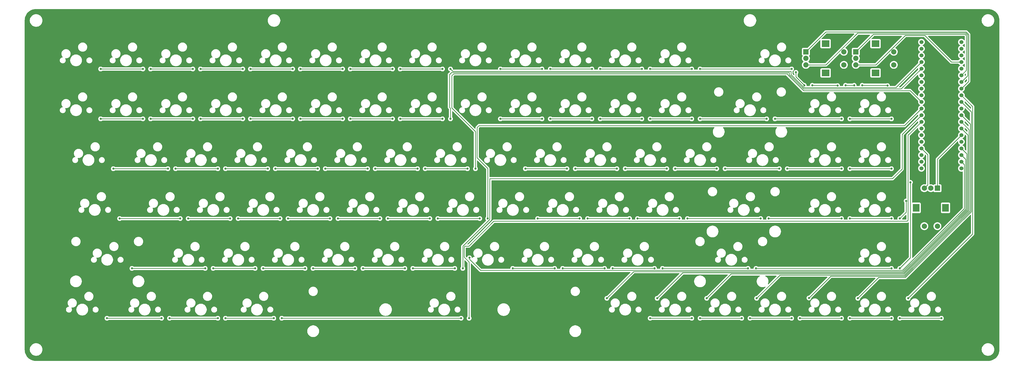
<source format=gtl>
G04 #@! TF.GenerationSoftware,KiCad,Pcbnew,8.0.7*
G04 #@! TF.CreationDate,2025-03-15T22:58:08-07:00*
G04 #@! TF.ProjectId,keyboard,6b657962-6f61-4726-942e-6b696361645f,rev?*
G04 #@! TF.SameCoordinates,Original*
G04 #@! TF.FileFunction,Copper,L1,Top*
G04 #@! TF.FilePolarity,Positive*
%FSLAX46Y46*%
G04 Gerber Fmt 4.6, Leading zero omitted, Abs format (unit mm)*
G04 Created by KiCad (PCBNEW 8.0.7) date 2025-03-15 22:58:08*
%MOMM*%
%LPD*%
G01*
G04 APERTURE LIST*
G04 #@! TA.AperFunction,ComponentPad*
%ADD10R,2.000000X2.000000*%
G04 #@! TD*
G04 #@! TA.AperFunction,ComponentPad*
%ADD11C,2.000000*%
G04 #@! TD*
G04 #@! TA.AperFunction,ComponentPad*
%ADD12R,2.500000X3.000000*%
G04 #@! TD*
G04 #@! TA.AperFunction,ComponentPad*
%ADD13R,3.000000X2.500000*%
G04 #@! TD*
G04 #@! TA.AperFunction,ComponentPad*
%ADD14C,1.524000*%
G04 #@! TD*
G04 #@! TA.AperFunction,ViaPad*
%ADD15C,0.800000*%
G04 #@! TD*
G04 #@! TA.AperFunction,Conductor*
%ADD16C,0.250000*%
G04 #@! TD*
G04 APERTURE END LIST*
D10*
X462037500Y-296506250D03*
D11*
X457037500Y-296506250D03*
X459537500Y-296506250D03*
D12*
X465137500Y-304006250D03*
X453937500Y-304006250D03*
D11*
X462037500Y-311006250D03*
X457037500Y-311006250D03*
D10*
X411850000Y-244356250D03*
D11*
X411850000Y-249356250D03*
X411850000Y-246856250D03*
D13*
X419350000Y-241256250D03*
X419350000Y-252456250D03*
D11*
X426350000Y-244356250D03*
X426350000Y-249356250D03*
D10*
X430900000Y-244356250D03*
D11*
X430900000Y-249356250D03*
X430900000Y-246856250D03*
D13*
X438400000Y-241256250D03*
X438400000Y-252456250D03*
D11*
X445400000Y-244356250D03*
X445400000Y-249356250D03*
D14*
X471170000Y-240665000D03*
X471170000Y-243205000D03*
X471170000Y-245745000D03*
X471170000Y-248285000D03*
X471170000Y-250825000D03*
X471170000Y-253365000D03*
X471170000Y-255905000D03*
X471170000Y-258445000D03*
X471170000Y-260985000D03*
X471170000Y-263525000D03*
X471170000Y-266065000D03*
X471170000Y-268605000D03*
X471170000Y-271145000D03*
X471170000Y-273685000D03*
X471170000Y-276225000D03*
X471170000Y-278765000D03*
X471170000Y-281305000D03*
X471170000Y-283845000D03*
X471170000Y-286385000D03*
X471170000Y-288925000D03*
X455930000Y-240665000D03*
X455930000Y-243205000D03*
X455930000Y-245745000D03*
X455930000Y-248285000D03*
X455930000Y-250825000D03*
X455930000Y-253365000D03*
X455930000Y-255905000D03*
X455930000Y-258445000D03*
X455930000Y-260985000D03*
X455930000Y-263525000D03*
X455930000Y-266065000D03*
X455930000Y-268605000D03*
X455930000Y-271145000D03*
X455930000Y-273685000D03*
X455930000Y-276225000D03*
X455930000Y-278765000D03*
X455930000Y-281305000D03*
X455930000Y-283845000D03*
X455930000Y-286385000D03*
X455930000Y-288925000D03*
D15*
X392811000Y-327152000D03*
X444500000Y-327152000D03*
X319024000Y-327152000D03*
X338074000Y-327152000D03*
X299974000Y-327152000D03*
X389763000Y-327152000D03*
X357124000Y-327152000D03*
X451739000Y-294259000D03*
X335026000Y-327152000D03*
X447675000Y-327152000D03*
X315976000Y-327152000D03*
X354076000Y-327152000D03*
X374015000Y-338582000D03*
X393065000Y-338582000D03*
X283464000Y-323088000D03*
X431673000Y-338582000D03*
X450850000Y-338582000D03*
X355092000Y-338582000D03*
X413004000Y-338455000D03*
X335915000Y-338582000D03*
X273177000Y-250952000D03*
X235077000Y-250952000D03*
X196977000Y-250952000D03*
X276225000Y-250952000D03*
X161798000Y-250952000D03*
X257048000Y-250952000D03*
X158877000Y-250952000D03*
X216027000Y-250952000D03*
X237998000Y-250952000D03*
X199898000Y-250952000D03*
X142748000Y-250952000D03*
X177927000Y-250952000D03*
X180848000Y-250952000D03*
X254127000Y-250952000D03*
X218948000Y-250952000D03*
X216027000Y-270002000D03*
X257048000Y-270002000D03*
X158877000Y-270002000D03*
X142748000Y-270002000D03*
X254127000Y-270002000D03*
X180848000Y-270002000D03*
X237998000Y-270002000D03*
X273177000Y-270002000D03*
X276225000Y-270002000D03*
X199898000Y-270002000D03*
X218948000Y-270002000D03*
X196977000Y-270002000D03*
X161798000Y-270002000D03*
X177927000Y-270002000D03*
X235077000Y-270002000D03*
X400050000Y-270002000D03*
X371475000Y-270002000D03*
X396875000Y-270002000D03*
X311150000Y-270002000D03*
X330200000Y-270002000D03*
X295275000Y-270002000D03*
X444500000Y-270002000D03*
X425450000Y-270002000D03*
X428625000Y-270002000D03*
X314325000Y-270002000D03*
X368300000Y-270002000D03*
X333375000Y-270002000D03*
X349250000Y-270002000D03*
X352425000Y-270002000D03*
X206502000Y-289052000D03*
X187452000Y-289052000D03*
X209423000Y-289052000D03*
X171323000Y-289052000D03*
X228473000Y-289052000D03*
X247523000Y-289052000D03*
X147574000Y-289052000D03*
X225552000Y-289052000D03*
X266573000Y-289052000D03*
X263652000Y-289052000D03*
X285750000Y-289052000D03*
X190373000Y-289052000D03*
X282702000Y-289052000D03*
X244602000Y-289052000D03*
X168402000Y-289052000D03*
X381000000Y-289052000D03*
X323850000Y-289052000D03*
X444500000Y-289052000D03*
X428625000Y-289052000D03*
X404749000Y-289052000D03*
X377825000Y-289052000D03*
X358775000Y-289052000D03*
X304800000Y-289052000D03*
X339725000Y-289052000D03*
X425450000Y-289052000D03*
X361950000Y-289052000D03*
X320675000Y-289052000D03*
X342900000Y-289052000D03*
X401701000Y-289052000D03*
X230251000Y-308102000D03*
X192151000Y-308102000D03*
X268351000Y-308102000D03*
X233299000Y-308102000D03*
X211201000Y-308102000D03*
X287401000Y-308102000D03*
X290449000Y-308102000D03*
X271399000Y-308102000D03*
X173101000Y-308102000D03*
X176149000Y-308102000D03*
X214249000Y-308102000D03*
X249301000Y-308102000D03*
X149987000Y-308102000D03*
X195199000Y-308102000D03*
X252349000Y-308102000D03*
X363601000Y-308102000D03*
X394589000Y-308102000D03*
X397637000Y-308102000D03*
X325501000Y-308102000D03*
X428625000Y-308102000D03*
X447675000Y-308102000D03*
X344551000Y-308102000D03*
X309499000Y-308102000D03*
X366649000Y-308102000D03*
X347599000Y-308102000D03*
X425450000Y-308102000D03*
X328549000Y-308102000D03*
X444500000Y-308102000D03*
X450088000Y-301371000D03*
X261874000Y-327152000D03*
X239776000Y-327152000D03*
X277876000Y-327152000D03*
X201676000Y-327152000D03*
X242824000Y-327152000D03*
X220726000Y-327152000D03*
X258826000Y-327152000D03*
X204724000Y-327152000D03*
X182626000Y-327152000D03*
X223774000Y-327152000D03*
X280924000Y-327152000D03*
X154686000Y-327152000D03*
X185674000Y-327152000D03*
X280289000Y-346202000D03*
X283337000Y-346202000D03*
X169037000Y-346202000D03*
X190373000Y-346202000D03*
X187452000Y-346202000D03*
X208788000Y-346202000D03*
X211836000Y-346202000D03*
X145161000Y-346202000D03*
X165989000Y-346202000D03*
X368300000Y-346202000D03*
X444500000Y-346202000D03*
X406400000Y-346202000D03*
X371475000Y-346202000D03*
X387350000Y-346202000D03*
X463550000Y-346202000D03*
X390525000Y-346202000D03*
X428625000Y-346202000D03*
X425450000Y-346202000D03*
X409575000Y-346202000D03*
X352425000Y-346202000D03*
X447675000Y-346202000D03*
X349250000Y-250952000D03*
X411226000Y-257175000D03*
X426974000Y-257175000D03*
X423926000Y-257302000D03*
X414274000Y-257175000D03*
X442976000Y-257302000D03*
X368300000Y-250952000D03*
X333375000Y-250952000D03*
X311150000Y-250952000D03*
X433324000Y-257175000D03*
X408051000Y-252222000D03*
X314325000Y-250952000D03*
X330200000Y-250952000D03*
X371475000Y-250952000D03*
X406400000Y-250952000D03*
X430276000Y-257175000D03*
X352425000Y-250952000D03*
X295275000Y-250952000D03*
D16*
X299974000Y-327152000D02*
X315976000Y-327152000D01*
X447675000Y-327152000D02*
X451739000Y-323088000D01*
X319024000Y-327152000D02*
X335026000Y-327152000D01*
X357124000Y-327152000D02*
X389763000Y-327152000D01*
X338074000Y-327152000D02*
X354076000Y-327152000D01*
X392811000Y-327152000D02*
X444500000Y-327152000D01*
X451739000Y-323088000D02*
X451739000Y-294259000D01*
X473525000Y-237938604D02*
X472811396Y-237225000D01*
X419476167Y-249356250D02*
X411850000Y-249356250D01*
X472811396Y-237225000D02*
X431607417Y-237225000D01*
X471170000Y-255905000D02*
X473525000Y-253550000D01*
X431607417Y-237225000D02*
X419476167Y-249356250D01*
X473525000Y-253550000D02*
X473525000Y-237938604D01*
X462037500Y-296506250D02*
X462037500Y-285357500D01*
X462037500Y-285357500D02*
X471170000Y-276225000D01*
X473075000Y-238125000D02*
X472625000Y-237675000D01*
X437581250Y-237675000D02*
X430900000Y-244356250D01*
X473075000Y-251460000D02*
X473075000Y-238125000D01*
X472625000Y-237675000D02*
X437581250Y-237675000D01*
X471170000Y-253365000D02*
X473075000Y-251460000D01*
X471170000Y-248285000D02*
X467360000Y-248285000D01*
X457200000Y-238125000D02*
X449757417Y-238125000D01*
X438526167Y-249356250D02*
X430900000Y-249356250D01*
X467360000Y-248285000D02*
X457200000Y-238125000D01*
X449757417Y-238125000D02*
X438526167Y-249356250D01*
X473663000Y-276178000D02*
X471170000Y-273685000D01*
X449250188Y-329264000D02*
X473663000Y-304851188D01*
X383333000Y-329264000D02*
X449250188Y-329264000D01*
X374015000Y-338582000D02*
X383333000Y-329264000D01*
X473663000Y-304851188D02*
X473663000Y-276178000D01*
X455930000Y-281305000D02*
X458343000Y-283718000D01*
X458343000Y-295200750D02*
X457037500Y-296506250D01*
X458343000Y-283718000D02*
X458343000Y-295200750D01*
X393065000Y-338582000D02*
X401933000Y-329714000D01*
X474113000Y-305037584D02*
X474113000Y-274088000D01*
X449436584Y-329714000D02*
X474113000Y-305037584D01*
X474113000Y-274088000D02*
X471170000Y-271145000D01*
X401933000Y-329714000D02*
X449436584Y-329714000D01*
X283464000Y-323649267D02*
X287728733Y-327914000D01*
X472313000Y-304292000D02*
X472313000Y-287528000D01*
X448691000Y-327914000D02*
X472313000Y-304292000D01*
X283464000Y-323088000D02*
X283464000Y-323649267D01*
X287728733Y-327914000D02*
X448691000Y-327914000D01*
X472313000Y-287528000D02*
X471170000Y-286385000D01*
X449809376Y-330614000D02*
X475013000Y-305410376D01*
X475013000Y-305410376D02*
X475013000Y-267368000D01*
X475013000Y-267368000D02*
X471170000Y-263525000D01*
X439641000Y-330614000D02*
X449809376Y-330614000D01*
X431673000Y-338582000D02*
X439641000Y-330614000D01*
X475463000Y-313969000D02*
X475463000Y-265278000D01*
X475463000Y-265278000D02*
X471170000Y-260985000D01*
X450850000Y-338582000D02*
X475463000Y-313969000D01*
X473213000Y-304664792D02*
X473213000Y-283348000D01*
X355092000Y-338582000D02*
X364860000Y-328814000D01*
X473213000Y-283348000D02*
X471170000Y-281305000D01*
X364860000Y-328814000D02*
X449063792Y-328814000D01*
X449063792Y-328814000D02*
X473213000Y-304664792D01*
X474563000Y-271998000D02*
X471170000Y-268605000D01*
X474563000Y-305223980D02*
X474563000Y-271998000D01*
X449622980Y-330164000D02*
X474563000Y-305223980D01*
X421295000Y-330164000D02*
X449622980Y-330164000D01*
X413004000Y-338455000D02*
X421295000Y-330164000D01*
X419431250Y-236775000D02*
X411850000Y-244356250D01*
X471170000Y-258445000D02*
X473975000Y-255640000D01*
X472997792Y-236775000D02*
X419431250Y-236775000D01*
X473975000Y-237752208D02*
X472997792Y-236775000D01*
X473975000Y-255640000D02*
X473975000Y-237752208D01*
X472763000Y-285438000D02*
X471170000Y-283845000D01*
X346133000Y-328364000D02*
X448877396Y-328364000D01*
X472763000Y-304478396D02*
X472763000Y-285438000D01*
X335915000Y-338582000D02*
X346133000Y-328364000D01*
X448877396Y-328364000D02*
X472763000Y-304478396D01*
X180848000Y-250952000D02*
X196977000Y-250952000D01*
X411316000Y-258027000D02*
X446188000Y-258027000D01*
X411226000Y-257937000D02*
X411316000Y-258027000D01*
X276225000Y-250952000D02*
X277114000Y-251841000D01*
X257048000Y-250952000D02*
X273177000Y-250952000D01*
X218948000Y-250952000D02*
X235077000Y-250952000D01*
X406146000Y-253120305D02*
X410962695Y-257937000D01*
X199898000Y-250952000D02*
X216027000Y-250952000D01*
X410962695Y-257937000D02*
X411226000Y-257937000D01*
X161798000Y-250952000D02*
X177927000Y-250952000D01*
X237998000Y-250952000D02*
X254127000Y-250952000D01*
X142748000Y-250952000D02*
X158877000Y-250952000D01*
X277114000Y-251841000D02*
X406146000Y-251841000D01*
X446188000Y-258027000D02*
X455930000Y-248285000D01*
X406146000Y-251841000D02*
X406146000Y-253120305D01*
X275844000Y-265572350D02*
X275844000Y-252984000D01*
X276664000Y-252291000D02*
X405511000Y-252291000D01*
X275971000Y-252984000D02*
X276664000Y-252291000D01*
X257048000Y-270002000D02*
X273177000Y-270002000D01*
X275844000Y-252984000D02*
X275971000Y-252984000D01*
X276225000Y-265953350D02*
X275844000Y-265572350D01*
X405511000Y-252291000D02*
X405511000Y-253121701D01*
X276225000Y-270002000D02*
X276225000Y-265953350D01*
X199898000Y-270002000D02*
X216027000Y-270002000D01*
X448183000Y-258572000D02*
X455930000Y-250825000D01*
X237998000Y-270002000D02*
X254127000Y-270002000D01*
X161798000Y-270002000D02*
X177927000Y-270002000D01*
X142748000Y-270002000D02*
X158877000Y-270002000D01*
X405511000Y-253121701D02*
X410961299Y-258572000D01*
X180848000Y-270002000D02*
X196977000Y-270002000D01*
X218948000Y-270002000D02*
X235077000Y-270002000D01*
X410961299Y-258572000D02*
X448183000Y-258572000D01*
X400050000Y-270002000D02*
X425450000Y-270002000D01*
X428625000Y-270002000D02*
X444500000Y-270002000D01*
X352425000Y-270002000D02*
X368300000Y-270002000D01*
X333375000Y-270002000D02*
X349250000Y-270002000D01*
X371475000Y-270002000D02*
X396875000Y-270002000D01*
X295275000Y-270002000D02*
X311150000Y-270002000D01*
X314325000Y-270002000D02*
X330200000Y-270002000D01*
X277484000Y-252741000D02*
X404876000Y-252741000D01*
X190373000Y-289052000D02*
X206502000Y-289052000D01*
X228473000Y-289052000D02*
X244602000Y-289052000D01*
X404876000Y-253123097D02*
X410959903Y-259207000D01*
X147574000Y-289052000D02*
X168402000Y-289052000D01*
X171323000Y-289052000D02*
X187452000Y-289052000D01*
X285750000Y-274841954D02*
X276733000Y-265824954D01*
X451612000Y-259207000D02*
X455930000Y-263525000D01*
X209423000Y-289052000D02*
X225552000Y-289052000D01*
X276733000Y-253492000D02*
X277484000Y-252741000D01*
X410959903Y-259207000D02*
X451612000Y-259207000D01*
X285750000Y-289052000D02*
X285750000Y-274841954D01*
X247523000Y-289052000D02*
X263652000Y-289052000D01*
X266573000Y-289052000D02*
X282702000Y-289052000D01*
X404876000Y-252741000D02*
X404876000Y-253123097D01*
X276733000Y-265824954D02*
X276733000Y-253492000D01*
X342900000Y-289052000D02*
X358775000Y-289052000D01*
X323850000Y-289052000D02*
X339725000Y-289052000D01*
X323850000Y-289052000D02*
X323977000Y-289179000D01*
X361950000Y-289052000D02*
X377825000Y-289052000D01*
X428625000Y-289052000D02*
X444500000Y-289052000D01*
X304800000Y-289052000D02*
X320675000Y-289052000D01*
X404749000Y-289052000D02*
X425450000Y-289052000D01*
X381000000Y-289052000D02*
X401701000Y-289052000D01*
X286385000Y-284861000D02*
X286385000Y-273304000D01*
X271399000Y-308102000D02*
X287401000Y-308102000D01*
X195199000Y-308102000D02*
X211201000Y-308102000D01*
X290449000Y-308102000D02*
X290449000Y-288925000D01*
X149987000Y-308102000D02*
X173101000Y-308102000D01*
X290449000Y-288925000D02*
X286385000Y-284861000D01*
X286385000Y-273304000D02*
X287102900Y-272586100D01*
X233299000Y-308102000D02*
X249301000Y-308102000D01*
X214249000Y-308102000D02*
X230251000Y-308102000D01*
X176149000Y-308102000D02*
X192151000Y-308102000D01*
X449408900Y-272586100D02*
X455930000Y-266065000D01*
X287102900Y-272586100D02*
X449408900Y-272586100D01*
X252349000Y-308102000D02*
X268351000Y-308102000D01*
X450088000Y-305689000D02*
X450088000Y-301371000D01*
X366649000Y-308102000D02*
X394589000Y-308102000D01*
X309499000Y-308102000D02*
X325501000Y-308102000D01*
X347599000Y-308102000D02*
X363601000Y-308102000D01*
X397637000Y-308102000D02*
X425450000Y-308102000D01*
X447675000Y-308102000D02*
X450088000Y-305689000D01*
X428625000Y-308102000D02*
X444500000Y-308102000D01*
X328549000Y-308102000D02*
X344551000Y-308102000D01*
X242824000Y-327152000D02*
X258826000Y-327152000D01*
X261874000Y-327152000D02*
X277876000Y-327152000D01*
X448564000Y-275971000D02*
X455930000Y-268605000D01*
X223774000Y-327152000D02*
X239776000Y-327152000D01*
X280924000Y-318652305D02*
X291211000Y-308365305D01*
X154686000Y-327152000D02*
X182626000Y-327152000D01*
X280924000Y-327152000D02*
X280924000Y-318652305D01*
X444881000Y-292862000D02*
X448564000Y-289179000D01*
X291211000Y-292862000D02*
X444881000Y-292862000D01*
X204724000Y-327152000D02*
X220726000Y-327152000D01*
X448564000Y-289179000D02*
X448564000Y-275971000D01*
X291211000Y-308365305D02*
X291211000Y-292862000D01*
X185674000Y-327152000D02*
X201676000Y-327152000D01*
X145161000Y-346202000D02*
X165989000Y-346202000D01*
X292735000Y-309118000D02*
X450469000Y-309118000D01*
X281432000Y-318897000D02*
X281686000Y-318643000D01*
X281432000Y-322834000D02*
X281432000Y-318897000D01*
X450469000Y-309118000D02*
X450813000Y-308774000D01*
X450813000Y-308774000D02*
X450813000Y-276262000D01*
X169037000Y-346202000D02*
X187452000Y-346202000D01*
X283210000Y-318643000D02*
X292735000Y-309118000D01*
X281686000Y-318643000D02*
X283210000Y-318643000D01*
X450813000Y-276262000D02*
X455930000Y-271145000D01*
X283337000Y-346202000D02*
X283337000Y-324739000D01*
X283337000Y-324739000D02*
X281432000Y-322834000D01*
X211836000Y-346202000D02*
X280289000Y-346202000D01*
X190373000Y-346202000D02*
X208788000Y-346202000D01*
X390525000Y-346202000D02*
X406400000Y-346202000D01*
X447675000Y-346202000D02*
X463550000Y-346202000D01*
X428625000Y-346202000D02*
X444500000Y-346202000D01*
X409575000Y-346202000D02*
X425450000Y-346202000D01*
X352425000Y-346202000D02*
X368300000Y-346202000D01*
X371475000Y-346202000D02*
X387350000Y-346202000D01*
X333375000Y-250952000D02*
X349250000Y-250952000D01*
X371475000Y-250952000D02*
X406400000Y-250952000D01*
X423799000Y-257175000D02*
X423926000Y-257302000D01*
X414274000Y-257175000D02*
X423799000Y-257175000D01*
X295275000Y-250952000D02*
X311150000Y-250952000D01*
X426974000Y-257175000D02*
X430276000Y-257175000D01*
X433324000Y-257175000D02*
X442849000Y-257175000D01*
X408051000Y-254000000D02*
X411226000Y-257175000D01*
X314325000Y-250952000D02*
X330200000Y-250952000D01*
X352425000Y-250952000D02*
X368300000Y-250952000D01*
X442849000Y-257175000D02*
X442976000Y-257302000D01*
X408051000Y-252222000D02*
X408051000Y-254000000D01*
G04 #@! TA.AperFunction,NonConductor*
G36*
X481459855Y-228065632D02*
G01*
X481840425Y-228083226D01*
X481851814Y-228084282D01*
X482226296Y-228136520D01*
X482237540Y-228138622D01*
X482605603Y-228225189D01*
X482616593Y-228228316D01*
X482975119Y-228348482D01*
X482985773Y-228352610D01*
X483331667Y-228505337D01*
X483341894Y-228510429D01*
X483598797Y-228653523D01*
X483672215Y-228694417D01*
X483681953Y-228700446D01*
X483993887Y-228914125D01*
X484003027Y-228921028D01*
X484293900Y-229162567D01*
X484302364Y-229170283D01*
X484569716Y-229437635D01*
X484577432Y-229446099D01*
X484818971Y-229736972D01*
X484825874Y-229746112D01*
X485039553Y-230058046D01*
X485045582Y-230067784D01*
X485229563Y-230398092D01*
X485234666Y-230408341D01*
X485315099Y-230590503D01*
X485387384Y-230754213D01*
X485391521Y-230764892D01*
X485454591Y-230953066D01*
X485511679Y-231123393D01*
X485514813Y-231134409D01*
X485601375Y-231502451D01*
X485603480Y-231513710D01*
X485655716Y-231888177D01*
X485656773Y-231899581D01*
X485674368Y-232280144D01*
X485674500Y-232285871D01*
X485674500Y-358264128D01*
X485674368Y-358269855D01*
X485656773Y-358650418D01*
X485655716Y-358661822D01*
X485603480Y-359036289D01*
X485601375Y-359047548D01*
X485514813Y-359415590D01*
X485511679Y-359426606D01*
X485391522Y-359785106D01*
X485387384Y-359795786D01*
X485234668Y-360141654D01*
X485229563Y-360151907D01*
X485045582Y-360482215D01*
X485039553Y-360491953D01*
X484825874Y-360803887D01*
X484818971Y-360813027D01*
X484577432Y-361103900D01*
X484569716Y-361112364D01*
X484302364Y-361379716D01*
X484293900Y-361387432D01*
X484003027Y-361628971D01*
X483993887Y-361635874D01*
X483681953Y-361849553D01*
X483672215Y-361855582D01*
X483341907Y-362039563D01*
X483331654Y-362044668D01*
X482985786Y-362197384D01*
X482975106Y-362201522D01*
X482616606Y-362321679D01*
X482605590Y-362324813D01*
X482237548Y-362411375D01*
X482226289Y-362413480D01*
X481851822Y-362465716D01*
X481840418Y-362466773D01*
X481459855Y-362484368D01*
X481454128Y-362484500D01*
X117985872Y-362484500D01*
X117980145Y-362484368D01*
X117599581Y-362466773D01*
X117588177Y-362465716D01*
X117213710Y-362413480D01*
X117202451Y-362411375D01*
X116834409Y-362324813D01*
X116823393Y-362321679D01*
X116464893Y-362201522D01*
X116454213Y-362197384D01*
X116108341Y-362044666D01*
X116098097Y-362039565D01*
X115990602Y-361979691D01*
X115767784Y-361855582D01*
X115758046Y-361849553D01*
X115446112Y-361635874D01*
X115436972Y-361628971D01*
X115146099Y-361387432D01*
X115137635Y-361379716D01*
X114870283Y-361112364D01*
X114862567Y-361103900D01*
X114621026Y-360813024D01*
X114614125Y-360803887D01*
X114400446Y-360491953D01*
X114394417Y-360482215D01*
X114298037Y-360309180D01*
X114210429Y-360151894D01*
X114205337Y-360141667D01*
X114052610Y-359795773D01*
X114048482Y-359785119D01*
X113928316Y-359426593D01*
X113925189Y-359415603D01*
X113838622Y-359047540D01*
X113836519Y-359036289D01*
X113804339Y-358805602D01*
X113784282Y-358661814D01*
X113783226Y-358650418D01*
X113778247Y-358542731D01*
X113765632Y-358269855D01*
X113765500Y-358264128D01*
X113765500Y-358005186D01*
X115709500Y-358005186D01*
X115709500Y-358274813D01*
X115739686Y-358542719D01*
X115739688Y-358542731D01*
X115799684Y-358805594D01*
X115799687Y-358805602D01*
X115888734Y-359060082D01*
X116005714Y-359302994D01*
X116005716Y-359302997D01*
X116149162Y-359531289D01*
X116317266Y-359742085D01*
X116507915Y-359932734D01*
X116718711Y-360100838D01*
X116947003Y-360244284D01*
X117189921Y-360361267D01*
X117381049Y-360428145D01*
X117444397Y-360450312D01*
X117444405Y-360450315D01*
X117444408Y-360450315D01*
X117444409Y-360450316D01*
X117707268Y-360510312D01*
X117975187Y-360540499D01*
X117975188Y-360540500D01*
X117975191Y-360540500D01*
X118244812Y-360540500D01*
X118244812Y-360540499D01*
X118512732Y-360510312D01*
X118775591Y-360450316D01*
X119030079Y-360361267D01*
X119272997Y-360244284D01*
X119501289Y-360100838D01*
X119712085Y-359932734D01*
X119902734Y-359742085D01*
X120070838Y-359531289D01*
X120214284Y-359302997D01*
X120331267Y-359060079D01*
X120420316Y-358805591D01*
X120480312Y-358542732D01*
X120510500Y-358274809D01*
X120510500Y-358005191D01*
X120510499Y-358005186D01*
X478929500Y-358005186D01*
X478929500Y-358274813D01*
X478959686Y-358542719D01*
X478959688Y-358542731D01*
X479019684Y-358805594D01*
X479019687Y-358805602D01*
X479108734Y-359060082D01*
X479225714Y-359302994D01*
X479225716Y-359302997D01*
X479369162Y-359531289D01*
X479537266Y-359742085D01*
X479727915Y-359932734D01*
X479938711Y-360100838D01*
X480167003Y-360244284D01*
X480409921Y-360361267D01*
X480601049Y-360428145D01*
X480664397Y-360450312D01*
X480664405Y-360450315D01*
X480664408Y-360450315D01*
X480664409Y-360450316D01*
X480927268Y-360510312D01*
X481195187Y-360540499D01*
X481195188Y-360540500D01*
X481195191Y-360540500D01*
X481464812Y-360540500D01*
X481464812Y-360540499D01*
X481732732Y-360510312D01*
X481995591Y-360450316D01*
X482250079Y-360361267D01*
X482492997Y-360244284D01*
X482721289Y-360100838D01*
X482932085Y-359932734D01*
X483122734Y-359742085D01*
X483290838Y-359531289D01*
X483434284Y-359302997D01*
X483551267Y-359060079D01*
X483640316Y-358805591D01*
X483700312Y-358542732D01*
X483730500Y-358274809D01*
X483730500Y-358005191D01*
X483700312Y-357737268D01*
X483640316Y-357474409D01*
X483551267Y-357219921D01*
X483434284Y-356977003D01*
X483290838Y-356748711D01*
X483122734Y-356537915D01*
X482932085Y-356347266D01*
X482721289Y-356179162D01*
X482492997Y-356035716D01*
X482492994Y-356035714D01*
X482250082Y-355918734D01*
X481995602Y-355829687D01*
X481995594Y-355829684D01*
X481798446Y-355784687D01*
X481732732Y-355769688D01*
X481732728Y-355769687D01*
X481732719Y-355769686D01*
X481464813Y-355739500D01*
X481464809Y-355739500D01*
X481195191Y-355739500D01*
X481195186Y-355739500D01*
X480927280Y-355769686D01*
X480927268Y-355769688D01*
X480664405Y-355829684D01*
X480664397Y-355829687D01*
X480409917Y-355918734D01*
X480167005Y-356035714D01*
X479938712Y-356179161D01*
X479727915Y-356347265D01*
X479537265Y-356537915D01*
X479369161Y-356748712D01*
X479225714Y-356977005D01*
X479108734Y-357219917D01*
X479019687Y-357474397D01*
X479019684Y-357474405D01*
X478959688Y-357737268D01*
X478959686Y-357737280D01*
X478929500Y-358005186D01*
X120510499Y-358005186D01*
X120480312Y-357737268D01*
X120420316Y-357474409D01*
X120331267Y-357219921D01*
X120214284Y-356977003D01*
X120070838Y-356748711D01*
X119902734Y-356537915D01*
X119712085Y-356347266D01*
X119501289Y-356179162D01*
X119272997Y-356035716D01*
X119272994Y-356035714D01*
X119030082Y-355918734D01*
X118775602Y-355829687D01*
X118775594Y-355829684D01*
X118578446Y-355784687D01*
X118512732Y-355769688D01*
X118512728Y-355769687D01*
X118512719Y-355769686D01*
X118244813Y-355739500D01*
X118244809Y-355739500D01*
X117975191Y-355739500D01*
X117975186Y-355739500D01*
X117707280Y-355769686D01*
X117707268Y-355769688D01*
X117444405Y-355829684D01*
X117444397Y-355829687D01*
X117189917Y-355918734D01*
X116947005Y-356035714D01*
X116718712Y-356179161D01*
X116507915Y-356347265D01*
X116317265Y-356537915D01*
X116149161Y-356748712D01*
X116005714Y-356977005D01*
X115888734Y-357219917D01*
X115799687Y-357474397D01*
X115799684Y-357474405D01*
X115739688Y-357737268D01*
X115739686Y-357737280D01*
X115709500Y-358005186D01*
X113765500Y-358005186D01*
X113765500Y-351007900D01*
X221599450Y-351007900D01*
X221599450Y-351302099D01*
X221599451Y-351302116D01*
X221637851Y-351593796D01*
X221714002Y-351877994D01*
X221826584Y-352149794D01*
X221826592Y-352149810D01*
X221973690Y-352404589D01*
X221973701Y-352404605D01*
X222152798Y-352638009D01*
X222152804Y-352638016D01*
X222360833Y-352846045D01*
X222360839Y-352846050D01*
X222594253Y-353025155D01*
X222594260Y-353025159D01*
X222849039Y-353172257D01*
X222849055Y-353172265D01*
X223120855Y-353284847D01*
X223120857Y-353284847D01*
X223120863Y-353284850D01*
X223405050Y-353360998D01*
X223696744Y-353399400D01*
X223696751Y-353399400D01*
X223990949Y-353399400D01*
X223990956Y-353399400D01*
X224282650Y-353360998D01*
X224566837Y-353284850D01*
X224640168Y-353254475D01*
X224838644Y-353172265D01*
X224838647Y-353172263D01*
X224838653Y-353172261D01*
X225093447Y-353025155D01*
X225326861Y-352846050D01*
X225534900Y-352638011D01*
X225714005Y-352404597D01*
X225861111Y-352149803D01*
X225973700Y-351877987D01*
X226049848Y-351593800D01*
X226088250Y-351302106D01*
X226088250Y-351007900D01*
X321599250Y-351007900D01*
X321599250Y-351302099D01*
X321599251Y-351302116D01*
X321637651Y-351593796D01*
X321713802Y-351877994D01*
X321826384Y-352149794D01*
X321826392Y-352149810D01*
X321973490Y-352404589D01*
X321973501Y-352404605D01*
X322152598Y-352638009D01*
X322152604Y-352638016D01*
X322360633Y-352846045D01*
X322360639Y-352846050D01*
X322594053Y-353025155D01*
X322594060Y-353025159D01*
X322848839Y-353172257D01*
X322848855Y-353172265D01*
X323120655Y-353284847D01*
X323120657Y-353284847D01*
X323120663Y-353284850D01*
X323404850Y-353360998D01*
X323696544Y-353399400D01*
X323696551Y-353399400D01*
X323990749Y-353399400D01*
X323990756Y-353399400D01*
X324282450Y-353360998D01*
X324566637Y-353284850D01*
X324639968Y-353254475D01*
X324838444Y-353172265D01*
X324838447Y-353172263D01*
X324838453Y-353172261D01*
X325093247Y-353025155D01*
X325326661Y-352846050D01*
X325534700Y-352638011D01*
X325713805Y-352404597D01*
X325860911Y-352149803D01*
X325973500Y-351877987D01*
X326049648Y-351593800D01*
X326088050Y-351302106D01*
X326088050Y-351007894D01*
X326049648Y-350716200D01*
X325973500Y-350432013D01*
X325973497Y-350432005D01*
X325860915Y-350160205D01*
X325860907Y-350160189D01*
X325713809Y-349905410D01*
X325713805Y-349905403D01*
X325534700Y-349671989D01*
X325534695Y-349671983D01*
X325326666Y-349463954D01*
X325326659Y-349463948D01*
X325093255Y-349284851D01*
X325093253Y-349284849D01*
X325093247Y-349284845D01*
X325093242Y-349284842D01*
X325093239Y-349284840D01*
X324838460Y-349137742D01*
X324838444Y-349137734D01*
X324566644Y-349025152D01*
X324282446Y-348949001D01*
X323990766Y-348910601D01*
X323990761Y-348910600D01*
X323990756Y-348910600D01*
X323696544Y-348910600D01*
X323696538Y-348910600D01*
X323696533Y-348910601D01*
X323404853Y-348949001D01*
X323120655Y-349025152D01*
X322848855Y-349137734D01*
X322848839Y-349137742D01*
X322594060Y-349284840D01*
X322594044Y-349284851D01*
X322360640Y-349463948D01*
X322360633Y-349463954D01*
X322152604Y-349671983D01*
X322152598Y-349671990D01*
X321973501Y-349905394D01*
X321973490Y-349905410D01*
X321826392Y-350160189D01*
X321826384Y-350160205D01*
X321713802Y-350432005D01*
X321637651Y-350716203D01*
X321599251Y-351007883D01*
X321599250Y-351007900D01*
X226088250Y-351007900D01*
X226088250Y-351007894D01*
X226049848Y-350716200D01*
X225973700Y-350432013D01*
X225973697Y-350432005D01*
X225861115Y-350160205D01*
X225861107Y-350160189D01*
X225714009Y-349905410D01*
X225714005Y-349905403D01*
X225534900Y-349671989D01*
X225534895Y-349671983D01*
X225326866Y-349463954D01*
X225326859Y-349463948D01*
X225093455Y-349284851D01*
X225093453Y-349284849D01*
X225093447Y-349284845D01*
X225093442Y-349284842D01*
X225093439Y-349284840D01*
X224838660Y-349137742D01*
X224838644Y-349137734D01*
X224566844Y-349025152D01*
X224282646Y-348949001D01*
X223990966Y-348910601D01*
X223990961Y-348910600D01*
X223990956Y-348910600D01*
X223696744Y-348910600D01*
X223696738Y-348910600D01*
X223696733Y-348910601D01*
X223405053Y-348949001D01*
X223120855Y-349025152D01*
X222849055Y-349137734D01*
X222849039Y-349137742D01*
X222594260Y-349284840D01*
X222594244Y-349284851D01*
X222360840Y-349463948D01*
X222360833Y-349463954D01*
X222152804Y-349671983D01*
X222152798Y-349671990D01*
X221973701Y-349905394D01*
X221973690Y-349905410D01*
X221826592Y-350160189D01*
X221826584Y-350160205D01*
X221714002Y-350432005D01*
X221637851Y-350716203D01*
X221599451Y-351007883D01*
X221599450Y-351007900D01*
X113765500Y-351007900D01*
X113765500Y-346202000D01*
X144247496Y-346202000D01*
X144267458Y-346391928D01*
X144267459Y-346391931D01*
X144326470Y-346573549D01*
X144326473Y-346573556D01*
X144421960Y-346738944D01*
X144549747Y-346880866D01*
X144704248Y-346993118D01*
X144878712Y-347070794D01*
X145065513Y-347110500D01*
X145256487Y-347110500D01*
X145443288Y-347070794D01*
X145617752Y-346993118D01*
X145772253Y-346880866D01*
X145776160Y-346876527D01*
X145835646Y-346839879D01*
X145868309Y-346835500D01*
X165281691Y-346835500D01*
X165348730Y-346855185D01*
X165373840Y-346876527D01*
X165377747Y-346880866D01*
X165532248Y-346993118D01*
X165706712Y-347070794D01*
X165893513Y-347110500D01*
X166084487Y-347110500D01*
X166271288Y-347070794D01*
X166445752Y-346993118D01*
X166600253Y-346880866D01*
X166728040Y-346738944D01*
X166823527Y-346573556D01*
X166882542Y-346391928D01*
X166902504Y-346202000D01*
X168123496Y-346202000D01*
X168143458Y-346391928D01*
X168143459Y-346391931D01*
X168202470Y-346573549D01*
X168202473Y-346573556D01*
X168297960Y-346738944D01*
X168425747Y-346880866D01*
X168580248Y-346993118D01*
X168754712Y-347070794D01*
X168941513Y-347110500D01*
X169132487Y-347110500D01*
X169319288Y-347070794D01*
X169493752Y-346993118D01*
X169648253Y-346880866D01*
X169652160Y-346876527D01*
X169711646Y-346839879D01*
X169744309Y-346835500D01*
X186744691Y-346835500D01*
X186811730Y-346855185D01*
X186836840Y-346876527D01*
X186840747Y-346880866D01*
X186995248Y-346993118D01*
X187169712Y-347070794D01*
X187356513Y-347110500D01*
X187547487Y-347110500D01*
X187734288Y-347070794D01*
X187908752Y-346993118D01*
X188063253Y-346880866D01*
X188191040Y-346738944D01*
X188286527Y-346573556D01*
X188345542Y-346391928D01*
X188365504Y-346202000D01*
X189459496Y-346202000D01*
X189479458Y-346391928D01*
X189479459Y-346391931D01*
X189538470Y-346573549D01*
X189538473Y-346573556D01*
X189633960Y-346738944D01*
X189761747Y-346880866D01*
X189916248Y-346993118D01*
X190090712Y-347070794D01*
X190277513Y-347110500D01*
X190468487Y-347110500D01*
X190655288Y-347070794D01*
X190829752Y-346993118D01*
X190984253Y-346880866D01*
X190988160Y-346876527D01*
X191047646Y-346839879D01*
X191080309Y-346835500D01*
X208080691Y-346835500D01*
X208147730Y-346855185D01*
X208172840Y-346876527D01*
X208176747Y-346880866D01*
X208331248Y-346993118D01*
X208505712Y-347070794D01*
X208692513Y-347110500D01*
X208883487Y-347110500D01*
X209070288Y-347070794D01*
X209244752Y-346993118D01*
X209399253Y-346880866D01*
X209527040Y-346738944D01*
X209622527Y-346573556D01*
X209681542Y-346391928D01*
X209701504Y-346202000D01*
X210922496Y-346202000D01*
X210942458Y-346391928D01*
X210942459Y-346391931D01*
X211001470Y-346573549D01*
X211001473Y-346573556D01*
X211096960Y-346738944D01*
X211224747Y-346880866D01*
X211379248Y-346993118D01*
X211553712Y-347070794D01*
X211740513Y-347110500D01*
X211931487Y-347110500D01*
X212118288Y-347070794D01*
X212292752Y-346993118D01*
X212447253Y-346880866D01*
X212451160Y-346876527D01*
X212510646Y-346839879D01*
X212543309Y-346835500D01*
X279581691Y-346835500D01*
X279648730Y-346855185D01*
X279673840Y-346876527D01*
X279677747Y-346880866D01*
X279832248Y-346993118D01*
X280006712Y-347070794D01*
X280193513Y-347110500D01*
X280384487Y-347110500D01*
X280571288Y-347070794D01*
X280745752Y-346993118D01*
X280900253Y-346880866D01*
X281028040Y-346738944D01*
X281123527Y-346573556D01*
X281182542Y-346391928D01*
X281202504Y-346202000D01*
X281182542Y-346012072D01*
X281123527Y-345830444D01*
X281028040Y-345665056D01*
X280900253Y-345523134D01*
X280745752Y-345410882D01*
X280571288Y-345333206D01*
X280571286Y-345333205D01*
X280384487Y-345293500D01*
X280193513Y-345293500D01*
X280006714Y-345333205D01*
X279832246Y-345410883D01*
X279677745Y-345523135D01*
X279673840Y-345527473D01*
X279614354Y-345564121D01*
X279581691Y-345568500D01*
X212543309Y-345568500D01*
X212476270Y-345548815D01*
X212451160Y-345527473D01*
X212447254Y-345523135D01*
X212443244Y-345520221D01*
X212292752Y-345410882D01*
X212118288Y-345333206D01*
X212118286Y-345333205D01*
X211931487Y-345293500D01*
X211740513Y-345293500D01*
X211553714Y-345333205D01*
X211379246Y-345410883D01*
X211224745Y-345523135D01*
X211096959Y-345665057D01*
X211001473Y-345830443D01*
X211001470Y-345830450D01*
X210942459Y-346012068D01*
X210942458Y-346012072D01*
X210922496Y-346202000D01*
X209701504Y-346202000D01*
X209681542Y-346012072D01*
X209622527Y-345830444D01*
X209527040Y-345665056D01*
X209399253Y-345523134D01*
X209244752Y-345410882D01*
X209070288Y-345333206D01*
X209070286Y-345333205D01*
X208883487Y-345293500D01*
X208692513Y-345293500D01*
X208505714Y-345333205D01*
X208331246Y-345410883D01*
X208176745Y-345523135D01*
X208172840Y-345527473D01*
X208113354Y-345564121D01*
X208080691Y-345568500D01*
X191080309Y-345568500D01*
X191013270Y-345548815D01*
X190988160Y-345527473D01*
X190984254Y-345523135D01*
X190980244Y-345520221D01*
X190829752Y-345410882D01*
X190655288Y-345333206D01*
X190655286Y-345333205D01*
X190468487Y-345293500D01*
X190277513Y-345293500D01*
X190090714Y-345333205D01*
X189916246Y-345410883D01*
X189761745Y-345523135D01*
X189633959Y-345665057D01*
X189538473Y-345830443D01*
X189538470Y-345830450D01*
X189479459Y-346012068D01*
X189479458Y-346012072D01*
X189459496Y-346202000D01*
X188365504Y-346202000D01*
X188345542Y-346012072D01*
X188286527Y-345830444D01*
X188191040Y-345665056D01*
X188063253Y-345523134D01*
X187908752Y-345410882D01*
X187734288Y-345333206D01*
X187734286Y-345333205D01*
X187547487Y-345293500D01*
X187356513Y-345293500D01*
X187169714Y-345333205D01*
X186995246Y-345410883D01*
X186840745Y-345523135D01*
X186836840Y-345527473D01*
X186777354Y-345564121D01*
X186744691Y-345568500D01*
X169744309Y-345568500D01*
X169677270Y-345548815D01*
X169652160Y-345527473D01*
X169648254Y-345523135D01*
X169644244Y-345520221D01*
X169493752Y-345410882D01*
X169319288Y-345333206D01*
X169319286Y-345333205D01*
X169132487Y-345293500D01*
X168941513Y-345293500D01*
X168754714Y-345333205D01*
X168580246Y-345410883D01*
X168425745Y-345523135D01*
X168297959Y-345665057D01*
X168202473Y-345830443D01*
X168202470Y-345830450D01*
X168143459Y-346012068D01*
X168143458Y-346012072D01*
X168123496Y-346202000D01*
X166902504Y-346202000D01*
X166882542Y-346012072D01*
X166823527Y-345830444D01*
X166728040Y-345665056D01*
X166600253Y-345523134D01*
X166445752Y-345410882D01*
X166271288Y-345333206D01*
X166271286Y-345333205D01*
X166084487Y-345293500D01*
X165893513Y-345293500D01*
X165706714Y-345333205D01*
X165532246Y-345410883D01*
X165377745Y-345523135D01*
X165373840Y-345527473D01*
X165314354Y-345564121D01*
X165281691Y-345568500D01*
X145868309Y-345568500D01*
X145801270Y-345548815D01*
X145776160Y-345527473D01*
X145772254Y-345523135D01*
X145768244Y-345520221D01*
X145617752Y-345410882D01*
X145443288Y-345333206D01*
X145443286Y-345333205D01*
X145256487Y-345293500D01*
X145065513Y-345293500D01*
X144878714Y-345333205D01*
X144704246Y-345410883D01*
X144549745Y-345523135D01*
X144421959Y-345665057D01*
X144326473Y-345830443D01*
X144326470Y-345830450D01*
X144267459Y-346012068D01*
X144267458Y-346012072D01*
X144247496Y-346202000D01*
X113765500Y-346202000D01*
X113765500Y-342811421D01*
X129525750Y-342811421D01*
X129525750Y-342988578D01*
X129553464Y-343163556D01*
X129608206Y-343332039D01*
X129608207Y-343332042D01*
X129688636Y-343489890D01*
X129792767Y-343633214D01*
X129918036Y-343758483D01*
X130061360Y-343862614D01*
X130124534Y-343894803D01*
X130219207Y-343943042D01*
X130219210Y-343943043D01*
X130303451Y-343970414D01*
X130387695Y-343997786D01*
X130562671Y-344025500D01*
X130562672Y-344025500D01*
X130739828Y-344025500D01*
X130739829Y-344025500D01*
X130914805Y-343997786D01*
X131083292Y-343943042D01*
X131241140Y-343862614D01*
X131384464Y-343758483D01*
X131509733Y-343633214D01*
X131613864Y-343489890D01*
X131694292Y-343332042D01*
X131749036Y-343163555D01*
X131776750Y-342988579D01*
X131776750Y-342811421D01*
X131767481Y-342752900D01*
X133486850Y-342752900D01*
X133486850Y-343047099D01*
X133486851Y-343047116D01*
X133525251Y-343338796D01*
X133601402Y-343622994D01*
X133713984Y-343894794D01*
X133713992Y-343894810D01*
X133861090Y-344149589D01*
X133861101Y-344149605D01*
X134040198Y-344383009D01*
X134040204Y-344383016D01*
X134248233Y-344591045D01*
X134248239Y-344591050D01*
X134481653Y-344770155D01*
X134481660Y-344770159D01*
X134736439Y-344917257D01*
X134736455Y-344917265D01*
X135008255Y-345029847D01*
X135008257Y-345029847D01*
X135008263Y-345029850D01*
X135292450Y-345105998D01*
X135584144Y-345144400D01*
X135584151Y-345144400D01*
X135878349Y-345144400D01*
X135878356Y-345144400D01*
X136170050Y-345105998D01*
X136454237Y-345029850D01*
X136527568Y-344999475D01*
X136726044Y-344917265D01*
X136726047Y-344917263D01*
X136726053Y-344917261D01*
X136980847Y-344770155D01*
X137214261Y-344591050D01*
X137422300Y-344383011D01*
X137601405Y-344149597D01*
X137748511Y-343894803D01*
X137761845Y-343862613D01*
X137861097Y-343622994D01*
X137861096Y-343622994D01*
X137861100Y-343622987D01*
X137937248Y-343338800D01*
X137975650Y-343047106D01*
X137975650Y-342811421D01*
X139685750Y-342811421D01*
X139685750Y-342988578D01*
X139713464Y-343163556D01*
X139768206Y-343332039D01*
X139768207Y-343332042D01*
X139848636Y-343489890D01*
X139952767Y-343633214D01*
X140078036Y-343758483D01*
X140221360Y-343862614D01*
X140284534Y-343894803D01*
X140379207Y-343943042D01*
X140379210Y-343943043D01*
X140463451Y-343970414D01*
X140547695Y-343997786D01*
X140722671Y-344025500D01*
X140722672Y-344025500D01*
X140899828Y-344025500D01*
X140899829Y-344025500D01*
X141074805Y-343997786D01*
X141243292Y-343943042D01*
X141401140Y-343862614D01*
X141544464Y-343758483D01*
X141669733Y-343633214D01*
X141773864Y-343489890D01*
X141854292Y-343332042D01*
X141909036Y-343163555D01*
X141936750Y-342988579D01*
X141936750Y-342811421D01*
X153338250Y-342811421D01*
X153338250Y-342988578D01*
X153365964Y-343163556D01*
X153420706Y-343332039D01*
X153420707Y-343332042D01*
X153501136Y-343489890D01*
X153605267Y-343633214D01*
X153730536Y-343758483D01*
X153873860Y-343862614D01*
X153937034Y-343894803D01*
X154031707Y-343943042D01*
X154031710Y-343943043D01*
X154115951Y-343970414D01*
X154200195Y-343997786D01*
X154375171Y-344025500D01*
X154375172Y-344025500D01*
X154552328Y-344025500D01*
X154552329Y-344025500D01*
X154727305Y-343997786D01*
X154895792Y-343943042D01*
X155053640Y-343862614D01*
X155196964Y-343758483D01*
X155322233Y-343633214D01*
X155426364Y-343489890D01*
X155506792Y-343332042D01*
X155561536Y-343163555D01*
X155589250Y-342988579D01*
X155589250Y-342811421D01*
X155579981Y-342752900D01*
X157299350Y-342752900D01*
X157299350Y-343047099D01*
X157299351Y-343047116D01*
X157337751Y-343338796D01*
X157413902Y-343622994D01*
X157526484Y-343894794D01*
X157526492Y-343894810D01*
X157673590Y-344149589D01*
X157673601Y-344149605D01*
X157852698Y-344383009D01*
X157852704Y-344383016D01*
X158060733Y-344591045D01*
X158060739Y-344591050D01*
X158294153Y-344770155D01*
X158294160Y-344770159D01*
X158548939Y-344917257D01*
X158548955Y-344917265D01*
X158820755Y-345029847D01*
X158820757Y-345029847D01*
X158820763Y-345029850D01*
X159104950Y-345105998D01*
X159396644Y-345144400D01*
X159396651Y-345144400D01*
X159690849Y-345144400D01*
X159690856Y-345144400D01*
X159982550Y-345105998D01*
X160266737Y-345029850D01*
X160340068Y-344999475D01*
X160538544Y-344917265D01*
X160538547Y-344917263D01*
X160538553Y-344917261D01*
X160793347Y-344770155D01*
X161026761Y-344591050D01*
X161234800Y-344383011D01*
X161413905Y-344149597D01*
X161561011Y-343894803D01*
X161574345Y-343862613D01*
X161673597Y-343622994D01*
X161673596Y-343622994D01*
X161673600Y-343622987D01*
X161749748Y-343338800D01*
X161788150Y-343047106D01*
X161788150Y-342811421D01*
X163498250Y-342811421D01*
X163498250Y-342988578D01*
X163525964Y-343163556D01*
X163580706Y-343332039D01*
X163580707Y-343332042D01*
X163661136Y-343489890D01*
X163765267Y-343633214D01*
X163890536Y-343758483D01*
X164033860Y-343862614D01*
X164097034Y-343894803D01*
X164191707Y-343943042D01*
X164191710Y-343943043D01*
X164275951Y-343970414D01*
X164360195Y-343997786D01*
X164535171Y-344025500D01*
X164535172Y-344025500D01*
X164712328Y-344025500D01*
X164712329Y-344025500D01*
X164887305Y-343997786D01*
X165055792Y-343943042D01*
X165213640Y-343862614D01*
X165356964Y-343758483D01*
X165482233Y-343633214D01*
X165586364Y-343489890D01*
X165666792Y-343332042D01*
X165721536Y-343163555D01*
X165749250Y-342988579D01*
X165749250Y-342811421D01*
X174769500Y-342811421D01*
X174769500Y-342988578D01*
X174797214Y-343163556D01*
X174851956Y-343332039D01*
X174851957Y-343332042D01*
X174932386Y-343489890D01*
X175036517Y-343633214D01*
X175161786Y-343758483D01*
X175305110Y-343862614D01*
X175368284Y-343894803D01*
X175462957Y-343943042D01*
X175462960Y-343943043D01*
X175547201Y-343970414D01*
X175631445Y-343997786D01*
X175806421Y-344025500D01*
X175806422Y-344025500D01*
X175983578Y-344025500D01*
X175983579Y-344025500D01*
X176158555Y-343997786D01*
X176327042Y-343943042D01*
X176484890Y-343862614D01*
X176628214Y-343758483D01*
X176753483Y-343633214D01*
X176857614Y-343489890D01*
X176938042Y-343332042D01*
X176992786Y-343163555D01*
X177020500Y-342988579D01*
X177020500Y-342811421D01*
X177011231Y-342752900D01*
X178730600Y-342752900D01*
X178730600Y-343047099D01*
X178730601Y-343047116D01*
X178769001Y-343338796D01*
X178845152Y-343622994D01*
X178957734Y-343894794D01*
X178957742Y-343894810D01*
X179104840Y-344149589D01*
X179104851Y-344149605D01*
X179283948Y-344383009D01*
X179283954Y-344383016D01*
X179491983Y-344591045D01*
X179491989Y-344591050D01*
X179725403Y-344770155D01*
X179725410Y-344770159D01*
X179980189Y-344917257D01*
X179980205Y-344917265D01*
X180252005Y-345029847D01*
X180252007Y-345029847D01*
X180252013Y-345029850D01*
X180536200Y-345105998D01*
X180827894Y-345144400D01*
X180827901Y-345144400D01*
X181122099Y-345144400D01*
X181122106Y-345144400D01*
X181413800Y-345105998D01*
X181697987Y-345029850D01*
X181771318Y-344999475D01*
X181969794Y-344917265D01*
X181969797Y-344917263D01*
X181969803Y-344917261D01*
X182224597Y-344770155D01*
X182458011Y-344591050D01*
X182666050Y-344383011D01*
X182845155Y-344149597D01*
X182992261Y-343894803D01*
X183005595Y-343862613D01*
X183104847Y-343622994D01*
X183104846Y-343622994D01*
X183104850Y-343622987D01*
X183180998Y-343338800D01*
X183219400Y-343047106D01*
X183219400Y-342811421D01*
X184929500Y-342811421D01*
X184929500Y-342988578D01*
X184957214Y-343163556D01*
X185011956Y-343332039D01*
X185011957Y-343332042D01*
X185092386Y-343489890D01*
X185196517Y-343633214D01*
X185321786Y-343758483D01*
X185465110Y-343862614D01*
X185528284Y-343894803D01*
X185622957Y-343943042D01*
X185622960Y-343943043D01*
X185707201Y-343970414D01*
X185791445Y-343997786D01*
X185966421Y-344025500D01*
X185966422Y-344025500D01*
X186143578Y-344025500D01*
X186143579Y-344025500D01*
X186318555Y-343997786D01*
X186487042Y-343943042D01*
X186644890Y-343862614D01*
X186788214Y-343758483D01*
X186913483Y-343633214D01*
X187017614Y-343489890D01*
X187098042Y-343332042D01*
X187152786Y-343163555D01*
X187180500Y-342988579D01*
X187180500Y-342811421D01*
X196200750Y-342811421D01*
X196200750Y-342988578D01*
X196228464Y-343163556D01*
X196283206Y-343332039D01*
X196283207Y-343332042D01*
X196363636Y-343489890D01*
X196467767Y-343633214D01*
X196593036Y-343758483D01*
X196736360Y-343862614D01*
X196799534Y-343894803D01*
X196894207Y-343943042D01*
X196894210Y-343943043D01*
X196978451Y-343970414D01*
X197062695Y-343997786D01*
X197237671Y-344025500D01*
X197237672Y-344025500D01*
X197414828Y-344025500D01*
X197414829Y-344025500D01*
X197589805Y-343997786D01*
X197758292Y-343943042D01*
X197916140Y-343862614D01*
X198059464Y-343758483D01*
X198184733Y-343633214D01*
X198288864Y-343489890D01*
X198369292Y-343332042D01*
X198424036Y-343163555D01*
X198451750Y-342988579D01*
X198451750Y-342811421D01*
X198442481Y-342752900D01*
X200161850Y-342752900D01*
X200161850Y-343047099D01*
X200161851Y-343047116D01*
X200200251Y-343338796D01*
X200276402Y-343622994D01*
X200388984Y-343894794D01*
X200388992Y-343894810D01*
X200536090Y-344149589D01*
X200536101Y-344149605D01*
X200715198Y-344383009D01*
X200715204Y-344383016D01*
X200923233Y-344591045D01*
X200923239Y-344591050D01*
X201156653Y-344770155D01*
X201156660Y-344770159D01*
X201411439Y-344917257D01*
X201411455Y-344917265D01*
X201683255Y-345029847D01*
X201683257Y-345029847D01*
X201683263Y-345029850D01*
X201967450Y-345105998D01*
X202259144Y-345144400D01*
X202259151Y-345144400D01*
X202553349Y-345144400D01*
X202553356Y-345144400D01*
X202845050Y-345105998D01*
X203129237Y-345029850D01*
X203202568Y-344999475D01*
X203401044Y-344917265D01*
X203401047Y-344917263D01*
X203401053Y-344917261D01*
X203655847Y-344770155D01*
X203889261Y-344591050D01*
X204097300Y-344383011D01*
X204276405Y-344149597D01*
X204423511Y-343894803D01*
X204436845Y-343862613D01*
X204536097Y-343622994D01*
X204536096Y-343622994D01*
X204536100Y-343622987D01*
X204612248Y-343338800D01*
X204650650Y-343047106D01*
X204650650Y-342811421D01*
X206360750Y-342811421D01*
X206360750Y-342988578D01*
X206388464Y-343163556D01*
X206443206Y-343332039D01*
X206443207Y-343332042D01*
X206523636Y-343489890D01*
X206627767Y-343633214D01*
X206753036Y-343758483D01*
X206896360Y-343862614D01*
X206959534Y-343894803D01*
X207054207Y-343943042D01*
X207054210Y-343943043D01*
X207138451Y-343970414D01*
X207222695Y-343997786D01*
X207397671Y-344025500D01*
X207397672Y-344025500D01*
X207574828Y-344025500D01*
X207574829Y-344025500D01*
X207749805Y-343997786D01*
X207918292Y-343943042D01*
X208076140Y-343862614D01*
X208219464Y-343758483D01*
X208344733Y-343633214D01*
X208448864Y-343489890D01*
X208529292Y-343332042D01*
X208584036Y-343163555D01*
X208611750Y-342988579D01*
X208611750Y-342811421D01*
X208604427Y-342765186D01*
X249059500Y-342765186D01*
X249059500Y-343034813D01*
X249089686Y-343302719D01*
X249089688Y-343302731D01*
X249149684Y-343565594D01*
X249149687Y-343565602D01*
X249238734Y-343820082D01*
X249355714Y-344062994D01*
X249355716Y-344062997D01*
X249499162Y-344291289D01*
X249667266Y-344502085D01*
X249857915Y-344692734D01*
X250068711Y-344860838D01*
X250297003Y-345004284D01*
X250539921Y-345121267D01*
X250731049Y-345188145D01*
X250794397Y-345210312D01*
X250794405Y-345210315D01*
X250794408Y-345210315D01*
X250794409Y-345210316D01*
X251057268Y-345270312D01*
X251325187Y-345300499D01*
X251325188Y-345300500D01*
X251325191Y-345300500D01*
X251594812Y-345300500D01*
X251594812Y-345300499D01*
X251862732Y-345270312D01*
X252125591Y-345210316D01*
X252380079Y-345121267D01*
X252622997Y-345004284D01*
X252851289Y-344860838D01*
X253062085Y-344692734D01*
X253252734Y-344502085D01*
X253420838Y-344291289D01*
X253564284Y-344062997D01*
X253681267Y-343820079D01*
X253770316Y-343565591D01*
X253830312Y-343302732D01*
X253860500Y-343034809D01*
X253860500Y-342811421D01*
X267638250Y-342811421D01*
X267638250Y-342988578D01*
X267665964Y-343163556D01*
X267720706Y-343332039D01*
X267720707Y-343332042D01*
X267801136Y-343489890D01*
X267905267Y-343633214D01*
X268030536Y-343758483D01*
X268173860Y-343862614D01*
X268237034Y-343894803D01*
X268331707Y-343943042D01*
X268331710Y-343943043D01*
X268415951Y-343970414D01*
X268500195Y-343997786D01*
X268675171Y-344025500D01*
X268675172Y-344025500D01*
X268852328Y-344025500D01*
X268852329Y-344025500D01*
X269027305Y-343997786D01*
X269195792Y-343943042D01*
X269353640Y-343862614D01*
X269496964Y-343758483D01*
X269622233Y-343633214D01*
X269726364Y-343489890D01*
X269806792Y-343332042D01*
X269861536Y-343163555D01*
X269889250Y-342988579D01*
X269889250Y-342811421D01*
X269879981Y-342752900D01*
X271599350Y-342752900D01*
X271599350Y-343047099D01*
X271599351Y-343047116D01*
X271637751Y-343338796D01*
X271713902Y-343622994D01*
X271826484Y-343894794D01*
X271826492Y-343894810D01*
X271973590Y-344149589D01*
X271973601Y-344149605D01*
X272152698Y-344383009D01*
X272152704Y-344383016D01*
X272360733Y-344591045D01*
X272360739Y-344591050D01*
X272594153Y-344770155D01*
X272594160Y-344770159D01*
X272848939Y-344917257D01*
X272848955Y-344917265D01*
X273120755Y-345029847D01*
X273120757Y-345029847D01*
X273120763Y-345029850D01*
X273404950Y-345105998D01*
X273696644Y-345144400D01*
X273696651Y-345144400D01*
X273990849Y-345144400D01*
X273990856Y-345144400D01*
X274282550Y-345105998D01*
X274566737Y-345029850D01*
X274640068Y-344999475D01*
X274838544Y-344917265D01*
X274838547Y-344917263D01*
X274838553Y-344917261D01*
X275093347Y-344770155D01*
X275326761Y-344591050D01*
X275534800Y-344383011D01*
X275713905Y-344149597D01*
X275861011Y-343894803D01*
X275874345Y-343862613D01*
X275973597Y-343622994D01*
X275973596Y-343622994D01*
X275973600Y-343622987D01*
X276049748Y-343338800D01*
X276088150Y-343047106D01*
X276088150Y-342811421D01*
X277798250Y-342811421D01*
X277798250Y-342988578D01*
X277825964Y-343163556D01*
X277880706Y-343332039D01*
X277880707Y-343332042D01*
X277961136Y-343489890D01*
X278065267Y-343633214D01*
X278190536Y-343758483D01*
X278333860Y-343862614D01*
X278397034Y-343894803D01*
X278491707Y-343943042D01*
X278491710Y-343943043D01*
X278575951Y-343970414D01*
X278660195Y-343997786D01*
X278835171Y-344025500D01*
X278835172Y-344025500D01*
X279012328Y-344025500D01*
X279012329Y-344025500D01*
X279187305Y-343997786D01*
X279355792Y-343943042D01*
X279513640Y-343862614D01*
X279656964Y-343758483D01*
X279782233Y-343633214D01*
X279886364Y-343489890D01*
X279966792Y-343332042D01*
X280021536Y-343163555D01*
X280049250Y-342988579D01*
X280049250Y-342811421D01*
X280021536Y-342636445D01*
X279966792Y-342467958D01*
X279966792Y-342467957D01*
X279886363Y-342310109D01*
X279875268Y-342294838D01*
X279782233Y-342166786D01*
X279656964Y-342041517D01*
X279513640Y-341937386D01*
X279450482Y-341905205D01*
X279355792Y-341856957D01*
X279355789Y-341856956D01*
X279187306Y-341802214D01*
X279099817Y-341788357D01*
X279012329Y-341774500D01*
X278835171Y-341774500D01*
X278776845Y-341783738D01*
X278660193Y-341802214D01*
X278491710Y-341856956D01*
X278491707Y-341856957D01*
X278333859Y-341937386D01*
X278252088Y-341996796D01*
X278190536Y-342041517D01*
X278190534Y-342041519D01*
X278190533Y-342041519D01*
X278065269Y-342166783D01*
X278065269Y-342166784D01*
X278065267Y-342166786D01*
X278057837Y-342177013D01*
X277961136Y-342310109D01*
X277880707Y-342467957D01*
X277880706Y-342467960D01*
X277825964Y-342636443D01*
X277798250Y-342811421D01*
X276088150Y-342811421D01*
X276088150Y-342752894D01*
X276049748Y-342461200D01*
X275973600Y-342177013D01*
X275966958Y-342160978D01*
X275861015Y-341905205D01*
X275861007Y-341905189D01*
X275713909Y-341650410D01*
X275713905Y-341650403D01*
X275534800Y-341416989D01*
X275534795Y-341416983D01*
X275326766Y-341208954D01*
X275326759Y-341208948D01*
X275093355Y-341029851D01*
X275093353Y-341029849D01*
X275093347Y-341029845D01*
X275093342Y-341029842D01*
X275093339Y-341029840D01*
X274838560Y-340882742D01*
X274838544Y-340882734D01*
X274566744Y-340770152D01*
X274313294Y-340702240D01*
X274282550Y-340694002D01*
X274282549Y-340694001D01*
X274282546Y-340694001D01*
X273990866Y-340655601D01*
X273990861Y-340655600D01*
X273990856Y-340655600D01*
X273696644Y-340655600D01*
X273696638Y-340655600D01*
X273696633Y-340655601D01*
X273404953Y-340694001D01*
X273120755Y-340770152D01*
X272848955Y-340882734D01*
X272848939Y-340882742D01*
X272594160Y-341029840D01*
X272594144Y-341029851D01*
X272360740Y-341208948D01*
X272360733Y-341208954D01*
X272152704Y-341416983D01*
X272152698Y-341416990D01*
X271973601Y-341650394D01*
X271973590Y-341650410D01*
X271826492Y-341905189D01*
X271826484Y-341905205D01*
X271713902Y-342177005D01*
X271637751Y-342461203D01*
X271599351Y-342752883D01*
X271599350Y-342752900D01*
X269879981Y-342752900D01*
X269861536Y-342636445D01*
X269806792Y-342467958D01*
X269806792Y-342467957D01*
X269726363Y-342310109D01*
X269715268Y-342294838D01*
X269691788Y-342229032D01*
X269707613Y-342160978D01*
X269757718Y-342112283D01*
X269826196Y-342098407D01*
X269831727Y-342099008D01*
X269919016Y-342110500D01*
X269919023Y-342110500D01*
X270148477Y-342110500D01*
X270148484Y-342110500D01*
X270375988Y-342080548D01*
X270597637Y-342021158D01*
X270809638Y-341933344D01*
X271008362Y-341818611D01*
X271190411Y-341678919D01*
X271190415Y-341678914D01*
X271190420Y-341678911D01*
X271352661Y-341516670D01*
X271352664Y-341516665D01*
X271352669Y-341516661D01*
X271492361Y-341334612D01*
X271607094Y-341135888D01*
X271694908Y-340923887D01*
X271754298Y-340702238D01*
X271784250Y-340474734D01*
X271784250Y-340245266D01*
X271754298Y-340017762D01*
X271694908Y-339796113D01*
X271607094Y-339584112D01*
X271492361Y-339385388D01*
X271492358Y-339385385D01*
X271492357Y-339385382D01*
X271352668Y-339203338D01*
X271352661Y-339203330D01*
X271190420Y-339041089D01*
X271190411Y-339041081D01*
X271008367Y-338901392D01*
X270809640Y-338786657D01*
X270809626Y-338786650D01*
X270597637Y-338698842D01*
X270375988Y-338639452D01*
X270337965Y-338634446D01*
X270148491Y-338609500D01*
X270148484Y-338609500D01*
X269919016Y-338609500D01*
X269919008Y-338609500D01*
X269702465Y-338638009D01*
X269691512Y-338639452D01*
X269671064Y-338644931D01*
X269469862Y-338698842D01*
X269257873Y-338786650D01*
X269257859Y-338786657D01*
X269059132Y-338901392D01*
X268877088Y-339041081D01*
X268714831Y-339203338D01*
X268575142Y-339385382D01*
X268460407Y-339584109D01*
X268460400Y-339584123D01*
X268372592Y-339796112D01*
X268313203Y-340017759D01*
X268313201Y-340017770D01*
X268283250Y-340245258D01*
X268283250Y-340474741D01*
X268298384Y-340589687D01*
X268313202Y-340702238D01*
X268338249Y-340795714D01*
X268372592Y-340923887D01*
X268460400Y-341135876D01*
X268460407Y-341135890D01*
X268575142Y-341334617D01*
X268714831Y-341516661D01*
X268714839Y-341516670D01*
X268760988Y-341562819D01*
X268794473Y-341624142D01*
X268789489Y-341693834D01*
X268747617Y-341749767D01*
X268682153Y-341774184D01*
X268676717Y-341774378D01*
X268675173Y-341774499D01*
X268500193Y-341802214D01*
X268331710Y-341856956D01*
X268331707Y-341856957D01*
X268173859Y-341937386D01*
X268092088Y-341996796D01*
X268030536Y-342041517D01*
X268030534Y-342041519D01*
X268030533Y-342041519D01*
X267905269Y-342166783D01*
X267905269Y-342166784D01*
X267905267Y-342166786D01*
X267897837Y-342177013D01*
X267801136Y-342310109D01*
X267720707Y-342467957D01*
X267720706Y-342467960D01*
X267665964Y-342636443D01*
X267638250Y-342811421D01*
X253860500Y-342811421D01*
X253860500Y-342765191D01*
X253830312Y-342497268D01*
X253770316Y-342234409D01*
X253681267Y-341979921D01*
X253564284Y-341737003D01*
X253420838Y-341508711D01*
X253252734Y-341297915D01*
X253062085Y-341107266D01*
X252851289Y-340939162D01*
X252622997Y-340795716D01*
X252622994Y-340795714D01*
X252380082Y-340678734D01*
X252125602Y-340589687D01*
X252125594Y-340589684D01*
X251928446Y-340544687D01*
X251862732Y-340529688D01*
X251862728Y-340529687D01*
X251862719Y-340529686D01*
X251594813Y-340499500D01*
X251594809Y-340499500D01*
X251325191Y-340499500D01*
X251325186Y-340499500D01*
X251057280Y-340529686D01*
X251057268Y-340529688D01*
X250794405Y-340589684D01*
X250794397Y-340589687D01*
X250539917Y-340678734D01*
X250297005Y-340795714D01*
X250068712Y-340939161D01*
X249857915Y-341107265D01*
X249667265Y-341297915D01*
X249499161Y-341508712D01*
X249355714Y-341737005D01*
X249238734Y-341979917D01*
X249149687Y-342234397D01*
X249149684Y-342234405D01*
X249089688Y-342497268D01*
X249089686Y-342497280D01*
X249059500Y-342765186D01*
X208604427Y-342765186D01*
X208584036Y-342636445D01*
X208529292Y-342467958D01*
X208529292Y-342467957D01*
X208448863Y-342310109D01*
X208437768Y-342294838D01*
X208344733Y-342166786D01*
X208219464Y-342041517D01*
X208076140Y-341937386D01*
X208012982Y-341905205D01*
X207918292Y-341856957D01*
X207918289Y-341856956D01*
X207749806Y-341802214D01*
X207662317Y-341788357D01*
X207574829Y-341774500D01*
X207397671Y-341774500D01*
X207339345Y-341783738D01*
X207222693Y-341802214D01*
X207054210Y-341856956D01*
X207054207Y-341856957D01*
X206896359Y-341937386D01*
X206814588Y-341996796D01*
X206753036Y-342041517D01*
X206753034Y-342041519D01*
X206753033Y-342041519D01*
X206627769Y-342166783D01*
X206627769Y-342166784D01*
X206627767Y-342166786D01*
X206620337Y-342177013D01*
X206523636Y-342310109D01*
X206443207Y-342467957D01*
X206443206Y-342467960D01*
X206388464Y-342636443D01*
X206360750Y-342811421D01*
X204650650Y-342811421D01*
X204650650Y-342752894D01*
X204612248Y-342461200D01*
X204536100Y-342177013D01*
X204529458Y-342160978D01*
X204423515Y-341905205D01*
X204423507Y-341905189D01*
X204276409Y-341650410D01*
X204276405Y-341650403D01*
X204097300Y-341416989D01*
X204097295Y-341416983D01*
X203889266Y-341208954D01*
X203889259Y-341208948D01*
X203655855Y-341029851D01*
X203655853Y-341029849D01*
X203655847Y-341029845D01*
X203655842Y-341029842D01*
X203655839Y-341029840D01*
X203401060Y-340882742D01*
X203401044Y-340882734D01*
X203129244Y-340770152D01*
X202875794Y-340702240D01*
X202845050Y-340694002D01*
X202845049Y-340694001D01*
X202845046Y-340694001D01*
X202553366Y-340655601D01*
X202553361Y-340655600D01*
X202553356Y-340655600D01*
X202259144Y-340655600D01*
X202259138Y-340655600D01*
X202259133Y-340655601D01*
X201967453Y-340694001D01*
X201683255Y-340770152D01*
X201411455Y-340882734D01*
X201411439Y-340882742D01*
X201156660Y-341029840D01*
X201156644Y-341029851D01*
X200923240Y-341208948D01*
X200923233Y-341208954D01*
X200715204Y-341416983D01*
X200715198Y-341416990D01*
X200536101Y-341650394D01*
X200536090Y-341650410D01*
X200388992Y-341905189D01*
X200388984Y-341905205D01*
X200276402Y-342177005D01*
X200200251Y-342461203D01*
X200161851Y-342752883D01*
X200161850Y-342752900D01*
X198442481Y-342752900D01*
X198424036Y-342636445D01*
X198369292Y-342467958D01*
X198369292Y-342467957D01*
X198288863Y-342310109D01*
X198277768Y-342294838D01*
X198254288Y-342229032D01*
X198270113Y-342160978D01*
X198320218Y-342112283D01*
X198388696Y-342098407D01*
X198394227Y-342099008D01*
X198481516Y-342110500D01*
X198481523Y-342110500D01*
X198710977Y-342110500D01*
X198710984Y-342110500D01*
X198938488Y-342080548D01*
X199160137Y-342021158D01*
X199372138Y-341933344D01*
X199570862Y-341818611D01*
X199752911Y-341678919D01*
X199752915Y-341678914D01*
X199752920Y-341678911D01*
X199915161Y-341516670D01*
X199915164Y-341516665D01*
X199915169Y-341516661D01*
X200054861Y-341334612D01*
X200169594Y-341135888D01*
X200257408Y-340923887D01*
X200316798Y-340702238D01*
X200346750Y-340474734D01*
X200346750Y-340245266D01*
X200316798Y-340017762D01*
X200257408Y-339796113D01*
X200169594Y-339584112D01*
X200054861Y-339385388D01*
X200054858Y-339385385D01*
X200054857Y-339385382D01*
X199915168Y-339203338D01*
X199915161Y-339203330D01*
X199752920Y-339041089D01*
X199752911Y-339041081D01*
X199570867Y-338901392D01*
X199372140Y-338786657D01*
X199372126Y-338786650D01*
X199160137Y-338698842D01*
X198938488Y-338639452D01*
X198900465Y-338634446D01*
X198710991Y-338609500D01*
X198710984Y-338609500D01*
X198481516Y-338609500D01*
X198481508Y-338609500D01*
X198264965Y-338638009D01*
X198254012Y-338639452D01*
X198233564Y-338644931D01*
X198032362Y-338698842D01*
X197820373Y-338786650D01*
X197820359Y-338786657D01*
X197621632Y-338901392D01*
X197439588Y-339041081D01*
X197277331Y-339203338D01*
X197137642Y-339385382D01*
X197022907Y-339584109D01*
X197022900Y-339584123D01*
X196935092Y-339796112D01*
X196875703Y-340017759D01*
X196875701Y-340017770D01*
X196845750Y-340245258D01*
X196845750Y-340474741D01*
X196860884Y-340589687D01*
X196875702Y-340702238D01*
X196900749Y-340795714D01*
X196935092Y-340923887D01*
X197022900Y-341135876D01*
X197022907Y-341135890D01*
X197137642Y-341334617D01*
X197277331Y-341516661D01*
X197277339Y-341516670D01*
X197323488Y-341562819D01*
X197356973Y-341624142D01*
X197351989Y-341693834D01*
X197310117Y-341749767D01*
X197244653Y-341774184D01*
X197239217Y-341774378D01*
X197237673Y-341774499D01*
X197062693Y-341802214D01*
X196894210Y-341856956D01*
X196894207Y-341856957D01*
X196736359Y-341937386D01*
X196654588Y-341996796D01*
X196593036Y-342041517D01*
X196593034Y-342041519D01*
X196593033Y-342041519D01*
X196467769Y-342166783D01*
X196467769Y-342166784D01*
X196467767Y-342166786D01*
X196460337Y-342177013D01*
X196363636Y-342310109D01*
X196283207Y-342467957D01*
X196283206Y-342467960D01*
X196228464Y-342636443D01*
X196200750Y-342811421D01*
X187180500Y-342811421D01*
X187152786Y-342636445D01*
X187098042Y-342467958D01*
X187098042Y-342467957D01*
X187017613Y-342310109D01*
X187006518Y-342294838D01*
X186913483Y-342166786D01*
X186788214Y-342041517D01*
X186644890Y-341937386D01*
X186581732Y-341905205D01*
X186487042Y-341856957D01*
X186487039Y-341856956D01*
X186318556Y-341802214D01*
X186231067Y-341788357D01*
X186143579Y-341774500D01*
X185966421Y-341774500D01*
X185908095Y-341783738D01*
X185791443Y-341802214D01*
X185622960Y-341856956D01*
X185622957Y-341856957D01*
X185465109Y-341937386D01*
X185383338Y-341996796D01*
X185321786Y-342041517D01*
X185321784Y-342041519D01*
X185321783Y-342041519D01*
X185196519Y-342166783D01*
X185196519Y-342166784D01*
X185196517Y-342166786D01*
X185189087Y-342177013D01*
X185092386Y-342310109D01*
X185011957Y-342467957D01*
X185011956Y-342467960D01*
X184957214Y-342636443D01*
X184929500Y-342811421D01*
X183219400Y-342811421D01*
X183219400Y-342752894D01*
X183180998Y-342461200D01*
X183104850Y-342177013D01*
X183098208Y-342160978D01*
X182992265Y-341905205D01*
X182992257Y-341905189D01*
X182845159Y-341650410D01*
X182845155Y-341650403D01*
X182666050Y-341416989D01*
X182666045Y-341416983D01*
X182458016Y-341208954D01*
X182458009Y-341208948D01*
X182224605Y-341029851D01*
X182224603Y-341029849D01*
X182224597Y-341029845D01*
X182224592Y-341029842D01*
X182224589Y-341029840D01*
X181969810Y-340882742D01*
X181969794Y-340882734D01*
X181697994Y-340770152D01*
X181444544Y-340702240D01*
X181413800Y-340694002D01*
X181413799Y-340694001D01*
X181413796Y-340694001D01*
X181122116Y-340655601D01*
X181122111Y-340655600D01*
X181122106Y-340655600D01*
X180827894Y-340655600D01*
X180827888Y-340655600D01*
X180827883Y-340655601D01*
X180536203Y-340694001D01*
X180252005Y-340770152D01*
X179980205Y-340882734D01*
X179980189Y-340882742D01*
X179725410Y-341029840D01*
X179725394Y-341029851D01*
X179491990Y-341208948D01*
X179491983Y-341208954D01*
X179283954Y-341416983D01*
X179283948Y-341416990D01*
X179104851Y-341650394D01*
X179104840Y-341650410D01*
X178957742Y-341905189D01*
X178957734Y-341905205D01*
X178845152Y-342177005D01*
X178769001Y-342461203D01*
X178730601Y-342752883D01*
X178730600Y-342752900D01*
X177011231Y-342752900D01*
X176992786Y-342636445D01*
X176938042Y-342467958D01*
X176938042Y-342467957D01*
X176857613Y-342310109D01*
X176846518Y-342294838D01*
X176823038Y-342229032D01*
X176838863Y-342160978D01*
X176888968Y-342112283D01*
X176957446Y-342098407D01*
X176962977Y-342099008D01*
X177050266Y-342110500D01*
X177050273Y-342110500D01*
X177279727Y-342110500D01*
X177279734Y-342110500D01*
X177507238Y-342080548D01*
X177728887Y-342021158D01*
X177940888Y-341933344D01*
X178139612Y-341818611D01*
X178321661Y-341678919D01*
X178321665Y-341678914D01*
X178321670Y-341678911D01*
X178483911Y-341516670D01*
X178483914Y-341516665D01*
X178483919Y-341516661D01*
X178623611Y-341334612D01*
X178738344Y-341135888D01*
X178826158Y-340923887D01*
X178885548Y-340702238D01*
X178915500Y-340474734D01*
X178915500Y-340245266D01*
X178885548Y-340017762D01*
X178826158Y-339796113D01*
X178738344Y-339584112D01*
X178623611Y-339385388D01*
X178623608Y-339385385D01*
X178623607Y-339385382D01*
X178483918Y-339203338D01*
X178483911Y-339203330D01*
X178321670Y-339041089D01*
X178321661Y-339041081D01*
X178139617Y-338901392D01*
X177940890Y-338786657D01*
X177940876Y-338786650D01*
X177728887Y-338698842D01*
X177507238Y-338639452D01*
X177469215Y-338634446D01*
X177279741Y-338609500D01*
X177279734Y-338609500D01*
X177050266Y-338609500D01*
X177050258Y-338609500D01*
X176833715Y-338638009D01*
X176822762Y-338639452D01*
X176802314Y-338644931D01*
X176601112Y-338698842D01*
X176389123Y-338786650D01*
X176389109Y-338786657D01*
X176190382Y-338901392D01*
X176008338Y-339041081D01*
X175846081Y-339203338D01*
X175706392Y-339385382D01*
X175591657Y-339584109D01*
X175591650Y-339584123D01*
X175503842Y-339796112D01*
X175444453Y-340017759D01*
X175444451Y-340017770D01*
X175414500Y-340245258D01*
X175414500Y-340474741D01*
X175429634Y-340589687D01*
X175444452Y-340702238D01*
X175469499Y-340795714D01*
X175503842Y-340923887D01*
X175591650Y-341135876D01*
X175591657Y-341135890D01*
X175706392Y-341334617D01*
X175846081Y-341516661D01*
X175846089Y-341516670D01*
X175892238Y-341562819D01*
X175925723Y-341624142D01*
X175920739Y-341693834D01*
X175878867Y-341749767D01*
X175813403Y-341774184D01*
X175807967Y-341774378D01*
X175806423Y-341774499D01*
X175631443Y-341802214D01*
X175462960Y-341856956D01*
X175462957Y-341856957D01*
X175305109Y-341937386D01*
X175223338Y-341996796D01*
X175161786Y-342041517D01*
X175161784Y-342041519D01*
X175161783Y-342041519D01*
X175036519Y-342166783D01*
X175036519Y-342166784D01*
X175036517Y-342166786D01*
X175029087Y-342177013D01*
X174932386Y-342310109D01*
X174851957Y-342467957D01*
X174851956Y-342467960D01*
X174797214Y-342636443D01*
X174769500Y-342811421D01*
X165749250Y-342811421D01*
X165721536Y-342636445D01*
X165666792Y-342467958D01*
X165666792Y-342467957D01*
X165586363Y-342310109D01*
X165575268Y-342294838D01*
X165482233Y-342166786D01*
X165356964Y-342041517D01*
X165213640Y-341937386D01*
X165150482Y-341905205D01*
X165055792Y-341856957D01*
X165055789Y-341856956D01*
X164887306Y-341802214D01*
X164799817Y-341788357D01*
X164712329Y-341774500D01*
X164535171Y-341774500D01*
X164476845Y-341783738D01*
X164360193Y-341802214D01*
X164191710Y-341856956D01*
X164191707Y-341856957D01*
X164033859Y-341937386D01*
X163952088Y-341996796D01*
X163890536Y-342041517D01*
X163890534Y-342041519D01*
X163890533Y-342041519D01*
X163765269Y-342166783D01*
X163765269Y-342166784D01*
X163765267Y-342166786D01*
X163757837Y-342177013D01*
X163661136Y-342310109D01*
X163580707Y-342467957D01*
X163580706Y-342467960D01*
X163525964Y-342636443D01*
X163498250Y-342811421D01*
X161788150Y-342811421D01*
X161788150Y-342752894D01*
X161749748Y-342461200D01*
X161673600Y-342177013D01*
X161666958Y-342160978D01*
X161561015Y-341905205D01*
X161561007Y-341905189D01*
X161413909Y-341650410D01*
X161413905Y-341650403D01*
X161234800Y-341416989D01*
X161234795Y-341416983D01*
X161026766Y-341208954D01*
X161026759Y-341208948D01*
X160793355Y-341029851D01*
X160793353Y-341029849D01*
X160793347Y-341029845D01*
X160793342Y-341029842D01*
X160793339Y-341029840D01*
X160538560Y-340882742D01*
X160538544Y-340882734D01*
X160266744Y-340770152D01*
X160013294Y-340702240D01*
X159982550Y-340694002D01*
X159982549Y-340694001D01*
X159982546Y-340694001D01*
X159690866Y-340655601D01*
X159690861Y-340655600D01*
X159690856Y-340655600D01*
X159396644Y-340655600D01*
X159396638Y-340655600D01*
X159396633Y-340655601D01*
X159104953Y-340694001D01*
X158820755Y-340770152D01*
X158548955Y-340882734D01*
X158548939Y-340882742D01*
X158294160Y-341029840D01*
X158294144Y-341029851D01*
X158060740Y-341208948D01*
X158060733Y-341208954D01*
X157852704Y-341416983D01*
X157852698Y-341416990D01*
X157673601Y-341650394D01*
X157673590Y-341650410D01*
X157526492Y-341905189D01*
X157526484Y-341905205D01*
X157413902Y-342177005D01*
X157337751Y-342461203D01*
X157299351Y-342752883D01*
X157299350Y-342752900D01*
X155579981Y-342752900D01*
X155561536Y-342636445D01*
X155506792Y-342467958D01*
X155506792Y-342467957D01*
X155426363Y-342310109D01*
X155415268Y-342294838D01*
X155391788Y-342229032D01*
X155407613Y-342160978D01*
X155457718Y-342112283D01*
X155526196Y-342098407D01*
X155531727Y-342099008D01*
X155619016Y-342110500D01*
X155619023Y-342110500D01*
X155848477Y-342110500D01*
X155848484Y-342110500D01*
X156075988Y-342080548D01*
X156297637Y-342021158D01*
X156509638Y-341933344D01*
X156708362Y-341818611D01*
X156890411Y-341678919D01*
X156890415Y-341678914D01*
X156890420Y-341678911D01*
X157052661Y-341516670D01*
X157052664Y-341516665D01*
X157052669Y-341516661D01*
X157192361Y-341334612D01*
X157307094Y-341135888D01*
X157394908Y-340923887D01*
X157454298Y-340702238D01*
X157484250Y-340474734D01*
X157484250Y-340245266D01*
X157454298Y-340017762D01*
X157394908Y-339796113D01*
X157307094Y-339584112D01*
X157192361Y-339385388D01*
X157192358Y-339385385D01*
X157192357Y-339385382D01*
X157052668Y-339203338D01*
X157052661Y-339203330D01*
X156890420Y-339041089D01*
X156890411Y-339041081D01*
X156708367Y-338901392D01*
X156509640Y-338786657D01*
X156509626Y-338786650D01*
X156297637Y-338698842D01*
X156075988Y-338639452D01*
X156037965Y-338634446D01*
X155848491Y-338609500D01*
X155848484Y-338609500D01*
X155619016Y-338609500D01*
X155619008Y-338609500D01*
X155402465Y-338638009D01*
X155391512Y-338639452D01*
X155371064Y-338644931D01*
X155169862Y-338698842D01*
X154957873Y-338786650D01*
X154957859Y-338786657D01*
X154759132Y-338901392D01*
X154577088Y-339041081D01*
X154414831Y-339203338D01*
X154275142Y-339385382D01*
X154160407Y-339584109D01*
X154160400Y-339584123D01*
X154072592Y-339796112D01*
X154013203Y-340017759D01*
X154013201Y-340017770D01*
X153983250Y-340245258D01*
X153983250Y-340474741D01*
X153998384Y-340589687D01*
X154013202Y-340702238D01*
X154038249Y-340795714D01*
X154072592Y-340923887D01*
X154160400Y-341135876D01*
X154160407Y-341135890D01*
X154275142Y-341334617D01*
X154414831Y-341516661D01*
X154414839Y-341516670D01*
X154460988Y-341562819D01*
X154494473Y-341624142D01*
X154489489Y-341693834D01*
X154447617Y-341749767D01*
X154382153Y-341774184D01*
X154376717Y-341774378D01*
X154375173Y-341774499D01*
X154200193Y-341802214D01*
X154031710Y-341856956D01*
X154031707Y-341856957D01*
X153873859Y-341937386D01*
X153792088Y-341996796D01*
X153730536Y-342041517D01*
X153730534Y-342041519D01*
X153730533Y-342041519D01*
X153605269Y-342166783D01*
X153605269Y-342166784D01*
X153605267Y-342166786D01*
X153597837Y-342177013D01*
X153501136Y-342310109D01*
X153420707Y-342467957D01*
X153420706Y-342467960D01*
X153365964Y-342636443D01*
X153338250Y-342811421D01*
X141936750Y-342811421D01*
X141909036Y-342636445D01*
X141854292Y-342467958D01*
X141854292Y-342467957D01*
X141773863Y-342310109D01*
X141762768Y-342294838D01*
X141669733Y-342166786D01*
X141544464Y-342041517D01*
X141401140Y-341937386D01*
X141337982Y-341905205D01*
X141243292Y-341856957D01*
X141243289Y-341856956D01*
X141074806Y-341802214D01*
X140987317Y-341788357D01*
X140899829Y-341774500D01*
X140722671Y-341774500D01*
X140664345Y-341783738D01*
X140547693Y-341802214D01*
X140379210Y-341856956D01*
X140379207Y-341856957D01*
X140221359Y-341937386D01*
X140139588Y-341996796D01*
X140078036Y-342041517D01*
X140078034Y-342041519D01*
X140078033Y-342041519D01*
X139952769Y-342166783D01*
X139952769Y-342166784D01*
X139952767Y-342166786D01*
X139945337Y-342177013D01*
X139848636Y-342310109D01*
X139768207Y-342467957D01*
X139768206Y-342467960D01*
X139713464Y-342636443D01*
X139685750Y-342811421D01*
X137975650Y-342811421D01*
X137975650Y-342752894D01*
X137937248Y-342461200D01*
X137861100Y-342177013D01*
X137854458Y-342160978D01*
X137748515Y-341905205D01*
X137748507Y-341905189D01*
X137601409Y-341650410D01*
X137601405Y-341650403D01*
X137422300Y-341416989D01*
X137422295Y-341416983D01*
X137214266Y-341208954D01*
X137214259Y-341208948D01*
X136980855Y-341029851D01*
X136980853Y-341029849D01*
X136980847Y-341029845D01*
X136980842Y-341029842D01*
X136980839Y-341029840D01*
X136726060Y-340882742D01*
X136726044Y-340882734D01*
X136454244Y-340770152D01*
X136200794Y-340702240D01*
X136170050Y-340694002D01*
X136170049Y-340694001D01*
X136170046Y-340694001D01*
X135878366Y-340655601D01*
X135878361Y-340655600D01*
X135878356Y-340655600D01*
X135584144Y-340655600D01*
X135584138Y-340655600D01*
X135584133Y-340655601D01*
X135292453Y-340694001D01*
X135008255Y-340770152D01*
X134736455Y-340882734D01*
X134736439Y-340882742D01*
X134481660Y-341029840D01*
X134481644Y-341029851D01*
X134248240Y-341208948D01*
X134248233Y-341208954D01*
X134040204Y-341416983D01*
X134040198Y-341416990D01*
X133861101Y-341650394D01*
X133861090Y-341650410D01*
X133713992Y-341905189D01*
X133713984Y-341905205D01*
X133601402Y-342177005D01*
X133525251Y-342461203D01*
X133486851Y-342752883D01*
X133486850Y-342752900D01*
X131767481Y-342752900D01*
X131749036Y-342636445D01*
X131694292Y-342467958D01*
X131694292Y-342467957D01*
X131613863Y-342310109D01*
X131602768Y-342294838D01*
X131579288Y-342229032D01*
X131595113Y-342160978D01*
X131645218Y-342112283D01*
X131713696Y-342098407D01*
X131719227Y-342099008D01*
X131806516Y-342110500D01*
X131806523Y-342110500D01*
X132035977Y-342110500D01*
X132035984Y-342110500D01*
X132263488Y-342080548D01*
X132485137Y-342021158D01*
X132697138Y-341933344D01*
X132895862Y-341818611D01*
X133077911Y-341678919D01*
X133077915Y-341678914D01*
X133077920Y-341678911D01*
X133240161Y-341516670D01*
X133240164Y-341516665D01*
X133240169Y-341516661D01*
X133379861Y-341334612D01*
X133494594Y-341135888D01*
X133582408Y-340923887D01*
X133641798Y-340702238D01*
X133671750Y-340474734D01*
X133671750Y-340245266D01*
X133641798Y-340017762D01*
X133582408Y-339796113D01*
X133494594Y-339584112D01*
X133379861Y-339385388D01*
X133379858Y-339385385D01*
X133379857Y-339385382D01*
X133240168Y-339203338D01*
X133240161Y-339203330D01*
X133077920Y-339041089D01*
X133077911Y-339041081D01*
X132895867Y-338901392D01*
X132697140Y-338786657D01*
X132697126Y-338786650D01*
X132485137Y-338698842D01*
X132263488Y-338639452D01*
X132225465Y-338634446D01*
X132035991Y-338609500D01*
X132035984Y-338609500D01*
X131806516Y-338609500D01*
X131806508Y-338609500D01*
X131589965Y-338638009D01*
X131579012Y-338639452D01*
X131558564Y-338644931D01*
X131357362Y-338698842D01*
X131145373Y-338786650D01*
X131145359Y-338786657D01*
X130946632Y-338901392D01*
X130764588Y-339041081D01*
X130602331Y-339203338D01*
X130462642Y-339385382D01*
X130347907Y-339584109D01*
X130347900Y-339584123D01*
X130260092Y-339796112D01*
X130200703Y-340017759D01*
X130200701Y-340017770D01*
X130170750Y-340245258D01*
X130170750Y-340474741D01*
X130185884Y-340589687D01*
X130200702Y-340702238D01*
X130225749Y-340795714D01*
X130260092Y-340923887D01*
X130347900Y-341135876D01*
X130347907Y-341135890D01*
X130462642Y-341334617D01*
X130602331Y-341516661D01*
X130602339Y-341516670D01*
X130648488Y-341562819D01*
X130681973Y-341624142D01*
X130676989Y-341693834D01*
X130635117Y-341749767D01*
X130569653Y-341774184D01*
X130564217Y-341774378D01*
X130562673Y-341774499D01*
X130387693Y-341802214D01*
X130219210Y-341856956D01*
X130219207Y-341856957D01*
X130061359Y-341937386D01*
X129979588Y-341996796D01*
X129918036Y-342041517D01*
X129918034Y-342041519D01*
X129918033Y-342041519D01*
X129792769Y-342166783D01*
X129792769Y-342166784D01*
X129792767Y-342166786D01*
X129785337Y-342177013D01*
X129688636Y-342310109D01*
X129608207Y-342467957D01*
X129608206Y-342467960D01*
X129553464Y-342636443D01*
X129525750Y-342811421D01*
X113765500Y-342811421D01*
X113765500Y-337705258D01*
X136520750Y-337705258D01*
X136520750Y-337934741D01*
X136540328Y-338083443D01*
X136550702Y-338162238D01*
X136578255Y-338265068D01*
X136610092Y-338383887D01*
X136697900Y-338595876D01*
X136697906Y-338595888D01*
X136799542Y-338771928D01*
X136812642Y-338794617D01*
X136952331Y-338976661D01*
X136952339Y-338976670D01*
X137114580Y-339138911D01*
X137114588Y-339138918D01*
X137296632Y-339278607D01*
X137296635Y-339278608D01*
X137296638Y-339278611D01*
X137495362Y-339393344D01*
X137495367Y-339393346D01*
X137495373Y-339393349D01*
X137586730Y-339431190D01*
X137707363Y-339481158D01*
X137929012Y-339540548D01*
X138156516Y-339570500D01*
X138156523Y-339570500D01*
X138385977Y-339570500D01*
X138385984Y-339570500D01*
X138613488Y-339540548D01*
X138835137Y-339481158D01*
X139047138Y-339393344D01*
X139245862Y-339278611D01*
X139427911Y-339138919D01*
X139427915Y-339138914D01*
X139427920Y-339138911D01*
X139590161Y-338976670D01*
X139590164Y-338976665D01*
X139590169Y-338976661D01*
X139729861Y-338794612D01*
X139844594Y-338595888D01*
X139932408Y-338383887D01*
X139991798Y-338162238D01*
X140021750Y-337934734D01*
X140021750Y-337705266D01*
X140021749Y-337705258D01*
X160333250Y-337705258D01*
X160333250Y-337934741D01*
X160352828Y-338083443D01*
X160363202Y-338162238D01*
X160390755Y-338265068D01*
X160422592Y-338383887D01*
X160510400Y-338595876D01*
X160510406Y-338595888D01*
X160612042Y-338771928D01*
X160625142Y-338794617D01*
X160764831Y-338976661D01*
X160764839Y-338976670D01*
X160927080Y-339138911D01*
X160927088Y-339138918D01*
X161109132Y-339278607D01*
X161109135Y-339278608D01*
X161109138Y-339278611D01*
X161307862Y-339393344D01*
X161307867Y-339393346D01*
X161307873Y-339393349D01*
X161399230Y-339431190D01*
X161519863Y-339481158D01*
X161741512Y-339540548D01*
X161969016Y-339570500D01*
X161969023Y-339570500D01*
X162198477Y-339570500D01*
X162198484Y-339570500D01*
X162425988Y-339540548D01*
X162647637Y-339481158D01*
X162859638Y-339393344D01*
X163058362Y-339278611D01*
X163240411Y-339138919D01*
X163240415Y-339138914D01*
X163240420Y-339138911D01*
X163402661Y-338976670D01*
X163402664Y-338976665D01*
X163402669Y-338976661D01*
X163542361Y-338794612D01*
X163657094Y-338595888D01*
X163744908Y-338383887D01*
X163804298Y-338162238D01*
X163834250Y-337934734D01*
X163834250Y-337705266D01*
X163834249Y-337705258D01*
X181764500Y-337705258D01*
X181764500Y-337934741D01*
X181784078Y-338083443D01*
X181794452Y-338162238D01*
X181822005Y-338265068D01*
X181853842Y-338383887D01*
X181941650Y-338595876D01*
X181941656Y-338595888D01*
X182043292Y-338771928D01*
X182056392Y-338794617D01*
X182196081Y-338976661D01*
X182196089Y-338976670D01*
X182358330Y-339138911D01*
X182358338Y-339138918D01*
X182540382Y-339278607D01*
X182540385Y-339278608D01*
X182540388Y-339278611D01*
X182739112Y-339393344D01*
X182739117Y-339393346D01*
X182739123Y-339393349D01*
X182830480Y-339431190D01*
X182951113Y-339481158D01*
X183172762Y-339540548D01*
X183400266Y-339570500D01*
X183400273Y-339570500D01*
X183629727Y-339570500D01*
X183629734Y-339570500D01*
X183857238Y-339540548D01*
X184078887Y-339481158D01*
X184290888Y-339393344D01*
X184489612Y-339278611D01*
X184671661Y-339138919D01*
X184671665Y-339138914D01*
X184671670Y-339138911D01*
X184833911Y-338976670D01*
X184833914Y-338976665D01*
X184833919Y-338976661D01*
X184973611Y-338794612D01*
X185088344Y-338595888D01*
X185176158Y-338383887D01*
X185235548Y-338162238D01*
X185265500Y-337934734D01*
X185265500Y-337705266D01*
X185265499Y-337705258D01*
X203195750Y-337705258D01*
X203195750Y-337934741D01*
X203215328Y-338083443D01*
X203225702Y-338162238D01*
X203253255Y-338265068D01*
X203285092Y-338383887D01*
X203372900Y-338595876D01*
X203372906Y-338595888D01*
X203474542Y-338771928D01*
X203487642Y-338794617D01*
X203627331Y-338976661D01*
X203627339Y-338976670D01*
X203789580Y-339138911D01*
X203789588Y-339138918D01*
X203971632Y-339278607D01*
X203971635Y-339278608D01*
X203971638Y-339278611D01*
X204170362Y-339393344D01*
X204170367Y-339393346D01*
X204170373Y-339393349D01*
X204261730Y-339431190D01*
X204382363Y-339481158D01*
X204604012Y-339540548D01*
X204831516Y-339570500D01*
X204831523Y-339570500D01*
X205060977Y-339570500D01*
X205060984Y-339570500D01*
X205288488Y-339540548D01*
X205510137Y-339481158D01*
X205722138Y-339393344D01*
X205920862Y-339278611D01*
X206102911Y-339138919D01*
X206102915Y-339138914D01*
X206102920Y-339138911D01*
X206265161Y-338976670D01*
X206265164Y-338976665D01*
X206265169Y-338976661D01*
X206404861Y-338794612D01*
X206519594Y-338595888D01*
X206607408Y-338383887D01*
X206666798Y-338162238D01*
X206696750Y-337934734D01*
X206696750Y-337705266D01*
X206696749Y-337705258D01*
X274633250Y-337705258D01*
X274633250Y-337934741D01*
X274652828Y-338083443D01*
X274663202Y-338162238D01*
X274690755Y-338265068D01*
X274722592Y-338383887D01*
X274810400Y-338595876D01*
X274810406Y-338595888D01*
X274912042Y-338771928D01*
X274925142Y-338794617D01*
X275064831Y-338976661D01*
X275064839Y-338976670D01*
X275227080Y-339138911D01*
X275227088Y-339138918D01*
X275409132Y-339278607D01*
X275409135Y-339278608D01*
X275409138Y-339278611D01*
X275607862Y-339393344D01*
X275607867Y-339393346D01*
X275607873Y-339393349D01*
X275699230Y-339431190D01*
X275819863Y-339481158D01*
X276041512Y-339540548D01*
X276269016Y-339570500D01*
X276269023Y-339570500D01*
X276498477Y-339570500D01*
X276498484Y-339570500D01*
X276725988Y-339540548D01*
X276947637Y-339481158D01*
X277159638Y-339393344D01*
X277358362Y-339278611D01*
X277540411Y-339138919D01*
X277540415Y-339138914D01*
X277540420Y-339138911D01*
X277702661Y-338976670D01*
X277702664Y-338976665D01*
X277702669Y-338976661D01*
X277842361Y-338794612D01*
X277957094Y-338595888D01*
X278044908Y-338383887D01*
X278104298Y-338162238D01*
X278134250Y-337934734D01*
X278134250Y-337705266D01*
X278104298Y-337477762D01*
X278044908Y-337256113D01*
X277957094Y-337044112D01*
X277842361Y-336845388D01*
X277842358Y-336845385D01*
X277842357Y-336845382D01*
X277702668Y-336663338D01*
X277702661Y-336663330D01*
X277540420Y-336501089D01*
X277540411Y-336501081D01*
X277358367Y-336361392D01*
X277159640Y-336246657D01*
X277159626Y-336246650D01*
X276947637Y-336158842D01*
X276725988Y-336099452D01*
X276687965Y-336094446D01*
X276498491Y-336069500D01*
X276498484Y-336069500D01*
X276269016Y-336069500D01*
X276269008Y-336069500D01*
X276052465Y-336098009D01*
X276041512Y-336099452D01*
X275947826Y-336124554D01*
X275819862Y-336158842D01*
X275607873Y-336246650D01*
X275607859Y-336246657D01*
X275409132Y-336361392D01*
X275227088Y-336501081D01*
X275064831Y-336663338D01*
X274925142Y-336845382D01*
X274810407Y-337044109D01*
X274810400Y-337044123D01*
X274722592Y-337256112D01*
X274663203Y-337477759D01*
X274663201Y-337477770D01*
X274633250Y-337705258D01*
X206696749Y-337705258D01*
X206666798Y-337477762D01*
X206607408Y-337256113D01*
X206519594Y-337044112D01*
X206404861Y-336845388D01*
X206404858Y-336845385D01*
X206404857Y-336845382D01*
X206265168Y-336663338D01*
X206265161Y-336663330D01*
X206102920Y-336501089D01*
X206102911Y-336501081D01*
X205920867Y-336361392D01*
X205722140Y-336246657D01*
X205722126Y-336246650D01*
X205510137Y-336158842D01*
X205288488Y-336099452D01*
X205250465Y-336094446D01*
X205060991Y-336069500D01*
X205060984Y-336069500D01*
X204831516Y-336069500D01*
X204831508Y-336069500D01*
X204614965Y-336098009D01*
X204604012Y-336099452D01*
X204510326Y-336124554D01*
X204382362Y-336158842D01*
X204170373Y-336246650D01*
X204170359Y-336246657D01*
X203971632Y-336361392D01*
X203789588Y-336501081D01*
X203627331Y-336663338D01*
X203487642Y-336845382D01*
X203372907Y-337044109D01*
X203372900Y-337044123D01*
X203285092Y-337256112D01*
X203225703Y-337477759D01*
X203225701Y-337477770D01*
X203195750Y-337705258D01*
X185265499Y-337705258D01*
X185235548Y-337477762D01*
X185176158Y-337256113D01*
X185088344Y-337044112D01*
X184973611Y-336845388D01*
X184973608Y-336845385D01*
X184973607Y-336845382D01*
X184833918Y-336663338D01*
X184833911Y-336663330D01*
X184671670Y-336501089D01*
X184671661Y-336501081D01*
X184489617Y-336361392D01*
X184290890Y-336246657D01*
X184290876Y-336246650D01*
X184078887Y-336158842D01*
X183857238Y-336099452D01*
X183819215Y-336094446D01*
X183629741Y-336069500D01*
X183629734Y-336069500D01*
X183400266Y-336069500D01*
X183400258Y-336069500D01*
X183183715Y-336098009D01*
X183172762Y-336099452D01*
X183079076Y-336124554D01*
X182951112Y-336158842D01*
X182739123Y-336246650D01*
X182739109Y-336246657D01*
X182540382Y-336361392D01*
X182358338Y-336501081D01*
X182196081Y-336663338D01*
X182056392Y-336845382D01*
X181941657Y-337044109D01*
X181941650Y-337044123D01*
X181853842Y-337256112D01*
X181794453Y-337477759D01*
X181794451Y-337477770D01*
X181764500Y-337705258D01*
X163834249Y-337705258D01*
X163804298Y-337477762D01*
X163744908Y-337256113D01*
X163657094Y-337044112D01*
X163542361Y-336845388D01*
X163542358Y-336845385D01*
X163542357Y-336845382D01*
X163402668Y-336663338D01*
X163402661Y-336663330D01*
X163240420Y-336501089D01*
X163240411Y-336501081D01*
X163058367Y-336361392D01*
X162859640Y-336246657D01*
X162859626Y-336246650D01*
X162647637Y-336158842D01*
X162425988Y-336099452D01*
X162387965Y-336094446D01*
X162198491Y-336069500D01*
X162198484Y-336069500D01*
X161969016Y-336069500D01*
X161969008Y-336069500D01*
X161752465Y-336098009D01*
X161741512Y-336099452D01*
X161647826Y-336124554D01*
X161519862Y-336158842D01*
X161307873Y-336246650D01*
X161307859Y-336246657D01*
X161109132Y-336361392D01*
X160927088Y-336501081D01*
X160764831Y-336663338D01*
X160625142Y-336845382D01*
X160510407Y-337044109D01*
X160510400Y-337044123D01*
X160422592Y-337256112D01*
X160363203Y-337477759D01*
X160363201Y-337477770D01*
X160333250Y-337705258D01*
X140021749Y-337705258D01*
X139991798Y-337477762D01*
X139932408Y-337256113D01*
X139844594Y-337044112D01*
X139729861Y-336845388D01*
X139729858Y-336845385D01*
X139729857Y-336845382D01*
X139590168Y-336663338D01*
X139590161Y-336663330D01*
X139427920Y-336501089D01*
X139427911Y-336501081D01*
X139245867Y-336361392D01*
X139047140Y-336246657D01*
X139047126Y-336246650D01*
X138835137Y-336158842D01*
X138613488Y-336099452D01*
X138575465Y-336094446D01*
X138385991Y-336069500D01*
X138385984Y-336069500D01*
X138156516Y-336069500D01*
X138156508Y-336069500D01*
X137939965Y-336098009D01*
X137929012Y-336099452D01*
X137835326Y-336124554D01*
X137707362Y-336158842D01*
X137495373Y-336246650D01*
X137495359Y-336246657D01*
X137296632Y-336361392D01*
X137114588Y-336501081D01*
X136952331Y-336663338D01*
X136812642Y-336845382D01*
X136697907Y-337044109D01*
X136697900Y-337044123D01*
X136610092Y-337256112D01*
X136550703Y-337477759D01*
X136550701Y-337477770D01*
X136520750Y-337705258D01*
X113765500Y-337705258D01*
X113765500Y-335798685D01*
X222069350Y-335798685D01*
X222069350Y-336031314D01*
X222086141Y-336158842D01*
X222099713Y-336261930D01*
X222126363Y-336361389D01*
X222159918Y-336486620D01*
X222248933Y-336701521D01*
X222248938Y-336701532D01*
X222365237Y-336902966D01*
X222365248Y-336902982D01*
X222506846Y-337087517D01*
X222506852Y-337087524D01*
X222671325Y-337251997D01*
X222671332Y-337252003D01*
X222802737Y-337352833D01*
X222855876Y-337393608D01*
X222855883Y-337393612D01*
X223057317Y-337509911D01*
X223057322Y-337509913D01*
X223057325Y-337509915D01*
X223145649Y-337546500D01*
X223272229Y-337598931D01*
X223272230Y-337598931D01*
X223272232Y-337598932D01*
X223496920Y-337659137D01*
X223727543Y-337689500D01*
X223727550Y-337689500D01*
X223960150Y-337689500D01*
X223960157Y-337689500D01*
X224190780Y-337659137D01*
X224415468Y-337598932D01*
X224630375Y-337509915D01*
X224831824Y-337393608D01*
X225016369Y-337252002D01*
X225180852Y-337087519D01*
X225322458Y-336902974D01*
X225438765Y-336701525D01*
X225527782Y-336486618D01*
X225587987Y-336261930D01*
X225618350Y-336031307D01*
X225618350Y-335798693D01*
X225587987Y-335568070D01*
X225527782Y-335343382D01*
X225438765Y-335128475D01*
X225438763Y-335128472D01*
X225438761Y-335128467D01*
X225322462Y-334927033D01*
X225322458Y-334927026D01*
X225180852Y-334742481D01*
X225180847Y-334742475D01*
X225016374Y-334578002D01*
X225016367Y-334577996D01*
X224831832Y-334436398D01*
X224831830Y-334436396D01*
X224831824Y-334436392D01*
X224831819Y-334436389D01*
X224831816Y-334436387D01*
X224630382Y-334320088D01*
X224630371Y-334320083D01*
X224415470Y-334231068D01*
X224303124Y-334200965D01*
X224190780Y-334170863D01*
X224139530Y-334164115D01*
X223960164Y-334140500D01*
X223960157Y-334140500D01*
X223727543Y-334140500D01*
X223727535Y-334140500D01*
X223522544Y-334167489D01*
X223496920Y-334170863D01*
X223440748Y-334185914D01*
X223272229Y-334231068D01*
X223057328Y-334320083D01*
X223057317Y-334320088D01*
X222855883Y-334436387D01*
X222855867Y-334436398D01*
X222671332Y-334577996D01*
X222671325Y-334578002D01*
X222506852Y-334742475D01*
X222506846Y-334742482D01*
X222365248Y-334927017D01*
X222365237Y-334927033D01*
X222248938Y-335128467D01*
X222248933Y-335128478D01*
X222159918Y-335343379D01*
X222099713Y-335568071D01*
X222069350Y-335798685D01*
X113765500Y-335798685D01*
X113765500Y-331957900D01*
X131073850Y-331957900D01*
X131073850Y-332252099D01*
X131073851Y-332252116D01*
X131112251Y-332543796D01*
X131188402Y-332827994D01*
X131300984Y-333099794D01*
X131300992Y-333099810D01*
X131448090Y-333354589D01*
X131448101Y-333354605D01*
X131627198Y-333588009D01*
X131627204Y-333588016D01*
X131835233Y-333796045D01*
X131835239Y-333796050D01*
X132068653Y-333975155D01*
X132068660Y-333975159D01*
X132323439Y-334122257D01*
X132323455Y-334122265D01*
X132595255Y-334234847D01*
X132595257Y-334234847D01*
X132595263Y-334234850D01*
X132879450Y-334310998D01*
X133171144Y-334349400D01*
X133171151Y-334349400D01*
X133465349Y-334349400D01*
X133465356Y-334349400D01*
X133757050Y-334310998D01*
X134041237Y-334234850D01*
X134114568Y-334204475D01*
X134313044Y-334122265D01*
X134313047Y-334122263D01*
X134313053Y-334122261D01*
X134567847Y-333975155D01*
X134801261Y-333796050D01*
X135009300Y-333588011D01*
X135188405Y-333354597D01*
X135335511Y-333099803D01*
X135448100Y-332827987D01*
X135524248Y-332543800D01*
X135562650Y-332252106D01*
X135562650Y-331957900D01*
X154949850Y-331957900D01*
X154949850Y-332252099D01*
X154949851Y-332252116D01*
X154988251Y-332543796D01*
X155064402Y-332827994D01*
X155176984Y-333099794D01*
X155176992Y-333099810D01*
X155324090Y-333354589D01*
X155324101Y-333354605D01*
X155503198Y-333588009D01*
X155503204Y-333588016D01*
X155711233Y-333796045D01*
X155711239Y-333796050D01*
X155944653Y-333975155D01*
X155944660Y-333975159D01*
X156199439Y-334122257D01*
X156199455Y-334122265D01*
X156471255Y-334234847D01*
X156471257Y-334234847D01*
X156471263Y-334234850D01*
X156755450Y-334310998D01*
X157047144Y-334349400D01*
X157047151Y-334349400D01*
X157341349Y-334349400D01*
X157341356Y-334349400D01*
X157633050Y-334310998D01*
X157917237Y-334234850D01*
X157990568Y-334204475D01*
X158189044Y-334122265D01*
X158189047Y-334122263D01*
X158189053Y-334122261D01*
X158443847Y-333975155D01*
X158677261Y-333796050D01*
X158885300Y-333588011D01*
X159064405Y-333354597D01*
X159211511Y-333099803D01*
X159324100Y-332827987D01*
X159400248Y-332543800D01*
X159438650Y-332252106D01*
X159438650Y-331957894D01*
X159400248Y-331666200D01*
X159324100Y-331382013D01*
X159283427Y-331283819D01*
X159211515Y-331110205D01*
X159211507Y-331110189D01*
X159064409Y-330855410D01*
X159064405Y-330855403D01*
X158885300Y-330621989D01*
X158885295Y-330621983D01*
X158677266Y-330413954D01*
X158677259Y-330413948D01*
X158443855Y-330234851D01*
X158443853Y-330234849D01*
X158443847Y-330234845D01*
X158443842Y-330234842D01*
X158443839Y-330234840D01*
X158189060Y-330087742D01*
X158189044Y-330087734D01*
X157917244Y-329975152D01*
X157804148Y-329944848D01*
X157633050Y-329899002D01*
X157633049Y-329899001D01*
X157633046Y-329899001D01*
X157341366Y-329860601D01*
X157341361Y-329860600D01*
X157341356Y-329860600D01*
X157047144Y-329860600D01*
X157047138Y-329860600D01*
X157047133Y-329860601D01*
X156755453Y-329899001D01*
X156471255Y-329975152D01*
X156199455Y-330087734D01*
X156199439Y-330087742D01*
X155944660Y-330234840D01*
X155944644Y-330234851D01*
X155711240Y-330413948D01*
X155711233Y-330413954D01*
X155503204Y-330621983D01*
X155503198Y-330621990D01*
X155324101Y-330855394D01*
X155324090Y-330855410D01*
X155176992Y-331110189D01*
X155176984Y-331110205D01*
X155064402Y-331382005D01*
X154988251Y-331666203D01*
X154949851Y-331957883D01*
X154949850Y-331957900D01*
X135562650Y-331957900D01*
X135562650Y-331957894D01*
X135524248Y-331666200D01*
X135448100Y-331382013D01*
X135407427Y-331283819D01*
X135335515Y-331110205D01*
X135335507Y-331110189D01*
X135188409Y-330855410D01*
X135188405Y-330855403D01*
X135009300Y-330621989D01*
X135009295Y-330621983D01*
X134801266Y-330413954D01*
X134801259Y-330413948D01*
X134567855Y-330234851D01*
X134567853Y-330234849D01*
X134567847Y-330234845D01*
X134567842Y-330234842D01*
X134567839Y-330234840D01*
X134313060Y-330087742D01*
X134313044Y-330087734D01*
X134041244Y-329975152D01*
X133928148Y-329944848D01*
X133757050Y-329899002D01*
X133757049Y-329899001D01*
X133757046Y-329899001D01*
X133465366Y-329860601D01*
X133465361Y-329860600D01*
X133465356Y-329860600D01*
X133171144Y-329860600D01*
X133171138Y-329860600D01*
X133171133Y-329860601D01*
X132879453Y-329899001D01*
X132595255Y-329975152D01*
X132323455Y-330087734D01*
X132323439Y-330087742D01*
X132068660Y-330234840D01*
X132068644Y-330234851D01*
X131835240Y-330413948D01*
X131835233Y-330413954D01*
X131627204Y-330621983D01*
X131627198Y-330621990D01*
X131448101Y-330855394D01*
X131448090Y-330855410D01*
X131300992Y-331110189D01*
X131300984Y-331110205D01*
X131188402Y-331382005D01*
X131112251Y-331666203D01*
X131073851Y-331957883D01*
X131073850Y-331957900D01*
X113765500Y-331957900D01*
X113765500Y-327152000D01*
X153772496Y-327152000D01*
X153792458Y-327341928D01*
X153792459Y-327341931D01*
X153851470Y-327523549D01*
X153851473Y-327523556D01*
X153946960Y-327688944D01*
X154074747Y-327830866D01*
X154229248Y-327943118D01*
X154403712Y-328020794D01*
X154590513Y-328060500D01*
X154781487Y-328060500D01*
X154968288Y-328020794D01*
X155142752Y-327943118D01*
X155297253Y-327830866D01*
X155301160Y-327826527D01*
X155360646Y-327789879D01*
X155393309Y-327785500D01*
X181918691Y-327785500D01*
X181985730Y-327805185D01*
X182010840Y-327826527D01*
X182014747Y-327830866D01*
X182169248Y-327943118D01*
X182343712Y-328020794D01*
X182530513Y-328060500D01*
X182721487Y-328060500D01*
X182908288Y-328020794D01*
X183082752Y-327943118D01*
X183237253Y-327830866D01*
X183365040Y-327688944D01*
X183460527Y-327523556D01*
X183519542Y-327341928D01*
X183539504Y-327152000D01*
X184760496Y-327152000D01*
X184780458Y-327341928D01*
X184780459Y-327341931D01*
X184839470Y-327523549D01*
X184839473Y-327523556D01*
X184934960Y-327688944D01*
X185062747Y-327830866D01*
X185217248Y-327943118D01*
X185391712Y-328020794D01*
X185578513Y-328060500D01*
X185769487Y-328060500D01*
X185956288Y-328020794D01*
X186130752Y-327943118D01*
X186285253Y-327830866D01*
X186289160Y-327826527D01*
X186348646Y-327789879D01*
X186381309Y-327785500D01*
X200968691Y-327785500D01*
X201035730Y-327805185D01*
X201060840Y-327826527D01*
X201064747Y-327830866D01*
X201219248Y-327943118D01*
X201393712Y-328020794D01*
X201580513Y-328060500D01*
X201771487Y-328060500D01*
X201958288Y-328020794D01*
X202132752Y-327943118D01*
X202287253Y-327830866D01*
X202415040Y-327688944D01*
X202510527Y-327523556D01*
X202569542Y-327341928D01*
X202589504Y-327152000D01*
X203810496Y-327152000D01*
X203830458Y-327341928D01*
X203830459Y-327341931D01*
X203889470Y-327523549D01*
X203889473Y-327523556D01*
X203984960Y-327688944D01*
X204112747Y-327830866D01*
X204267248Y-327943118D01*
X204441712Y-328020794D01*
X204628513Y-328060500D01*
X204819487Y-328060500D01*
X205006288Y-328020794D01*
X205180752Y-327943118D01*
X205335253Y-327830866D01*
X205339160Y-327826527D01*
X205398646Y-327789879D01*
X205431309Y-327785500D01*
X220018691Y-327785500D01*
X220085730Y-327805185D01*
X220110840Y-327826527D01*
X220114747Y-327830866D01*
X220269248Y-327943118D01*
X220443712Y-328020794D01*
X220630513Y-328060500D01*
X220821487Y-328060500D01*
X221008288Y-328020794D01*
X221182752Y-327943118D01*
X221337253Y-327830866D01*
X221465040Y-327688944D01*
X221560527Y-327523556D01*
X221619542Y-327341928D01*
X221639504Y-327152000D01*
X222860496Y-327152000D01*
X222880458Y-327341928D01*
X222880459Y-327341931D01*
X222939470Y-327523549D01*
X222939473Y-327523556D01*
X223034960Y-327688944D01*
X223162747Y-327830866D01*
X223317248Y-327943118D01*
X223491712Y-328020794D01*
X223678513Y-328060500D01*
X223869487Y-328060500D01*
X224056288Y-328020794D01*
X224230752Y-327943118D01*
X224385253Y-327830866D01*
X224389160Y-327826527D01*
X224448646Y-327789879D01*
X224481309Y-327785500D01*
X239068691Y-327785500D01*
X239135730Y-327805185D01*
X239160840Y-327826527D01*
X239164747Y-327830866D01*
X239319248Y-327943118D01*
X239493712Y-328020794D01*
X239680513Y-328060500D01*
X239871487Y-328060500D01*
X240058288Y-328020794D01*
X240232752Y-327943118D01*
X240387253Y-327830866D01*
X240515040Y-327688944D01*
X240610527Y-327523556D01*
X240669542Y-327341928D01*
X240689504Y-327152000D01*
X241910496Y-327152000D01*
X241930458Y-327341928D01*
X241930459Y-327341931D01*
X241989470Y-327523549D01*
X241989473Y-327523556D01*
X242084960Y-327688944D01*
X242212747Y-327830866D01*
X242367248Y-327943118D01*
X242541712Y-328020794D01*
X242728513Y-328060500D01*
X242919487Y-328060500D01*
X243106288Y-328020794D01*
X243280752Y-327943118D01*
X243435253Y-327830866D01*
X243439160Y-327826527D01*
X243498646Y-327789879D01*
X243531309Y-327785500D01*
X258118691Y-327785500D01*
X258185730Y-327805185D01*
X258210840Y-327826527D01*
X258214747Y-327830866D01*
X258369248Y-327943118D01*
X258543712Y-328020794D01*
X258730513Y-328060500D01*
X258921487Y-328060500D01*
X259108288Y-328020794D01*
X259282752Y-327943118D01*
X259437253Y-327830866D01*
X259565040Y-327688944D01*
X259660527Y-327523556D01*
X259719542Y-327341928D01*
X259739504Y-327152000D01*
X260960496Y-327152000D01*
X260980458Y-327341928D01*
X260980459Y-327341931D01*
X261039470Y-327523549D01*
X261039473Y-327523556D01*
X261134960Y-327688944D01*
X261262747Y-327830866D01*
X261417248Y-327943118D01*
X261591712Y-328020794D01*
X261778513Y-328060500D01*
X261969487Y-328060500D01*
X262156288Y-328020794D01*
X262330752Y-327943118D01*
X262485253Y-327830866D01*
X262489160Y-327826527D01*
X262548646Y-327789879D01*
X262581309Y-327785500D01*
X277168691Y-327785500D01*
X277235730Y-327805185D01*
X277260840Y-327826527D01*
X277264747Y-327830866D01*
X277419248Y-327943118D01*
X277593712Y-328020794D01*
X277780513Y-328060500D01*
X277971487Y-328060500D01*
X278158288Y-328020794D01*
X278332752Y-327943118D01*
X278487253Y-327830866D01*
X278615040Y-327688944D01*
X278710527Y-327523556D01*
X278769542Y-327341928D01*
X278789504Y-327152000D01*
X278769542Y-326962072D01*
X278710527Y-326780444D01*
X278615040Y-326615056D01*
X278487253Y-326473134D01*
X278332752Y-326360882D01*
X278158288Y-326283206D01*
X278158286Y-326283205D01*
X277971487Y-326243500D01*
X277780513Y-326243500D01*
X277593714Y-326283205D01*
X277419246Y-326360883D01*
X277264745Y-326473135D01*
X277260840Y-326477473D01*
X277201354Y-326514121D01*
X277168691Y-326518500D01*
X262581309Y-326518500D01*
X262514270Y-326498815D01*
X262489160Y-326477473D01*
X262485254Y-326473135D01*
X262481244Y-326470221D01*
X262330752Y-326360882D01*
X262156288Y-326283206D01*
X262156286Y-326283205D01*
X261969487Y-326243500D01*
X261778513Y-326243500D01*
X261591714Y-326283205D01*
X261417246Y-326360883D01*
X261262745Y-326473135D01*
X261134959Y-326615057D01*
X261039473Y-326780443D01*
X261039470Y-326780450D01*
X260980459Y-326962068D01*
X260980458Y-326962072D01*
X260960496Y-327152000D01*
X259739504Y-327152000D01*
X259719542Y-326962072D01*
X259660527Y-326780444D01*
X259565040Y-326615056D01*
X259437253Y-326473134D01*
X259282752Y-326360882D01*
X259108288Y-326283206D01*
X259108286Y-326283205D01*
X258921487Y-326243500D01*
X258730513Y-326243500D01*
X258543714Y-326283205D01*
X258369246Y-326360883D01*
X258214745Y-326473135D01*
X258210840Y-326477473D01*
X258151354Y-326514121D01*
X258118691Y-326518500D01*
X243531309Y-326518500D01*
X243464270Y-326498815D01*
X243439160Y-326477473D01*
X243435254Y-326473135D01*
X243431244Y-326470221D01*
X243280752Y-326360882D01*
X243106288Y-326283206D01*
X243106286Y-326283205D01*
X242919487Y-326243500D01*
X242728513Y-326243500D01*
X242541714Y-326283205D01*
X242367246Y-326360883D01*
X242212745Y-326473135D01*
X242084959Y-326615057D01*
X241989473Y-326780443D01*
X241989470Y-326780450D01*
X241930459Y-326962068D01*
X241930458Y-326962072D01*
X241910496Y-327152000D01*
X240689504Y-327152000D01*
X240669542Y-326962072D01*
X240610527Y-326780444D01*
X240515040Y-326615056D01*
X240387253Y-326473134D01*
X240232752Y-326360882D01*
X240058288Y-326283206D01*
X240058286Y-326283205D01*
X239871487Y-326243500D01*
X239680513Y-326243500D01*
X239493714Y-326283205D01*
X239319246Y-326360883D01*
X239164745Y-326473135D01*
X239160840Y-326477473D01*
X239101354Y-326514121D01*
X239068691Y-326518500D01*
X224481309Y-326518500D01*
X224414270Y-326498815D01*
X224389160Y-326477473D01*
X224385254Y-326473135D01*
X224381244Y-326470221D01*
X224230752Y-326360882D01*
X224056288Y-326283206D01*
X224056286Y-326283205D01*
X223869487Y-326243500D01*
X223678513Y-326243500D01*
X223491714Y-326283205D01*
X223317246Y-326360883D01*
X223162745Y-326473135D01*
X223034959Y-326615057D01*
X222939473Y-326780443D01*
X222939470Y-326780450D01*
X222880459Y-326962068D01*
X222880458Y-326962072D01*
X222860496Y-327152000D01*
X221639504Y-327152000D01*
X221619542Y-326962072D01*
X221560527Y-326780444D01*
X221465040Y-326615056D01*
X221337253Y-326473134D01*
X221182752Y-326360882D01*
X221008288Y-326283206D01*
X221008286Y-326283205D01*
X220821487Y-326243500D01*
X220630513Y-326243500D01*
X220443714Y-326283205D01*
X220269246Y-326360883D01*
X220114745Y-326473135D01*
X220110840Y-326477473D01*
X220051354Y-326514121D01*
X220018691Y-326518500D01*
X205431309Y-326518500D01*
X205364270Y-326498815D01*
X205339160Y-326477473D01*
X205335254Y-326473135D01*
X205331244Y-326470221D01*
X205180752Y-326360882D01*
X205006288Y-326283206D01*
X205006286Y-326283205D01*
X204819487Y-326243500D01*
X204628513Y-326243500D01*
X204441714Y-326283205D01*
X204267246Y-326360883D01*
X204112745Y-326473135D01*
X203984959Y-326615057D01*
X203889473Y-326780443D01*
X203889470Y-326780450D01*
X203830459Y-326962068D01*
X203830458Y-326962072D01*
X203810496Y-327152000D01*
X202589504Y-327152000D01*
X202569542Y-326962072D01*
X202510527Y-326780444D01*
X202415040Y-326615056D01*
X202287253Y-326473134D01*
X202132752Y-326360882D01*
X201958288Y-326283206D01*
X201958286Y-326283205D01*
X201771487Y-326243500D01*
X201580513Y-326243500D01*
X201393714Y-326283205D01*
X201219246Y-326360883D01*
X201064745Y-326473135D01*
X201060840Y-326477473D01*
X201001354Y-326514121D01*
X200968691Y-326518500D01*
X186381309Y-326518500D01*
X186314270Y-326498815D01*
X186289160Y-326477473D01*
X186285254Y-326473135D01*
X186281244Y-326470221D01*
X186130752Y-326360882D01*
X185956288Y-326283206D01*
X185956286Y-326283205D01*
X185769487Y-326243500D01*
X185578513Y-326243500D01*
X185391714Y-326283205D01*
X185217246Y-326360883D01*
X185062745Y-326473135D01*
X184934959Y-326615057D01*
X184839473Y-326780443D01*
X184839470Y-326780450D01*
X184780459Y-326962068D01*
X184780458Y-326962072D01*
X184760496Y-327152000D01*
X183539504Y-327152000D01*
X183519542Y-326962072D01*
X183460527Y-326780444D01*
X183365040Y-326615056D01*
X183237253Y-326473134D01*
X183082752Y-326360882D01*
X182908288Y-326283206D01*
X182908286Y-326283205D01*
X182721487Y-326243500D01*
X182530513Y-326243500D01*
X182343714Y-326283205D01*
X182169246Y-326360883D01*
X182014745Y-326473135D01*
X182010840Y-326477473D01*
X181951354Y-326514121D01*
X181918691Y-326518500D01*
X155393309Y-326518500D01*
X155326270Y-326498815D01*
X155301160Y-326477473D01*
X155297254Y-326473135D01*
X155293244Y-326470221D01*
X155142752Y-326360882D01*
X154968288Y-326283206D01*
X154968286Y-326283205D01*
X154781487Y-326243500D01*
X154590513Y-326243500D01*
X154403714Y-326283205D01*
X154229246Y-326360883D01*
X154074745Y-326473135D01*
X153946959Y-326615057D01*
X153851473Y-326780443D01*
X153851470Y-326780450D01*
X153792459Y-326962068D01*
X153792458Y-326962072D01*
X153772496Y-327152000D01*
X113765500Y-327152000D01*
X113765500Y-323761421D01*
X139050750Y-323761421D01*
X139050750Y-323938578D01*
X139078464Y-324113556D01*
X139133206Y-324282039D01*
X139133207Y-324282042D01*
X139213636Y-324439890D01*
X139317767Y-324583214D01*
X139443036Y-324708483D01*
X139586360Y-324812614D01*
X139649534Y-324844803D01*
X139744207Y-324893042D01*
X139744210Y-324893043D01*
X139806095Y-324913150D01*
X139912695Y-324947786D01*
X140087671Y-324975500D01*
X140087672Y-324975500D01*
X140264828Y-324975500D01*
X140264829Y-324975500D01*
X140439805Y-324947786D01*
X140608292Y-324893042D01*
X140766140Y-324812614D01*
X140909464Y-324708483D01*
X141034733Y-324583214D01*
X141138864Y-324439890D01*
X141219292Y-324282042D01*
X141274036Y-324113555D01*
X141301750Y-323938579D01*
X141301750Y-323761421D01*
X141292481Y-323702900D01*
X143011850Y-323702900D01*
X143011850Y-323997099D01*
X143011851Y-323997116D01*
X143050251Y-324288796D01*
X143126402Y-324572994D01*
X143238984Y-324844794D01*
X143238992Y-324844810D01*
X143386090Y-325099589D01*
X143386101Y-325099605D01*
X143565198Y-325333009D01*
X143565204Y-325333016D01*
X143773233Y-325541045D01*
X143773239Y-325541050D01*
X144006653Y-325720155D01*
X144006660Y-325720159D01*
X144261439Y-325867257D01*
X144261455Y-325867265D01*
X144533255Y-325979847D01*
X144533257Y-325979847D01*
X144533263Y-325979850D01*
X144817450Y-326055998D01*
X145109144Y-326094400D01*
X145109151Y-326094400D01*
X145403349Y-326094400D01*
X145403356Y-326094400D01*
X145695050Y-326055998D01*
X145979237Y-325979850D01*
X146052568Y-325949475D01*
X146251044Y-325867265D01*
X146251047Y-325867263D01*
X146251053Y-325867261D01*
X146505847Y-325720155D01*
X146739261Y-325541050D01*
X146947300Y-325333011D01*
X147126405Y-325099597D01*
X147273511Y-324844803D01*
X147286845Y-324812613D01*
X147386097Y-324572994D01*
X147386096Y-324572994D01*
X147386100Y-324572987D01*
X147462248Y-324288800D01*
X147500650Y-323997106D01*
X147500650Y-323761421D01*
X149210750Y-323761421D01*
X149210750Y-323938578D01*
X149238464Y-324113556D01*
X149293206Y-324282039D01*
X149293207Y-324282042D01*
X149373636Y-324439890D01*
X149477767Y-324583214D01*
X149603036Y-324708483D01*
X149746360Y-324812614D01*
X149809534Y-324844803D01*
X149904207Y-324893042D01*
X149904210Y-324893043D01*
X149966095Y-324913150D01*
X150072695Y-324947786D01*
X150247671Y-324975500D01*
X150247672Y-324975500D01*
X150424828Y-324975500D01*
X150424829Y-324975500D01*
X150599805Y-324947786D01*
X150768292Y-324893042D01*
X150926140Y-324812614D01*
X151069464Y-324708483D01*
X151194733Y-324583214D01*
X151298864Y-324439890D01*
X151379292Y-324282042D01*
X151434036Y-324113555D01*
X151461750Y-323938579D01*
X151461750Y-323761421D01*
X170007000Y-323761421D01*
X170007000Y-323938578D01*
X170034714Y-324113556D01*
X170089456Y-324282039D01*
X170089457Y-324282042D01*
X170169886Y-324439890D01*
X170274017Y-324583214D01*
X170399286Y-324708483D01*
X170542610Y-324812614D01*
X170605784Y-324844803D01*
X170700457Y-324893042D01*
X170700460Y-324893043D01*
X170762345Y-324913150D01*
X170868945Y-324947786D01*
X171043921Y-324975500D01*
X171043922Y-324975500D01*
X171221078Y-324975500D01*
X171221079Y-324975500D01*
X171396055Y-324947786D01*
X171564542Y-324893042D01*
X171722390Y-324812614D01*
X171865714Y-324708483D01*
X171990983Y-324583214D01*
X172095114Y-324439890D01*
X172175542Y-324282042D01*
X172230286Y-324113555D01*
X172258000Y-323938579D01*
X172258000Y-323761421D01*
X172248731Y-323702900D01*
X173968100Y-323702900D01*
X173968100Y-323997099D01*
X173968101Y-323997116D01*
X174006501Y-324288796D01*
X174082652Y-324572994D01*
X174195234Y-324844794D01*
X174195242Y-324844810D01*
X174342340Y-325099589D01*
X174342351Y-325099605D01*
X174521448Y-325333009D01*
X174521454Y-325333016D01*
X174729483Y-325541045D01*
X174729489Y-325541050D01*
X174962903Y-325720155D01*
X174962910Y-325720159D01*
X175217689Y-325867257D01*
X175217705Y-325867265D01*
X175489505Y-325979847D01*
X175489507Y-325979847D01*
X175489513Y-325979850D01*
X175773700Y-326055998D01*
X176065394Y-326094400D01*
X176065401Y-326094400D01*
X176359599Y-326094400D01*
X176359606Y-326094400D01*
X176651300Y-326055998D01*
X176935487Y-325979850D01*
X177008818Y-325949475D01*
X177207294Y-325867265D01*
X177207297Y-325867263D01*
X177207303Y-325867261D01*
X177462097Y-325720155D01*
X177695511Y-325541050D01*
X177903550Y-325333011D01*
X178082655Y-325099597D01*
X178229761Y-324844803D01*
X178243095Y-324812613D01*
X178342347Y-324572994D01*
X178342346Y-324572994D01*
X178342350Y-324572987D01*
X178418498Y-324288800D01*
X178456900Y-323997106D01*
X178456900Y-323761421D01*
X180167000Y-323761421D01*
X180167000Y-323938578D01*
X180194714Y-324113556D01*
X180249456Y-324282039D01*
X180249457Y-324282042D01*
X180329886Y-324439890D01*
X180434017Y-324583214D01*
X180559286Y-324708483D01*
X180702610Y-324812614D01*
X180765784Y-324844803D01*
X180860457Y-324893042D01*
X180860460Y-324893043D01*
X180922345Y-324913150D01*
X181028945Y-324947786D01*
X181203921Y-324975500D01*
X181203922Y-324975500D01*
X181381078Y-324975500D01*
X181381079Y-324975500D01*
X181556055Y-324947786D01*
X181724542Y-324893042D01*
X181882390Y-324812614D01*
X182025714Y-324708483D01*
X182150983Y-324583214D01*
X182255114Y-324439890D01*
X182335542Y-324282042D01*
X182390286Y-324113555D01*
X182418000Y-323938579D01*
X182418000Y-323761421D01*
X189057000Y-323761421D01*
X189057000Y-323938578D01*
X189084714Y-324113556D01*
X189139456Y-324282039D01*
X189139457Y-324282042D01*
X189219886Y-324439890D01*
X189324017Y-324583214D01*
X189449286Y-324708483D01*
X189592610Y-324812614D01*
X189655784Y-324844803D01*
X189750457Y-324893042D01*
X189750460Y-324893043D01*
X189812345Y-324913150D01*
X189918945Y-324947786D01*
X190093921Y-324975500D01*
X190093922Y-324975500D01*
X190271078Y-324975500D01*
X190271079Y-324975500D01*
X190446055Y-324947786D01*
X190614542Y-324893042D01*
X190772390Y-324812614D01*
X190915714Y-324708483D01*
X191040983Y-324583214D01*
X191145114Y-324439890D01*
X191225542Y-324282042D01*
X191280286Y-324113555D01*
X191308000Y-323938579D01*
X191308000Y-323761421D01*
X191298731Y-323702900D01*
X193018100Y-323702900D01*
X193018100Y-323997099D01*
X193018101Y-323997116D01*
X193056501Y-324288796D01*
X193132652Y-324572994D01*
X193245234Y-324844794D01*
X193245242Y-324844810D01*
X193392340Y-325099589D01*
X193392351Y-325099605D01*
X193571448Y-325333009D01*
X193571454Y-325333016D01*
X193779483Y-325541045D01*
X193779489Y-325541050D01*
X194012903Y-325720155D01*
X194012910Y-325720159D01*
X194267689Y-325867257D01*
X194267705Y-325867265D01*
X194539505Y-325979847D01*
X194539507Y-325979847D01*
X194539513Y-325979850D01*
X194823700Y-326055998D01*
X195115394Y-326094400D01*
X195115401Y-326094400D01*
X195409599Y-326094400D01*
X195409606Y-326094400D01*
X195701300Y-326055998D01*
X195985487Y-325979850D01*
X196058818Y-325949475D01*
X196257294Y-325867265D01*
X196257297Y-325867263D01*
X196257303Y-325867261D01*
X196512097Y-325720155D01*
X196745511Y-325541050D01*
X196953550Y-325333011D01*
X197132655Y-325099597D01*
X197279761Y-324844803D01*
X197293095Y-324812613D01*
X197392347Y-324572994D01*
X197392346Y-324572994D01*
X197392350Y-324572987D01*
X197468498Y-324288800D01*
X197506900Y-323997106D01*
X197506900Y-323761421D01*
X199217000Y-323761421D01*
X199217000Y-323938578D01*
X199244714Y-324113556D01*
X199299456Y-324282039D01*
X199299457Y-324282042D01*
X199379886Y-324439890D01*
X199484017Y-324583214D01*
X199609286Y-324708483D01*
X199752610Y-324812614D01*
X199815784Y-324844803D01*
X199910457Y-324893042D01*
X199910460Y-324893043D01*
X199972345Y-324913150D01*
X200078945Y-324947786D01*
X200253921Y-324975500D01*
X200253922Y-324975500D01*
X200431078Y-324975500D01*
X200431079Y-324975500D01*
X200606055Y-324947786D01*
X200774542Y-324893042D01*
X200932390Y-324812614D01*
X201075714Y-324708483D01*
X201200983Y-324583214D01*
X201305114Y-324439890D01*
X201385542Y-324282042D01*
X201440286Y-324113555D01*
X201468000Y-323938579D01*
X201468000Y-323761421D01*
X208107000Y-323761421D01*
X208107000Y-323938578D01*
X208134714Y-324113556D01*
X208189456Y-324282039D01*
X208189457Y-324282042D01*
X208269886Y-324439890D01*
X208374017Y-324583214D01*
X208499286Y-324708483D01*
X208642610Y-324812614D01*
X208705784Y-324844803D01*
X208800457Y-324893042D01*
X208800460Y-324893043D01*
X208862345Y-324913150D01*
X208968945Y-324947786D01*
X209143921Y-324975500D01*
X209143922Y-324975500D01*
X209321078Y-324975500D01*
X209321079Y-324975500D01*
X209496055Y-324947786D01*
X209664542Y-324893042D01*
X209822390Y-324812614D01*
X209965714Y-324708483D01*
X210090983Y-324583214D01*
X210195114Y-324439890D01*
X210275542Y-324282042D01*
X210330286Y-324113555D01*
X210358000Y-323938579D01*
X210358000Y-323761421D01*
X210348731Y-323702900D01*
X212068100Y-323702900D01*
X212068100Y-323997099D01*
X212068101Y-323997116D01*
X212106501Y-324288796D01*
X212182652Y-324572994D01*
X212295234Y-324844794D01*
X212295242Y-324844810D01*
X212442340Y-325099589D01*
X212442351Y-325099605D01*
X212621448Y-325333009D01*
X212621454Y-325333016D01*
X212829483Y-325541045D01*
X212829489Y-325541050D01*
X213062903Y-325720155D01*
X213062910Y-325720159D01*
X213317689Y-325867257D01*
X213317705Y-325867265D01*
X213589505Y-325979847D01*
X213589507Y-325979847D01*
X213589513Y-325979850D01*
X213873700Y-326055998D01*
X214165394Y-326094400D01*
X214165401Y-326094400D01*
X214459599Y-326094400D01*
X214459606Y-326094400D01*
X214751300Y-326055998D01*
X215035487Y-325979850D01*
X215108818Y-325949475D01*
X215307294Y-325867265D01*
X215307297Y-325867263D01*
X215307303Y-325867261D01*
X215562097Y-325720155D01*
X215795511Y-325541050D01*
X216003550Y-325333011D01*
X216182655Y-325099597D01*
X216329761Y-324844803D01*
X216343095Y-324812613D01*
X216442347Y-324572994D01*
X216442346Y-324572994D01*
X216442350Y-324572987D01*
X216518498Y-324288800D01*
X216556900Y-323997106D01*
X216556900Y-323761421D01*
X218267000Y-323761421D01*
X218267000Y-323938578D01*
X218294714Y-324113556D01*
X218349456Y-324282039D01*
X218349457Y-324282042D01*
X218429886Y-324439890D01*
X218534017Y-324583214D01*
X218659286Y-324708483D01*
X218802610Y-324812614D01*
X218865784Y-324844803D01*
X218960457Y-324893042D01*
X218960460Y-324893043D01*
X219022345Y-324913150D01*
X219128945Y-324947786D01*
X219303921Y-324975500D01*
X219303922Y-324975500D01*
X219481078Y-324975500D01*
X219481079Y-324975500D01*
X219656055Y-324947786D01*
X219824542Y-324893042D01*
X219982390Y-324812614D01*
X220125714Y-324708483D01*
X220250983Y-324583214D01*
X220355114Y-324439890D01*
X220435542Y-324282042D01*
X220490286Y-324113555D01*
X220518000Y-323938579D01*
X220518000Y-323761421D01*
X227157000Y-323761421D01*
X227157000Y-323938578D01*
X227184714Y-324113556D01*
X227239456Y-324282039D01*
X227239457Y-324282042D01*
X227319886Y-324439890D01*
X227424017Y-324583214D01*
X227549286Y-324708483D01*
X227692610Y-324812614D01*
X227755784Y-324844803D01*
X227850457Y-324893042D01*
X227850460Y-324893043D01*
X227912345Y-324913150D01*
X228018945Y-324947786D01*
X228193921Y-324975500D01*
X228193922Y-324975500D01*
X228371078Y-324975500D01*
X228371079Y-324975500D01*
X228546055Y-324947786D01*
X228714542Y-324893042D01*
X228872390Y-324812614D01*
X229015714Y-324708483D01*
X229140983Y-324583214D01*
X229245114Y-324439890D01*
X229325542Y-324282042D01*
X229380286Y-324113555D01*
X229408000Y-323938579D01*
X229408000Y-323761421D01*
X229398731Y-323702900D01*
X231118100Y-323702900D01*
X231118100Y-323997099D01*
X231118101Y-323997116D01*
X231156501Y-324288796D01*
X231232652Y-324572994D01*
X231345234Y-324844794D01*
X231345242Y-324844810D01*
X231492340Y-325099589D01*
X231492351Y-325099605D01*
X231671448Y-325333009D01*
X231671454Y-325333016D01*
X231879483Y-325541045D01*
X231879489Y-325541050D01*
X232112903Y-325720155D01*
X232112910Y-325720159D01*
X232367689Y-325867257D01*
X232367705Y-325867265D01*
X232639505Y-325979847D01*
X232639507Y-325979847D01*
X232639513Y-325979850D01*
X232923700Y-326055998D01*
X233215394Y-326094400D01*
X233215401Y-326094400D01*
X233509599Y-326094400D01*
X233509606Y-326094400D01*
X233801300Y-326055998D01*
X234085487Y-325979850D01*
X234158818Y-325949475D01*
X234357294Y-325867265D01*
X234357297Y-325867263D01*
X234357303Y-325867261D01*
X234612097Y-325720155D01*
X234845511Y-325541050D01*
X235053550Y-325333011D01*
X235232655Y-325099597D01*
X235379761Y-324844803D01*
X235393095Y-324812613D01*
X235492347Y-324572994D01*
X235492346Y-324572994D01*
X235492350Y-324572987D01*
X235568498Y-324288800D01*
X235606900Y-323997106D01*
X235606900Y-323761421D01*
X237317000Y-323761421D01*
X237317000Y-323938578D01*
X237344714Y-324113556D01*
X237399456Y-324282039D01*
X237399457Y-324282042D01*
X237479886Y-324439890D01*
X237584017Y-324583214D01*
X237709286Y-324708483D01*
X237852610Y-324812614D01*
X237915784Y-324844803D01*
X238010457Y-324893042D01*
X238010460Y-324893043D01*
X238072345Y-324913150D01*
X238178945Y-324947786D01*
X238353921Y-324975500D01*
X238353922Y-324975500D01*
X238531078Y-324975500D01*
X238531079Y-324975500D01*
X238706055Y-324947786D01*
X238874542Y-324893042D01*
X239032390Y-324812614D01*
X239175714Y-324708483D01*
X239300983Y-324583214D01*
X239405114Y-324439890D01*
X239485542Y-324282042D01*
X239540286Y-324113555D01*
X239568000Y-323938579D01*
X239568000Y-323761421D01*
X246207000Y-323761421D01*
X246207000Y-323938578D01*
X246234714Y-324113556D01*
X246289456Y-324282039D01*
X246289457Y-324282042D01*
X246369886Y-324439890D01*
X246474017Y-324583214D01*
X246599286Y-324708483D01*
X246742610Y-324812614D01*
X246805784Y-324844803D01*
X246900457Y-324893042D01*
X246900460Y-324893043D01*
X246962345Y-324913150D01*
X247068945Y-324947786D01*
X247243921Y-324975500D01*
X247243922Y-324975500D01*
X247421078Y-324975500D01*
X247421079Y-324975500D01*
X247596055Y-324947786D01*
X247764542Y-324893042D01*
X247922390Y-324812614D01*
X248065714Y-324708483D01*
X248190983Y-324583214D01*
X248295114Y-324439890D01*
X248375542Y-324282042D01*
X248430286Y-324113555D01*
X248458000Y-323938579D01*
X248458000Y-323761421D01*
X248448731Y-323702900D01*
X250168100Y-323702900D01*
X250168100Y-323997099D01*
X250168101Y-323997116D01*
X250206501Y-324288796D01*
X250282652Y-324572994D01*
X250395234Y-324844794D01*
X250395242Y-324844810D01*
X250542340Y-325099589D01*
X250542351Y-325099605D01*
X250721448Y-325333009D01*
X250721454Y-325333016D01*
X250929483Y-325541045D01*
X250929489Y-325541050D01*
X251162903Y-325720155D01*
X251162910Y-325720159D01*
X251417689Y-325867257D01*
X251417705Y-325867265D01*
X251689505Y-325979847D01*
X251689507Y-325979847D01*
X251689513Y-325979850D01*
X251973700Y-326055998D01*
X252265394Y-326094400D01*
X252265401Y-326094400D01*
X252559599Y-326094400D01*
X252559606Y-326094400D01*
X252851300Y-326055998D01*
X253135487Y-325979850D01*
X253208818Y-325949475D01*
X253407294Y-325867265D01*
X253407297Y-325867263D01*
X253407303Y-325867261D01*
X253662097Y-325720155D01*
X253895511Y-325541050D01*
X254103550Y-325333011D01*
X254282655Y-325099597D01*
X254429761Y-324844803D01*
X254443095Y-324812613D01*
X254542347Y-324572994D01*
X254542346Y-324572994D01*
X254542350Y-324572987D01*
X254618498Y-324288800D01*
X254656900Y-323997106D01*
X254656900Y-323761421D01*
X256367000Y-323761421D01*
X256367000Y-323938578D01*
X256394714Y-324113556D01*
X256449456Y-324282039D01*
X256449457Y-324282042D01*
X256529886Y-324439890D01*
X256634017Y-324583214D01*
X256759286Y-324708483D01*
X256902610Y-324812614D01*
X256965784Y-324844803D01*
X257060457Y-324893042D01*
X257060460Y-324893043D01*
X257122345Y-324913150D01*
X257228945Y-324947786D01*
X257403921Y-324975500D01*
X257403922Y-324975500D01*
X257581078Y-324975500D01*
X257581079Y-324975500D01*
X257756055Y-324947786D01*
X257924542Y-324893042D01*
X258082390Y-324812614D01*
X258225714Y-324708483D01*
X258350983Y-324583214D01*
X258455114Y-324439890D01*
X258535542Y-324282042D01*
X258590286Y-324113555D01*
X258618000Y-323938579D01*
X258618000Y-323761421D01*
X265257000Y-323761421D01*
X265257000Y-323938578D01*
X265284714Y-324113556D01*
X265339456Y-324282039D01*
X265339457Y-324282042D01*
X265419886Y-324439890D01*
X265524017Y-324583214D01*
X265649286Y-324708483D01*
X265792610Y-324812614D01*
X265855784Y-324844803D01*
X265950457Y-324893042D01*
X265950460Y-324893043D01*
X266012345Y-324913150D01*
X266118945Y-324947786D01*
X266293921Y-324975500D01*
X266293922Y-324975500D01*
X266471078Y-324975500D01*
X266471079Y-324975500D01*
X266646055Y-324947786D01*
X266814542Y-324893042D01*
X266972390Y-324812614D01*
X267115714Y-324708483D01*
X267240983Y-324583214D01*
X267345114Y-324439890D01*
X267425542Y-324282042D01*
X267480286Y-324113555D01*
X267508000Y-323938579D01*
X267508000Y-323761421D01*
X267498731Y-323702900D01*
X269218100Y-323702900D01*
X269218100Y-323997099D01*
X269218101Y-323997116D01*
X269256501Y-324288796D01*
X269332652Y-324572994D01*
X269445234Y-324844794D01*
X269445242Y-324844810D01*
X269592340Y-325099589D01*
X269592351Y-325099605D01*
X269771448Y-325333009D01*
X269771454Y-325333016D01*
X269979483Y-325541045D01*
X269979489Y-325541050D01*
X270212903Y-325720155D01*
X270212910Y-325720159D01*
X270467689Y-325867257D01*
X270467705Y-325867265D01*
X270739505Y-325979847D01*
X270739507Y-325979847D01*
X270739513Y-325979850D01*
X271023700Y-326055998D01*
X271315394Y-326094400D01*
X271315401Y-326094400D01*
X271609599Y-326094400D01*
X271609606Y-326094400D01*
X271901300Y-326055998D01*
X272185487Y-325979850D01*
X272258818Y-325949475D01*
X272457294Y-325867265D01*
X272457297Y-325867263D01*
X272457303Y-325867261D01*
X272712097Y-325720155D01*
X272945511Y-325541050D01*
X273153550Y-325333011D01*
X273332655Y-325099597D01*
X273479761Y-324844803D01*
X273493095Y-324812613D01*
X273592347Y-324572994D01*
X273592346Y-324572994D01*
X273592350Y-324572987D01*
X273668498Y-324288800D01*
X273706900Y-323997106D01*
X273706900Y-323761421D01*
X275417000Y-323761421D01*
X275417000Y-323938578D01*
X275444714Y-324113556D01*
X275499456Y-324282039D01*
X275499457Y-324282042D01*
X275579886Y-324439890D01*
X275684017Y-324583214D01*
X275809286Y-324708483D01*
X275952610Y-324812614D01*
X276015784Y-324844803D01*
X276110457Y-324893042D01*
X276110460Y-324893043D01*
X276172345Y-324913150D01*
X276278945Y-324947786D01*
X276453921Y-324975500D01*
X276453922Y-324975500D01*
X276631078Y-324975500D01*
X276631079Y-324975500D01*
X276806055Y-324947786D01*
X276974542Y-324893042D01*
X277132390Y-324812614D01*
X277275714Y-324708483D01*
X277400983Y-324583214D01*
X277505114Y-324439890D01*
X277585542Y-324282042D01*
X277640286Y-324113555D01*
X277668000Y-323938579D01*
X277668000Y-323761421D01*
X277640286Y-323586445D01*
X277585542Y-323417958D01*
X277585542Y-323417957D01*
X277544561Y-323337529D01*
X277505114Y-323260110D01*
X277400983Y-323116786D01*
X277275714Y-322991517D01*
X277132390Y-322887386D01*
X277069232Y-322855205D01*
X276974542Y-322806957D01*
X276974539Y-322806956D01*
X276806056Y-322752214D01*
X276718567Y-322738357D01*
X276631079Y-322724500D01*
X276453921Y-322724500D01*
X276395595Y-322733738D01*
X276278943Y-322752214D01*
X276110460Y-322806956D01*
X276110457Y-322806957D01*
X275952609Y-322887386D01*
X275900548Y-322925211D01*
X275809286Y-322991517D01*
X275809284Y-322991519D01*
X275809283Y-322991519D01*
X275684019Y-323116783D01*
X275684019Y-323116784D01*
X275684017Y-323116786D01*
X275639296Y-323178338D01*
X275579886Y-323260109D01*
X275499457Y-323417957D01*
X275499456Y-323417960D01*
X275444714Y-323586443D01*
X275417000Y-323761421D01*
X273706900Y-323761421D01*
X273706900Y-323702894D01*
X273668498Y-323411200D01*
X273592350Y-323127013D01*
X273588113Y-323116783D01*
X273479765Y-322855205D01*
X273479757Y-322855189D01*
X273332659Y-322600410D01*
X273332655Y-322600403D01*
X273153550Y-322366989D01*
X273153545Y-322366983D01*
X272945516Y-322158954D01*
X272945509Y-322158948D01*
X272712105Y-321979851D01*
X272712103Y-321979849D01*
X272712097Y-321979845D01*
X272712092Y-321979842D01*
X272712089Y-321979840D01*
X272457310Y-321832742D01*
X272457294Y-321832734D01*
X272185494Y-321720152D01*
X271932044Y-321652240D01*
X271901300Y-321644002D01*
X271901299Y-321644001D01*
X271901296Y-321644001D01*
X271609616Y-321605601D01*
X271609611Y-321605600D01*
X271609606Y-321605600D01*
X271315394Y-321605600D01*
X271315388Y-321605600D01*
X271315383Y-321605601D01*
X271023703Y-321644001D01*
X270739505Y-321720152D01*
X270467705Y-321832734D01*
X270467689Y-321832742D01*
X270212910Y-321979840D01*
X270212894Y-321979851D01*
X269979490Y-322158948D01*
X269979483Y-322158954D01*
X269771454Y-322366983D01*
X269771448Y-322366990D01*
X269592351Y-322600394D01*
X269592340Y-322600410D01*
X269445242Y-322855189D01*
X269445234Y-322855205D01*
X269332652Y-323127005D01*
X269256501Y-323411203D01*
X269218101Y-323702883D01*
X269218100Y-323702900D01*
X267498731Y-323702900D01*
X267480286Y-323586445D01*
X267425542Y-323417958D01*
X267425542Y-323417957D01*
X267384561Y-323337529D01*
X267345114Y-323260110D01*
X267334017Y-323244837D01*
X267310538Y-323179032D01*
X267326363Y-323110978D01*
X267376468Y-323062283D01*
X267444946Y-323048407D01*
X267450477Y-323049008D01*
X267537766Y-323060500D01*
X267537773Y-323060500D01*
X267767227Y-323060500D01*
X267767234Y-323060500D01*
X267994738Y-323030548D01*
X268216387Y-322971158D01*
X268428388Y-322883344D01*
X268627112Y-322768611D01*
X268809161Y-322628919D01*
X268809165Y-322628914D01*
X268809170Y-322628911D01*
X268971411Y-322466670D01*
X268971414Y-322466665D01*
X268971419Y-322466661D01*
X269111111Y-322284612D01*
X269225844Y-322085888D01*
X269313658Y-321873887D01*
X269373048Y-321652238D01*
X269403000Y-321424734D01*
X269403000Y-321195266D01*
X269373048Y-320967762D01*
X269313658Y-320746113D01*
X269225844Y-320534112D01*
X269111111Y-320335388D01*
X269111108Y-320335385D01*
X269111107Y-320335382D01*
X268971418Y-320153338D01*
X268971411Y-320153330D01*
X268809170Y-319991089D01*
X268809161Y-319991081D01*
X268627117Y-319851392D01*
X268428390Y-319736657D01*
X268428376Y-319736650D01*
X268216387Y-319648842D01*
X267994738Y-319589452D01*
X267956715Y-319584446D01*
X267767241Y-319559500D01*
X267767234Y-319559500D01*
X267537766Y-319559500D01*
X267537758Y-319559500D01*
X267321215Y-319588009D01*
X267310262Y-319589452D01*
X267216576Y-319614554D01*
X267088612Y-319648842D01*
X266876623Y-319736650D01*
X266876609Y-319736657D01*
X266677882Y-319851392D01*
X266495838Y-319991081D01*
X266333581Y-320153338D01*
X266193892Y-320335382D01*
X266079157Y-320534109D01*
X266079150Y-320534123D01*
X265991342Y-320746112D01*
X265931953Y-320967759D01*
X265931951Y-320967770D01*
X265902000Y-321195258D01*
X265902000Y-321424741D01*
X265925812Y-321605600D01*
X265931952Y-321652238D01*
X265980315Y-321832734D01*
X265991342Y-321873887D01*
X266079150Y-322085876D01*
X266079157Y-322085890D01*
X266193892Y-322284617D01*
X266333581Y-322466661D01*
X266333589Y-322466670D01*
X266379738Y-322512819D01*
X266413223Y-322574142D01*
X266408239Y-322643834D01*
X266366367Y-322699767D01*
X266300903Y-322724184D01*
X266295467Y-322724378D01*
X266293923Y-322724499D01*
X266118943Y-322752214D01*
X265950460Y-322806956D01*
X265950457Y-322806957D01*
X265792609Y-322887386D01*
X265740548Y-322925211D01*
X265649286Y-322991517D01*
X265649284Y-322991519D01*
X265649283Y-322991519D01*
X265524019Y-323116783D01*
X265524019Y-323116784D01*
X265524017Y-323116786D01*
X265479296Y-323178338D01*
X265419886Y-323260109D01*
X265339457Y-323417957D01*
X265339456Y-323417960D01*
X265284714Y-323586443D01*
X265257000Y-323761421D01*
X258618000Y-323761421D01*
X258590286Y-323586445D01*
X258535542Y-323417958D01*
X258535542Y-323417957D01*
X258494561Y-323337529D01*
X258455114Y-323260110D01*
X258350983Y-323116786D01*
X258225714Y-322991517D01*
X258082390Y-322887386D01*
X258019232Y-322855205D01*
X257924542Y-322806957D01*
X257924539Y-322806956D01*
X257756056Y-322752214D01*
X257668567Y-322738357D01*
X257581079Y-322724500D01*
X257403921Y-322724500D01*
X257345595Y-322733738D01*
X257228943Y-322752214D01*
X257060460Y-322806956D01*
X257060457Y-322806957D01*
X256902609Y-322887386D01*
X256850548Y-322925211D01*
X256759286Y-322991517D01*
X256759284Y-322991519D01*
X256759283Y-322991519D01*
X256634019Y-323116783D01*
X256634019Y-323116784D01*
X256634017Y-323116786D01*
X256589296Y-323178338D01*
X256529886Y-323260109D01*
X256449457Y-323417957D01*
X256449456Y-323417960D01*
X256394714Y-323586443D01*
X256367000Y-323761421D01*
X254656900Y-323761421D01*
X254656900Y-323702894D01*
X254618498Y-323411200D01*
X254542350Y-323127013D01*
X254538113Y-323116783D01*
X254429765Y-322855205D01*
X254429757Y-322855189D01*
X254282659Y-322600410D01*
X254282655Y-322600403D01*
X254103550Y-322366989D01*
X254103545Y-322366983D01*
X253895516Y-322158954D01*
X253895509Y-322158948D01*
X253662105Y-321979851D01*
X253662103Y-321979849D01*
X253662097Y-321979845D01*
X253662092Y-321979842D01*
X253662089Y-321979840D01*
X253407310Y-321832742D01*
X253407294Y-321832734D01*
X253135494Y-321720152D01*
X252882044Y-321652240D01*
X252851300Y-321644002D01*
X252851299Y-321644001D01*
X252851296Y-321644001D01*
X252559616Y-321605601D01*
X252559611Y-321605600D01*
X252559606Y-321605600D01*
X252265394Y-321605600D01*
X252265388Y-321605600D01*
X252265383Y-321605601D01*
X251973703Y-321644001D01*
X251689505Y-321720152D01*
X251417705Y-321832734D01*
X251417689Y-321832742D01*
X251162910Y-321979840D01*
X251162894Y-321979851D01*
X250929490Y-322158948D01*
X250929483Y-322158954D01*
X250721454Y-322366983D01*
X250721448Y-322366990D01*
X250542351Y-322600394D01*
X250542340Y-322600410D01*
X250395242Y-322855189D01*
X250395234Y-322855205D01*
X250282652Y-323127005D01*
X250206501Y-323411203D01*
X250168101Y-323702883D01*
X250168100Y-323702900D01*
X248448731Y-323702900D01*
X248430286Y-323586445D01*
X248375542Y-323417958D01*
X248375542Y-323417957D01*
X248334561Y-323337529D01*
X248295114Y-323260110D01*
X248284017Y-323244837D01*
X248260538Y-323179032D01*
X248276363Y-323110978D01*
X248326468Y-323062283D01*
X248394946Y-323048407D01*
X248400477Y-323049008D01*
X248487766Y-323060500D01*
X248487773Y-323060500D01*
X248717227Y-323060500D01*
X248717234Y-323060500D01*
X248944738Y-323030548D01*
X249166387Y-322971158D01*
X249378388Y-322883344D01*
X249577112Y-322768611D01*
X249759161Y-322628919D01*
X249759165Y-322628914D01*
X249759170Y-322628911D01*
X249921411Y-322466670D01*
X249921414Y-322466665D01*
X249921419Y-322466661D01*
X250061111Y-322284612D01*
X250175844Y-322085888D01*
X250263658Y-321873887D01*
X250323048Y-321652238D01*
X250353000Y-321424734D01*
X250353000Y-321195266D01*
X250323048Y-320967762D01*
X250263658Y-320746113D01*
X250175844Y-320534112D01*
X250061111Y-320335388D01*
X250061108Y-320335385D01*
X250061107Y-320335382D01*
X249921418Y-320153338D01*
X249921411Y-320153330D01*
X249759170Y-319991089D01*
X249759161Y-319991081D01*
X249577117Y-319851392D01*
X249378390Y-319736657D01*
X249378376Y-319736650D01*
X249166387Y-319648842D01*
X248944738Y-319589452D01*
X248906715Y-319584446D01*
X248717241Y-319559500D01*
X248717234Y-319559500D01*
X248487766Y-319559500D01*
X248487758Y-319559500D01*
X248271215Y-319588009D01*
X248260262Y-319589452D01*
X248166576Y-319614554D01*
X248038612Y-319648842D01*
X247826623Y-319736650D01*
X247826609Y-319736657D01*
X247627882Y-319851392D01*
X247445838Y-319991081D01*
X247283581Y-320153338D01*
X247143892Y-320335382D01*
X247029157Y-320534109D01*
X247029150Y-320534123D01*
X246941342Y-320746112D01*
X246881953Y-320967759D01*
X246881951Y-320967770D01*
X246852000Y-321195258D01*
X246852000Y-321424741D01*
X246875812Y-321605600D01*
X246881952Y-321652238D01*
X246930315Y-321832734D01*
X246941342Y-321873887D01*
X247029150Y-322085876D01*
X247029157Y-322085890D01*
X247143892Y-322284617D01*
X247283581Y-322466661D01*
X247283589Y-322466670D01*
X247329738Y-322512819D01*
X247363223Y-322574142D01*
X247358239Y-322643834D01*
X247316367Y-322699767D01*
X247250903Y-322724184D01*
X247245467Y-322724378D01*
X247243923Y-322724499D01*
X247068943Y-322752214D01*
X246900460Y-322806956D01*
X246900457Y-322806957D01*
X246742609Y-322887386D01*
X246690548Y-322925211D01*
X246599286Y-322991517D01*
X246599284Y-322991519D01*
X246599283Y-322991519D01*
X246474019Y-323116783D01*
X246474019Y-323116784D01*
X246474017Y-323116786D01*
X246429296Y-323178338D01*
X246369886Y-323260109D01*
X246289457Y-323417957D01*
X246289456Y-323417960D01*
X246234714Y-323586443D01*
X246207000Y-323761421D01*
X239568000Y-323761421D01*
X239540286Y-323586445D01*
X239485542Y-323417958D01*
X239485542Y-323417957D01*
X239444561Y-323337529D01*
X239405114Y-323260110D01*
X239300983Y-323116786D01*
X239175714Y-322991517D01*
X239032390Y-322887386D01*
X238969232Y-322855205D01*
X238874542Y-322806957D01*
X238874539Y-322806956D01*
X238706056Y-322752214D01*
X238618567Y-322738357D01*
X238531079Y-322724500D01*
X238353921Y-322724500D01*
X238295595Y-322733738D01*
X238178943Y-322752214D01*
X238010460Y-322806956D01*
X238010457Y-322806957D01*
X237852609Y-322887386D01*
X237800548Y-322925211D01*
X237709286Y-322991517D01*
X237709284Y-322991519D01*
X237709283Y-322991519D01*
X237584019Y-323116783D01*
X237584019Y-323116784D01*
X237584017Y-323116786D01*
X237539296Y-323178338D01*
X237479886Y-323260109D01*
X237399457Y-323417957D01*
X237399456Y-323417960D01*
X237344714Y-323586443D01*
X237317000Y-323761421D01*
X235606900Y-323761421D01*
X235606900Y-323702894D01*
X235568498Y-323411200D01*
X235492350Y-323127013D01*
X235488113Y-323116783D01*
X235379765Y-322855205D01*
X235379757Y-322855189D01*
X235232659Y-322600410D01*
X235232655Y-322600403D01*
X235053550Y-322366989D01*
X235053545Y-322366983D01*
X234845516Y-322158954D01*
X234845509Y-322158948D01*
X234612105Y-321979851D01*
X234612103Y-321979849D01*
X234612097Y-321979845D01*
X234612092Y-321979842D01*
X234612089Y-321979840D01*
X234357310Y-321832742D01*
X234357294Y-321832734D01*
X234085494Y-321720152D01*
X233832044Y-321652240D01*
X233801300Y-321644002D01*
X233801299Y-321644001D01*
X233801296Y-321644001D01*
X233509616Y-321605601D01*
X233509611Y-321605600D01*
X233509606Y-321605600D01*
X233215394Y-321605600D01*
X233215388Y-321605600D01*
X233215383Y-321605601D01*
X232923703Y-321644001D01*
X232639505Y-321720152D01*
X232367705Y-321832734D01*
X232367689Y-321832742D01*
X232112910Y-321979840D01*
X232112894Y-321979851D01*
X231879490Y-322158948D01*
X231879483Y-322158954D01*
X231671454Y-322366983D01*
X231671448Y-322366990D01*
X231492351Y-322600394D01*
X231492340Y-322600410D01*
X231345242Y-322855189D01*
X231345234Y-322855205D01*
X231232652Y-323127005D01*
X231156501Y-323411203D01*
X231118101Y-323702883D01*
X231118100Y-323702900D01*
X229398731Y-323702900D01*
X229380286Y-323586445D01*
X229325542Y-323417958D01*
X229325542Y-323417957D01*
X229284561Y-323337529D01*
X229245114Y-323260110D01*
X229234017Y-323244837D01*
X229210538Y-323179032D01*
X229226363Y-323110978D01*
X229276468Y-323062283D01*
X229344946Y-323048407D01*
X229350477Y-323049008D01*
X229437766Y-323060500D01*
X229437773Y-323060500D01*
X229667227Y-323060500D01*
X229667234Y-323060500D01*
X229894738Y-323030548D01*
X230116387Y-322971158D01*
X230328388Y-322883344D01*
X230527112Y-322768611D01*
X230709161Y-322628919D01*
X230709165Y-322628914D01*
X230709170Y-322628911D01*
X230871411Y-322466670D01*
X230871414Y-322466665D01*
X230871419Y-322466661D01*
X231011111Y-322284612D01*
X231125844Y-322085888D01*
X231213658Y-321873887D01*
X231273048Y-321652238D01*
X231303000Y-321424734D01*
X231303000Y-321195266D01*
X231273048Y-320967762D01*
X231213658Y-320746113D01*
X231125844Y-320534112D01*
X231011111Y-320335388D01*
X231011108Y-320335385D01*
X231011107Y-320335382D01*
X230871418Y-320153338D01*
X230871411Y-320153330D01*
X230709170Y-319991089D01*
X230709161Y-319991081D01*
X230527117Y-319851392D01*
X230328390Y-319736657D01*
X230328376Y-319736650D01*
X230116387Y-319648842D01*
X229894738Y-319589452D01*
X229856715Y-319584446D01*
X229667241Y-319559500D01*
X229667234Y-319559500D01*
X229437766Y-319559500D01*
X229437758Y-319559500D01*
X229221215Y-319588009D01*
X229210262Y-319589452D01*
X229116576Y-319614554D01*
X228988612Y-319648842D01*
X228776623Y-319736650D01*
X228776609Y-319736657D01*
X228577882Y-319851392D01*
X228395838Y-319991081D01*
X228233581Y-320153338D01*
X228093892Y-320335382D01*
X227979157Y-320534109D01*
X227979150Y-320534123D01*
X227891342Y-320746112D01*
X227831953Y-320967759D01*
X227831951Y-320967770D01*
X227802000Y-321195258D01*
X227802000Y-321424741D01*
X227825812Y-321605600D01*
X227831952Y-321652238D01*
X227880315Y-321832734D01*
X227891342Y-321873887D01*
X227979150Y-322085876D01*
X227979157Y-322085890D01*
X228093892Y-322284617D01*
X228233581Y-322466661D01*
X228233589Y-322466670D01*
X228279738Y-322512819D01*
X228313223Y-322574142D01*
X228308239Y-322643834D01*
X228266367Y-322699767D01*
X228200903Y-322724184D01*
X228195467Y-322724378D01*
X228193923Y-322724499D01*
X228018943Y-322752214D01*
X227850460Y-322806956D01*
X227850457Y-322806957D01*
X227692609Y-322887386D01*
X227640548Y-322925211D01*
X227549286Y-322991517D01*
X227549284Y-322991519D01*
X227549283Y-322991519D01*
X227424019Y-323116783D01*
X227424019Y-323116784D01*
X227424017Y-323116786D01*
X227379296Y-323178338D01*
X227319886Y-323260109D01*
X227239457Y-323417957D01*
X227239456Y-323417960D01*
X227184714Y-323586443D01*
X227157000Y-323761421D01*
X220518000Y-323761421D01*
X220490286Y-323586445D01*
X220435542Y-323417958D01*
X220435542Y-323417957D01*
X220394561Y-323337529D01*
X220355114Y-323260110D01*
X220250983Y-323116786D01*
X220125714Y-322991517D01*
X219982390Y-322887386D01*
X219919232Y-322855205D01*
X219824542Y-322806957D01*
X219824539Y-322806956D01*
X219656056Y-322752214D01*
X219568567Y-322738357D01*
X219481079Y-322724500D01*
X219303921Y-322724500D01*
X219245595Y-322733738D01*
X219128943Y-322752214D01*
X218960460Y-322806956D01*
X218960457Y-322806957D01*
X218802609Y-322887386D01*
X218750548Y-322925211D01*
X218659286Y-322991517D01*
X218659284Y-322991519D01*
X218659283Y-322991519D01*
X218534019Y-323116783D01*
X218534019Y-323116784D01*
X218534017Y-323116786D01*
X218489296Y-323178338D01*
X218429886Y-323260109D01*
X218349457Y-323417957D01*
X218349456Y-323417960D01*
X218294714Y-323586443D01*
X218267000Y-323761421D01*
X216556900Y-323761421D01*
X216556900Y-323702894D01*
X216518498Y-323411200D01*
X216442350Y-323127013D01*
X216438113Y-323116783D01*
X216329765Y-322855205D01*
X216329757Y-322855189D01*
X216182659Y-322600410D01*
X216182655Y-322600403D01*
X216003550Y-322366989D01*
X216003545Y-322366983D01*
X215795516Y-322158954D01*
X215795509Y-322158948D01*
X215562105Y-321979851D01*
X215562103Y-321979849D01*
X215562097Y-321979845D01*
X215562092Y-321979842D01*
X215562089Y-321979840D01*
X215307310Y-321832742D01*
X215307294Y-321832734D01*
X215035494Y-321720152D01*
X214782044Y-321652240D01*
X214751300Y-321644002D01*
X214751299Y-321644001D01*
X214751296Y-321644001D01*
X214459616Y-321605601D01*
X214459611Y-321605600D01*
X214459606Y-321605600D01*
X214165394Y-321605600D01*
X214165388Y-321605600D01*
X214165383Y-321605601D01*
X213873703Y-321644001D01*
X213589505Y-321720152D01*
X213317705Y-321832734D01*
X213317689Y-321832742D01*
X213062910Y-321979840D01*
X213062894Y-321979851D01*
X212829490Y-322158948D01*
X212829483Y-322158954D01*
X212621454Y-322366983D01*
X212621448Y-322366990D01*
X212442351Y-322600394D01*
X212442340Y-322600410D01*
X212295242Y-322855189D01*
X212295234Y-322855205D01*
X212182652Y-323127005D01*
X212106501Y-323411203D01*
X212068101Y-323702883D01*
X212068100Y-323702900D01*
X210348731Y-323702900D01*
X210330286Y-323586445D01*
X210275542Y-323417958D01*
X210275542Y-323417957D01*
X210234561Y-323337529D01*
X210195114Y-323260110D01*
X210184017Y-323244837D01*
X210160538Y-323179032D01*
X210176363Y-323110978D01*
X210226468Y-323062283D01*
X210294946Y-323048407D01*
X210300477Y-323049008D01*
X210387766Y-323060500D01*
X210387773Y-323060500D01*
X210617227Y-323060500D01*
X210617234Y-323060500D01*
X210844738Y-323030548D01*
X211066387Y-322971158D01*
X211278388Y-322883344D01*
X211477112Y-322768611D01*
X211659161Y-322628919D01*
X211659165Y-322628914D01*
X211659170Y-322628911D01*
X211821411Y-322466670D01*
X211821414Y-322466665D01*
X211821419Y-322466661D01*
X211961111Y-322284612D01*
X212075844Y-322085888D01*
X212163658Y-321873887D01*
X212223048Y-321652238D01*
X212253000Y-321424734D01*
X212253000Y-321195266D01*
X212223048Y-320967762D01*
X212163658Y-320746113D01*
X212075844Y-320534112D01*
X211961111Y-320335388D01*
X211961108Y-320335385D01*
X211961107Y-320335382D01*
X211821418Y-320153338D01*
X211821411Y-320153330D01*
X211659170Y-319991089D01*
X211659161Y-319991081D01*
X211477117Y-319851392D01*
X211278390Y-319736657D01*
X211278376Y-319736650D01*
X211066387Y-319648842D01*
X210844738Y-319589452D01*
X210806715Y-319584446D01*
X210617241Y-319559500D01*
X210617234Y-319559500D01*
X210387766Y-319559500D01*
X210387758Y-319559500D01*
X210171215Y-319588009D01*
X210160262Y-319589452D01*
X210066576Y-319614554D01*
X209938612Y-319648842D01*
X209726623Y-319736650D01*
X209726609Y-319736657D01*
X209527882Y-319851392D01*
X209345838Y-319991081D01*
X209183581Y-320153338D01*
X209043892Y-320335382D01*
X208929157Y-320534109D01*
X208929150Y-320534123D01*
X208841342Y-320746112D01*
X208781953Y-320967759D01*
X208781951Y-320967770D01*
X208752000Y-321195258D01*
X208752000Y-321424741D01*
X208775812Y-321605600D01*
X208781952Y-321652238D01*
X208830315Y-321832734D01*
X208841342Y-321873887D01*
X208929150Y-322085876D01*
X208929157Y-322085890D01*
X209043892Y-322284617D01*
X209183581Y-322466661D01*
X209183589Y-322466670D01*
X209229738Y-322512819D01*
X209263223Y-322574142D01*
X209258239Y-322643834D01*
X209216367Y-322699767D01*
X209150903Y-322724184D01*
X209145467Y-322724378D01*
X209143923Y-322724499D01*
X208968943Y-322752214D01*
X208800460Y-322806956D01*
X208800457Y-322806957D01*
X208642609Y-322887386D01*
X208590548Y-322925211D01*
X208499286Y-322991517D01*
X208499284Y-322991519D01*
X208499283Y-322991519D01*
X208374019Y-323116783D01*
X208374019Y-323116784D01*
X208374017Y-323116786D01*
X208329296Y-323178338D01*
X208269886Y-323260109D01*
X208189457Y-323417957D01*
X208189456Y-323417960D01*
X208134714Y-323586443D01*
X208107000Y-323761421D01*
X201468000Y-323761421D01*
X201440286Y-323586445D01*
X201385542Y-323417958D01*
X201385542Y-323417957D01*
X201344561Y-323337529D01*
X201305114Y-323260110D01*
X201200983Y-323116786D01*
X201075714Y-322991517D01*
X200932390Y-322887386D01*
X200869232Y-322855205D01*
X200774542Y-322806957D01*
X200774539Y-322806956D01*
X200606056Y-322752214D01*
X200518567Y-322738357D01*
X200431079Y-322724500D01*
X200253921Y-322724500D01*
X200195595Y-322733738D01*
X200078943Y-322752214D01*
X199910460Y-322806956D01*
X199910457Y-322806957D01*
X199752609Y-322887386D01*
X199700548Y-322925211D01*
X199609286Y-322991517D01*
X199609284Y-322991519D01*
X199609283Y-322991519D01*
X199484019Y-323116783D01*
X199484019Y-323116784D01*
X199484017Y-323116786D01*
X199439296Y-323178338D01*
X199379886Y-323260109D01*
X199299457Y-323417957D01*
X199299456Y-323417960D01*
X199244714Y-323586443D01*
X199217000Y-323761421D01*
X197506900Y-323761421D01*
X197506900Y-323702894D01*
X197468498Y-323411200D01*
X197392350Y-323127013D01*
X197388113Y-323116783D01*
X197279765Y-322855205D01*
X197279757Y-322855189D01*
X197132659Y-322600410D01*
X197132655Y-322600403D01*
X196953550Y-322366989D01*
X196953545Y-322366983D01*
X196745516Y-322158954D01*
X196745509Y-322158948D01*
X196512105Y-321979851D01*
X196512103Y-321979849D01*
X196512097Y-321979845D01*
X196512092Y-321979842D01*
X196512089Y-321979840D01*
X196257310Y-321832742D01*
X196257294Y-321832734D01*
X195985494Y-321720152D01*
X195732044Y-321652240D01*
X195701300Y-321644002D01*
X195701299Y-321644001D01*
X195701296Y-321644001D01*
X195409616Y-321605601D01*
X195409611Y-321605600D01*
X195409606Y-321605600D01*
X195115394Y-321605600D01*
X195115388Y-321605600D01*
X195115383Y-321605601D01*
X194823703Y-321644001D01*
X194539505Y-321720152D01*
X194267705Y-321832734D01*
X194267689Y-321832742D01*
X194012910Y-321979840D01*
X194012894Y-321979851D01*
X193779490Y-322158948D01*
X193779483Y-322158954D01*
X193571454Y-322366983D01*
X193571448Y-322366990D01*
X193392351Y-322600394D01*
X193392340Y-322600410D01*
X193245242Y-322855189D01*
X193245234Y-322855205D01*
X193132652Y-323127005D01*
X193056501Y-323411203D01*
X193018101Y-323702883D01*
X193018100Y-323702900D01*
X191298731Y-323702900D01*
X191280286Y-323586445D01*
X191225542Y-323417958D01*
X191225542Y-323417957D01*
X191184561Y-323337529D01*
X191145114Y-323260110D01*
X191134017Y-323244837D01*
X191110538Y-323179032D01*
X191126363Y-323110978D01*
X191176468Y-323062283D01*
X191244946Y-323048407D01*
X191250477Y-323049008D01*
X191337766Y-323060500D01*
X191337773Y-323060500D01*
X191567227Y-323060500D01*
X191567234Y-323060500D01*
X191794738Y-323030548D01*
X192016387Y-322971158D01*
X192228388Y-322883344D01*
X192427112Y-322768611D01*
X192609161Y-322628919D01*
X192609165Y-322628914D01*
X192609170Y-322628911D01*
X192771411Y-322466670D01*
X192771414Y-322466665D01*
X192771419Y-322466661D01*
X192911111Y-322284612D01*
X193025844Y-322085888D01*
X193113658Y-321873887D01*
X193173048Y-321652238D01*
X193203000Y-321424734D01*
X193203000Y-321195266D01*
X193173048Y-320967762D01*
X193113658Y-320746113D01*
X193025844Y-320534112D01*
X192911111Y-320335388D01*
X192911108Y-320335385D01*
X192911107Y-320335382D01*
X192771418Y-320153338D01*
X192771411Y-320153330D01*
X192609170Y-319991089D01*
X192609161Y-319991081D01*
X192427117Y-319851392D01*
X192228390Y-319736657D01*
X192228376Y-319736650D01*
X192016387Y-319648842D01*
X191794738Y-319589452D01*
X191756715Y-319584446D01*
X191567241Y-319559500D01*
X191567234Y-319559500D01*
X191337766Y-319559500D01*
X191337758Y-319559500D01*
X191121215Y-319588009D01*
X191110262Y-319589452D01*
X191016576Y-319614554D01*
X190888612Y-319648842D01*
X190676623Y-319736650D01*
X190676609Y-319736657D01*
X190477882Y-319851392D01*
X190295838Y-319991081D01*
X190133581Y-320153338D01*
X189993892Y-320335382D01*
X189879157Y-320534109D01*
X189879150Y-320534123D01*
X189791342Y-320746112D01*
X189731953Y-320967759D01*
X189731951Y-320967770D01*
X189702000Y-321195258D01*
X189702000Y-321424741D01*
X189725812Y-321605600D01*
X189731952Y-321652238D01*
X189780315Y-321832734D01*
X189791342Y-321873887D01*
X189879150Y-322085876D01*
X189879157Y-322085890D01*
X189993892Y-322284617D01*
X190133581Y-322466661D01*
X190133589Y-322466670D01*
X190179738Y-322512819D01*
X190213223Y-322574142D01*
X190208239Y-322643834D01*
X190166367Y-322699767D01*
X190100903Y-322724184D01*
X190095467Y-322724378D01*
X190093923Y-322724499D01*
X189918943Y-322752214D01*
X189750460Y-322806956D01*
X189750457Y-322806957D01*
X189592609Y-322887386D01*
X189540548Y-322925211D01*
X189449286Y-322991517D01*
X189449284Y-322991519D01*
X189449283Y-322991519D01*
X189324019Y-323116783D01*
X189324019Y-323116784D01*
X189324017Y-323116786D01*
X189279296Y-323178338D01*
X189219886Y-323260109D01*
X189139457Y-323417957D01*
X189139456Y-323417960D01*
X189084714Y-323586443D01*
X189057000Y-323761421D01*
X182418000Y-323761421D01*
X182390286Y-323586445D01*
X182335542Y-323417958D01*
X182335542Y-323417957D01*
X182294561Y-323337529D01*
X182255114Y-323260110D01*
X182150983Y-323116786D01*
X182025714Y-322991517D01*
X181882390Y-322887386D01*
X181819232Y-322855205D01*
X181724542Y-322806957D01*
X181724539Y-322806956D01*
X181556056Y-322752214D01*
X181468567Y-322738357D01*
X181381079Y-322724500D01*
X181203921Y-322724500D01*
X181145595Y-322733738D01*
X181028943Y-322752214D01*
X180860460Y-322806956D01*
X180860457Y-322806957D01*
X180702609Y-322887386D01*
X180650548Y-322925211D01*
X180559286Y-322991517D01*
X180559284Y-322991519D01*
X180559283Y-322991519D01*
X180434019Y-323116783D01*
X180434019Y-323116784D01*
X180434017Y-323116786D01*
X180389296Y-323178338D01*
X180329886Y-323260109D01*
X180249457Y-323417957D01*
X180249456Y-323417960D01*
X180194714Y-323586443D01*
X180167000Y-323761421D01*
X178456900Y-323761421D01*
X178456900Y-323702894D01*
X178418498Y-323411200D01*
X178342350Y-323127013D01*
X178338113Y-323116783D01*
X178229765Y-322855205D01*
X178229757Y-322855189D01*
X178082659Y-322600410D01*
X178082655Y-322600403D01*
X177903550Y-322366989D01*
X177903545Y-322366983D01*
X177695516Y-322158954D01*
X177695509Y-322158948D01*
X177462105Y-321979851D01*
X177462103Y-321979849D01*
X177462097Y-321979845D01*
X177462092Y-321979842D01*
X177462089Y-321979840D01*
X177207310Y-321832742D01*
X177207294Y-321832734D01*
X176935494Y-321720152D01*
X176682044Y-321652240D01*
X176651300Y-321644002D01*
X176651299Y-321644001D01*
X176651296Y-321644001D01*
X176359616Y-321605601D01*
X176359611Y-321605600D01*
X176359606Y-321605600D01*
X176065394Y-321605600D01*
X176065388Y-321605600D01*
X176065383Y-321605601D01*
X175773703Y-321644001D01*
X175489505Y-321720152D01*
X175217705Y-321832734D01*
X175217689Y-321832742D01*
X174962910Y-321979840D01*
X174962894Y-321979851D01*
X174729490Y-322158948D01*
X174729483Y-322158954D01*
X174521454Y-322366983D01*
X174521448Y-322366990D01*
X174342351Y-322600394D01*
X174342340Y-322600410D01*
X174195242Y-322855189D01*
X174195234Y-322855205D01*
X174082652Y-323127005D01*
X174006501Y-323411203D01*
X173968101Y-323702883D01*
X173968100Y-323702900D01*
X172248731Y-323702900D01*
X172230286Y-323586445D01*
X172175542Y-323417958D01*
X172175542Y-323417957D01*
X172134561Y-323337529D01*
X172095114Y-323260110D01*
X172084017Y-323244837D01*
X172060538Y-323179032D01*
X172076363Y-323110978D01*
X172126468Y-323062283D01*
X172194946Y-323048407D01*
X172200477Y-323049008D01*
X172287766Y-323060500D01*
X172287773Y-323060500D01*
X172517227Y-323060500D01*
X172517234Y-323060500D01*
X172744738Y-323030548D01*
X172966387Y-322971158D01*
X173178388Y-322883344D01*
X173377112Y-322768611D01*
X173559161Y-322628919D01*
X173559165Y-322628914D01*
X173559170Y-322628911D01*
X173721411Y-322466670D01*
X173721414Y-322466665D01*
X173721419Y-322466661D01*
X173861111Y-322284612D01*
X173975844Y-322085888D01*
X174063658Y-321873887D01*
X174123048Y-321652238D01*
X174153000Y-321424734D01*
X174153000Y-321195266D01*
X174123048Y-320967762D01*
X174063658Y-320746113D01*
X173975844Y-320534112D01*
X173861111Y-320335388D01*
X173861108Y-320335385D01*
X173861107Y-320335382D01*
X173721418Y-320153338D01*
X173721411Y-320153330D01*
X173559170Y-319991089D01*
X173559161Y-319991081D01*
X173377117Y-319851392D01*
X173178390Y-319736657D01*
X173178376Y-319736650D01*
X172966387Y-319648842D01*
X172744738Y-319589452D01*
X172706715Y-319584446D01*
X172517241Y-319559500D01*
X172517234Y-319559500D01*
X172287766Y-319559500D01*
X172287758Y-319559500D01*
X172071215Y-319588009D01*
X172060262Y-319589452D01*
X171966576Y-319614554D01*
X171838612Y-319648842D01*
X171626623Y-319736650D01*
X171626609Y-319736657D01*
X171427882Y-319851392D01*
X171245838Y-319991081D01*
X171083581Y-320153338D01*
X170943892Y-320335382D01*
X170829157Y-320534109D01*
X170829150Y-320534123D01*
X170741342Y-320746112D01*
X170681953Y-320967759D01*
X170681951Y-320967770D01*
X170652000Y-321195258D01*
X170652000Y-321424741D01*
X170675812Y-321605600D01*
X170681952Y-321652238D01*
X170730315Y-321832734D01*
X170741342Y-321873887D01*
X170829150Y-322085876D01*
X170829157Y-322085890D01*
X170943892Y-322284617D01*
X171083581Y-322466661D01*
X171083589Y-322466670D01*
X171129738Y-322512819D01*
X171163223Y-322574142D01*
X171158239Y-322643834D01*
X171116367Y-322699767D01*
X171050903Y-322724184D01*
X171045467Y-322724378D01*
X171043923Y-322724499D01*
X170868943Y-322752214D01*
X170700460Y-322806956D01*
X170700457Y-322806957D01*
X170542609Y-322887386D01*
X170490548Y-322925211D01*
X170399286Y-322991517D01*
X170399284Y-322991519D01*
X170399283Y-322991519D01*
X170274019Y-323116783D01*
X170274019Y-323116784D01*
X170274017Y-323116786D01*
X170229296Y-323178338D01*
X170169886Y-323260109D01*
X170089457Y-323417957D01*
X170089456Y-323417960D01*
X170034714Y-323586443D01*
X170007000Y-323761421D01*
X151461750Y-323761421D01*
X151434036Y-323586445D01*
X151379292Y-323417958D01*
X151379292Y-323417957D01*
X151338311Y-323337529D01*
X151298864Y-323260110D01*
X151194733Y-323116786D01*
X151069464Y-322991517D01*
X150926140Y-322887386D01*
X150862982Y-322855205D01*
X150768292Y-322806957D01*
X150768289Y-322806956D01*
X150599806Y-322752214D01*
X150512317Y-322738357D01*
X150424829Y-322724500D01*
X150247671Y-322724500D01*
X150189345Y-322733738D01*
X150072693Y-322752214D01*
X149904210Y-322806956D01*
X149904207Y-322806957D01*
X149746359Y-322887386D01*
X149694298Y-322925211D01*
X149603036Y-322991517D01*
X149603034Y-322991519D01*
X149603033Y-322991519D01*
X149477769Y-323116783D01*
X149477769Y-323116784D01*
X149477767Y-323116786D01*
X149433046Y-323178338D01*
X149373636Y-323260109D01*
X149293207Y-323417957D01*
X149293206Y-323417960D01*
X149238464Y-323586443D01*
X149210750Y-323761421D01*
X147500650Y-323761421D01*
X147500650Y-323702894D01*
X147462248Y-323411200D01*
X147386100Y-323127013D01*
X147381863Y-323116783D01*
X147273515Y-322855205D01*
X147273507Y-322855189D01*
X147126409Y-322600410D01*
X147126405Y-322600403D01*
X146947300Y-322366989D01*
X146947295Y-322366983D01*
X146739266Y-322158954D01*
X146739259Y-322158948D01*
X146505855Y-321979851D01*
X146505853Y-321979849D01*
X146505847Y-321979845D01*
X146505842Y-321979842D01*
X146505839Y-321979840D01*
X146251060Y-321832742D01*
X146251044Y-321832734D01*
X145979244Y-321720152D01*
X145725794Y-321652240D01*
X145695050Y-321644002D01*
X145695049Y-321644001D01*
X145695046Y-321644001D01*
X145403366Y-321605601D01*
X145403361Y-321605600D01*
X145403356Y-321605600D01*
X145109144Y-321605600D01*
X145109138Y-321605600D01*
X145109133Y-321605601D01*
X144817453Y-321644001D01*
X144533255Y-321720152D01*
X144261455Y-321832734D01*
X144261439Y-321832742D01*
X144006660Y-321979840D01*
X144006644Y-321979851D01*
X143773240Y-322158948D01*
X143773233Y-322158954D01*
X143565204Y-322366983D01*
X143565198Y-322366990D01*
X143386101Y-322600394D01*
X143386090Y-322600410D01*
X143238992Y-322855189D01*
X143238984Y-322855205D01*
X143126402Y-323127005D01*
X143050251Y-323411203D01*
X143011851Y-323702883D01*
X143011850Y-323702900D01*
X141292481Y-323702900D01*
X141274036Y-323586445D01*
X141219292Y-323417958D01*
X141219292Y-323417957D01*
X141178311Y-323337529D01*
X141138864Y-323260110D01*
X141127767Y-323244837D01*
X141104288Y-323179032D01*
X141120113Y-323110978D01*
X141170218Y-323062283D01*
X141238696Y-323048407D01*
X141244227Y-323049008D01*
X141331516Y-323060500D01*
X141331523Y-323060500D01*
X141560977Y-323060500D01*
X141560984Y-323060500D01*
X141788488Y-323030548D01*
X142010137Y-322971158D01*
X142222138Y-322883344D01*
X142420862Y-322768611D01*
X142602911Y-322628919D01*
X142602915Y-322628914D01*
X142602920Y-322628911D01*
X142765161Y-322466670D01*
X142765164Y-322466665D01*
X142765169Y-322466661D01*
X142904861Y-322284612D01*
X143019594Y-322085888D01*
X143107408Y-321873887D01*
X143166798Y-321652238D01*
X143196750Y-321424734D01*
X143196750Y-321195266D01*
X143166798Y-320967762D01*
X143107408Y-320746113D01*
X143019594Y-320534112D01*
X142904861Y-320335388D01*
X142904858Y-320335385D01*
X142904857Y-320335382D01*
X142765168Y-320153338D01*
X142765161Y-320153330D01*
X142602920Y-319991089D01*
X142602911Y-319991081D01*
X142420867Y-319851392D01*
X142222140Y-319736657D01*
X142222126Y-319736650D01*
X142010137Y-319648842D01*
X141788488Y-319589452D01*
X141750465Y-319584446D01*
X141560991Y-319559500D01*
X141560984Y-319559500D01*
X141331516Y-319559500D01*
X141331508Y-319559500D01*
X141114965Y-319588009D01*
X141104012Y-319589452D01*
X141010326Y-319614554D01*
X140882362Y-319648842D01*
X140670373Y-319736650D01*
X140670359Y-319736657D01*
X140471632Y-319851392D01*
X140289588Y-319991081D01*
X140127331Y-320153338D01*
X139987642Y-320335382D01*
X139872907Y-320534109D01*
X139872900Y-320534123D01*
X139785092Y-320746112D01*
X139725703Y-320967759D01*
X139725701Y-320967770D01*
X139695750Y-321195258D01*
X139695750Y-321424741D01*
X139719562Y-321605600D01*
X139725702Y-321652238D01*
X139774065Y-321832734D01*
X139785092Y-321873887D01*
X139872900Y-322085876D01*
X139872907Y-322085890D01*
X139987642Y-322284617D01*
X140127331Y-322466661D01*
X140127339Y-322466670D01*
X140173488Y-322512819D01*
X140206973Y-322574142D01*
X140201989Y-322643834D01*
X140160117Y-322699767D01*
X140094653Y-322724184D01*
X140089217Y-322724378D01*
X140087673Y-322724499D01*
X139912693Y-322752214D01*
X139744210Y-322806956D01*
X139744207Y-322806957D01*
X139586359Y-322887386D01*
X139534298Y-322925211D01*
X139443036Y-322991517D01*
X139443034Y-322991519D01*
X139443033Y-322991519D01*
X139317769Y-323116783D01*
X139317769Y-323116784D01*
X139317767Y-323116786D01*
X139273046Y-323178338D01*
X139213636Y-323260109D01*
X139133207Y-323417957D01*
X139133206Y-323417960D01*
X139078464Y-323586443D01*
X139050750Y-323761421D01*
X113765500Y-323761421D01*
X113765500Y-318655258D01*
X146045750Y-318655258D01*
X146045750Y-318884741D01*
X146070696Y-319074215D01*
X146075702Y-319112238D01*
X146119715Y-319276499D01*
X146135092Y-319333887D01*
X146222900Y-319545876D01*
X146222907Y-319545890D01*
X146337642Y-319744617D01*
X146477331Y-319926661D01*
X146477339Y-319926670D01*
X146639580Y-320088911D01*
X146639588Y-320088918D01*
X146821632Y-320228607D01*
X146821635Y-320228608D01*
X146821638Y-320228611D01*
X147020362Y-320343344D01*
X147020367Y-320343346D01*
X147020373Y-320343349D01*
X147111730Y-320381190D01*
X147232363Y-320431158D01*
X147454012Y-320490548D01*
X147681516Y-320520500D01*
X147681523Y-320520500D01*
X147910977Y-320520500D01*
X147910984Y-320520500D01*
X148138488Y-320490548D01*
X148360137Y-320431158D01*
X148572138Y-320343344D01*
X148770862Y-320228611D01*
X148952911Y-320088919D01*
X148952915Y-320088914D01*
X148952920Y-320088911D01*
X149115161Y-319926670D01*
X149115164Y-319926665D01*
X149115169Y-319926661D01*
X149254861Y-319744612D01*
X149369594Y-319545888D01*
X149457408Y-319333887D01*
X149516798Y-319112238D01*
X149546750Y-318884734D01*
X149546750Y-318655266D01*
X149546749Y-318655258D01*
X177002000Y-318655258D01*
X177002000Y-318884741D01*
X177026946Y-319074215D01*
X177031952Y-319112238D01*
X177075965Y-319276499D01*
X177091342Y-319333887D01*
X177179150Y-319545876D01*
X177179157Y-319545890D01*
X177293892Y-319744617D01*
X177433581Y-319926661D01*
X177433589Y-319926670D01*
X177595830Y-320088911D01*
X177595838Y-320088918D01*
X177777882Y-320228607D01*
X177777885Y-320228608D01*
X177777888Y-320228611D01*
X177976612Y-320343344D01*
X177976617Y-320343346D01*
X177976623Y-320343349D01*
X178067980Y-320381190D01*
X178188613Y-320431158D01*
X178410262Y-320490548D01*
X178637766Y-320520500D01*
X178637773Y-320520500D01*
X178867227Y-320520500D01*
X178867234Y-320520500D01*
X179094738Y-320490548D01*
X179316387Y-320431158D01*
X179528388Y-320343344D01*
X179727112Y-320228611D01*
X179909161Y-320088919D01*
X179909165Y-320088914D01*
X179909170Y-320088911D01*
X180071411Y-319926670D01*
X180071414Y-319926665D01*
X180071419Y-319926661D01*
X180211111Y-319744612D01*
X180325844Y-319545888D01*
X180413658Y-319333887D01*
X180473048Y-319112238D01*
X180503000Y-318884734D01*
X180503000Y-318655266D01*
X180502999Y-318655258D01*
X196052000Y-318655258D01*
X196052000Y-318884741D01*
X196076946Y-319074215D01*
X196081952Y-319112238D01*
X196125965Y-319276499D01*
X196141342Y-319333887D01*
X196229150Y-319545876D01*
X196229157Y-319545890D01*
X196343892Y-319744617D01*
X196483581Y-319926661D01*
X196483589Y-319926670D01*
X196645830Y-320088911D01*
X196645838Y-320088918D01*
X196827882Y-320228607D01*
X196827885Y-320228608D01*
X196827888Y-320228611D01*
X197026612Y-320343344D01*
X197026617Y-320343346D01*
X197026623Y-320343349D01*
X197117980Y-320381190D01*
X197238613Y-320431158D01*
X197460262Y-320490548D01*
X197687766Y-320520500D01*
X197687773Y-320520500D01*
X197917227Y-320520500D01*
X197917234Y-320520500D01*
X198144738Y-320490548D01*
X198366387Y-320431158D01*
X198578388Y-320343344D01*
X198777112Y-320228611D01*
X198959161Y-320088919D01*
X198959165Y-320088914D01*
X198959170Y-320088911D01*
X199121411Y-319926670D01*
X199121414Y-319926665D01*
X199121419Y-319926661D01*
X199261111Y-319744612D01*
X199375844Y-319545888D01*
X199463658Y-319333887D01*
X199523048Y-319112238D01*
X199553000Y-318884734D01*
X199553000Y-318655266D01*
X199552999Y-318655258D01*
X215102000Y-318655258D01*
X215102000Y-318884741D01*
X215126946Y-319074215D01*
X215131952Y-319112238D01*
X215175965Y-319276499D01*
X215191342Y-319333887D01*
X215279150Y-319545876D01*
X215279157Y-319545890D01*
X215393892Y-319744617D01*
X215533581Y-319926661D01*
X215533589Y-319926670D01*
X215695830Y-320088911D01*
X215695838Y-320088918D01*
X215877882Y-320228607D01*
X215877885Y-320228608D01*
X215877888Y-320228611D01*
X216076612Y-320343344D01*
X216076617Y-320343346D01*
X216076623Y-320343349D01*
X216167980Y-320381190D01*
X216288613Y-320431158D01*
X216510262Y-320490548D01*
X216737766Y-320520500D01*
X216737773Y-320520500D01*
X216967227Y-320520500D01*
X216967234Y-320520500D01*
X217194738Y-320490548D01*
X217416387Y-320431158D01*
X217628388Y-320343344D01*
X217827112Y-320228611D01*
X218009161Y-320088919D01*
X218009165Y-320088914D01*
X218009170Y-320088911D01*
X218171411Y-319926670D01*
X218171414Y-319926665D01*
X218171419Y-319926661D01*
X218311111Y-319744612D01*
X218425844Y-319545888D01*
X218513658Y-319333887D01*
X218573048Y-319112238D01*
X218603000Y-318884734D01*
X218603000Y-318655266D01*
X218602999Y-318655258D01*
X234152000Y-318655258D01*
X234152000Y-318884741D01*
X234176946Y-319074215D01*
X234181952Y-319112238D01*
X234225965Y-319276499D01*
X234241342Y-319333887D01*
X234329150Y-319545876D01*
X234329157Y-319545890D01*
X234443892Y-319744617D01*
X234583581Y-319926661D01*
X234583589Y-319926670D01*
X234745830Y-320088911D01*
X234745838Y-320088918D01*
X234927882Y-320228607D01*
X234927885Y-320228608D01*
X234927888Y-320228611D01*
X235126612Y-320343344D01*
X235126617Y-320343346D01*
X235126623Y-320343349D01*
X235217980Y-320381190D01*
X235338613Y-320431158D01*
X235560262Y-320490548D01*
X235787766Y-320520500D01*
X235787773Y-320520500D01*
X236017227Y-320520500D01*
X236017234Y-320520500D01*
X236244738Y-320490548D01*
X236466387Y-320431158D01*
X236678388Y-320343344D01*
X236877112Y-320228611D01*
X237059161Y-320088919D01*
X237059165Y-320088914D01*
X237059170Y-320088911D01*
X237221411Y-319926670D01*
X237221414Y-319926665D01*
X237221419Y-319926661D01*
X237361111Y-319744612D01*
X237475844Y-319545888D01*
X237563658Y-319333887D01*
X237623048Y-319112238D01*
X237653000Y-318884734D01*
X237653000Y-318655266D01*
X237652999Y-318655258D01*
X253202000Y-318655258D01*
X253202000Y-318884741D01*
X253226946Y-319074215D01*
X253231952Y-319112238D01*
X253275965Y-319276499D01*
X253291342Y-319333887D01*
X253379150Y-319545876D01*
X253379157Y-319545890D01*
X253493892Y-319744617D01*
X253633581Y-319926661D01*
X253633589Y-319926670D01*
X253795830Y-320088911D01*
X253795838Y-320088918D01*
X253977882Y-320228607D01*
X253977885Y-320228608D01*
X253977888Y-320228611D01*
X254176612Y-320343344D01*
X254176617Y-320343346D01*
X254176623Y-320343349D01*
X254267980Y-320381190D01*
X254388613Y-320431158D01*
X254610262Y-320490548D01*
X254837766Y-320520500D01*
X254837773Y-320520500D01*
X255067227Y-320520500D01*
X255067234Y-320520500D01*
X255294738Y-320490548D01*
X255516387Y-320431158D01*
X255728388Y-320343344D01*
X255927112Y-320228611D01*
X256109161Y-320088919D01*
X256109165Y-320088914D01*
X256109170Y-320088911D01*
X256271411Y-319926670D01*
X256271414Y-319926665D01*
X256271419Y-319926661D01*
X256411111Y-319744612D01*
X256525844Y-319545888D01*
X256613658Y-319333887D01*
X256673048Y-319112238D01*
X256703000Y-318884734D01*
X256703000Y-318655266D01*
X256702999Y-318655258D01*
X272252000Y-318655258D01*
X272252000Y-318884741D01*
X272276946Y-319074215D01*
X272281952Y-319112238D01*
X272325965Y-319276499D01*
X272341342Y-319333887D01*
X272429150Y-319545876D01*
X272429157Y-319545890D01*
X272543892Y-319744617D01*
X272683581Y-319926661D01*
X272683589Y-319926670D01*
X272845830Y-320088911D01*
X272845838Y-320088918D01*
X273027882Y-320228607D01*
X273027885Y-320228608D01*
X273027888Y-320228611D01*
X273226612Y-320343344D01*
X273226617Y-320343346D01*
X273226623Y-320343349D01*
X273317980Y-320381190D01*
X273438613Y-320431158D01*
X273660262Y-320490548D01*
X273887766Y-320520500D01*
X273887773Y-320520500D01*
X274117227Y-320520500D01*
X274117234Y-320520500D01*
X274344738Y-320490548D01*
X274566387Y-320431158D01*
X274778388Y-320343344D01*
X274977112Y-320228611D01*
X275159161Y-320088919D01*
X275159165Y-320088914D01*
X275159170Y-320088911D01*
X275321411Y-319926670D01*
X275321414Y-319926665D01*
X275321419Y-319926661D01*
X275461111Y-319744612D01*
X275575844Y-319545888D01*
X275663658Y-319333887D01*
X275723048Y-319112238D01*
X275753000Y-318884734D01*
X275753000Y-318655266D01*
X275723048Y-318427762D01*
X275663658Y-318206113D01*
X275575844Y-317994112D01*
X275461111Y-317795388D01*
X275461108Y-317795385D01*
X275461107Y-317795382D01*
X275321418Y-317613338D01*
X275321411Y-317613330D01*
X275159170Y-317451089D01*
X275159161Y-317451081D01*
X274977117Y-317311392D01*
X274778390Y-317196657D01*
X274778376Y-317196650D01*
X274566387Y-317108842D01*
X274344738Y-317049452D01*
X274306715Y-317044446D01*
X274117241Y-317019500D01*
X274117234Y-317019500D01*
X273887766Y-317019500D01*
X273887758Y-317019500D01*
X273671215Y-317048009D01*
X273660262Y-317049452D01*
X273566576Y-317074554D01*
X273438612Y-317108842D01*
X273226623Y-317196650D01*
X273226609Y-317196657D01*
X273027882Y-317311392D01*
X272845838Y-317451081D01*
X272683581Y-317613338D01*
X272543892Y-317795382D01*
X272429157Y-317994109D01*
X272429150Y-317994123D01*
X272341342Y-318206112D01*
X272281953Y-318427759D01*
X272281951Y-318427770D01*
X272252000Y-318655258D01*
X256702999Y-318655258D01*
X256673048Y-318427762D01*
X256613658Y-318206113D01*
X256525844Y-317994112D01*
X256411111Y-317795388D01*
X256411108Y-317795385D01*
X256411107Y-317795382D01*
X256271418Y-317613338D01*
X256271411Y-317613330D01*
X256109170Y-317451089D01*
X256109161Y-317451081D01*
X255927117Y-317311392D01*
X255728390Y-317196657D01*
X255728376Y-317196650D01*
X255516387Y-317108842D01*
X255294738Y-317049452D01*
X255256715Y-317044446D01*
X255067241Y-317019500D01*
X255067234Y-317019500D01*
X254837766Y-317019500D01*
X254837758Y-317019500D01*
X254621215Y-317048009D01*
X254610262Y-317049452D01*
X254516576Y-317074554D01*
X254388612Y-317108842D01*
X254176623Y-317196650D01*
X254176609Y-317196657D01*
X253977882Y-317311392D01*
X253795838Y-317451081D01*
X253633581Y-317613338D01*
X253493892Y-317795382D01*
X253379157Y-317994109D01*
X253379150Y-317994123D01*
X253291342Y-318206112D01*
X253231953Y-318427759D01*
X253231951Y-318427770D01*
X253202000Y-318655258D01*
X237652999Y-318655258D01*
X237623048Y-318427762D01*
X237563658Y-318206113D01*
X237475844Y-317994112D01*
X237361111Y-317795388D01*
X237361108Y-317795385D01*
X237361107Y-317795382D01*
X237221418Y-317613338D01*
X237221411Y-317613330D01*
X237059170Y-317451089D01*
X237059161Y-317451081D01*
X236877117Y-317311392D01*
X236678390Y-317196657D01*
X236678376Y-317196650D01*
X236466387Y-317108842D01*
X236244738Y-317049452D01*
X236206715Y-317044446D01*
X236017241Y-317019500D01*
X236017234Y-317019500D01*
X235787766Y-317019500D01*
X235787758Y-317019500D01*
X235571215Y-317048009D01*
X235560262Y-317049452D01*
X235466576Y-317074554D01*
X235338612Y-317108842D01*
X235126623Y-317196650D01*
X235126609Y-317196657D01*
X234927882Y-317311392D01*
X234745838Y-317451081D01*
X234583581Y-317613338D01*
X234443892Y-317795382D01*
X234329157Y-317994109D01*
X234329150Y-317994123D01*
X234241342Y-318206112D01*
X234181953Y-318427759D01*
X234181951Y-318427770D01*
X234152000Y-318655258D01*
X218602999Y-318655258D01*
X218573048Y-318427762D01*
X218513658Y-318206113D01*
X218425844Y-317994112D01*
X218311111Y-317795388D01*
X218311108Y-317795385D01*
X218311107Y-317795382D01*
X218171418Y-317613338D01*
X218171411Y-317613330D01*
X218009170Y-317451089D01*
X218009161Y-317451081D01*
X217827117Y-317311392D01*
X217628390Y-317196657D01*
X217628376Y-317196650D01*
X217416387Y-317108842D01*
X217194738Y-317049452D01*
X217156715Y-317044446D01*
X216967241Y-317019500D01*
X216967234Y-317019500D01*
X216737766Y-317019500D01*
X216737758Y-317019500D01*
X216521215Y-317048009D01*
X216510262Y-317049452D01*
X216416576Y-317074554D01*
X216288612Y-317108842D01*
X216076623Y-317196650D01*
X216076609Y-317196657D01*
X215877882Y-317311392D01*
X215695838Y-317451081D01*
X215533581Y-317613338D01*
X215393892Y-317795382D01*
X215279157Y-317994109D01*
X215279150Y-317994123D01*
X215191342Y-318206112D01*
X215131953Y-318427759D01*
X215131951Y-318427770D01*
X215102000Y-318655258D01*
X199552999Y-318655258D01*
X199523048Y-318427762D01*
X199463658Y-318206113D01*
X199375844Y-317994112D01*
X199261111Y-317795388D01*
X199261108Y-317795385D01*
X199261107Y-317795382D01*
X199121418Y-317613338D01*
X199121411Y-317613330D01*
X198959170Y-317451089D01*
X198959161Y-317451081D01*
X198777117Y-317311392D01*
X198578390Y-317196657D01*
X198578376Y-317196650D01*
X198366387Y-317108842D01*
X198144738Y-317049452D01*
X198106715Y-317044446D01*
X197917241Y-317019500D01*
X197917234Y-317019500D01*
X197687766Y-317019500D01*
X197687758Y-317019500D01*
X197471215Y-317048009D01*
X197460262Y-317049452D01*
X197366576Y-317074554D01*
X197238612Y-317108842D01*
X197026623Y-317196650D01*
X197026609Y-317196657D01*
X196827882Y-317311392D01*
X196645838Y-317451081D01*
X196483581Y-317613338D01*
X196343892Y-317795382D01*
X196229157Y-317994109D01*
X196229150Y-317994123D01*
X196141342Y-318206112D01*
X196081953Y-318427759D01*
X196081951Y-318427770D01*
X196052000Y-318655258D01*
X180502999Y-318655258D01*
X180473048Y-318427762D01*
X180413658Y-318206113D01*
X180325844Y-317994112D01*
X180211111Y-317795388D01*
X180211108Y-317795385D01*
X180211107Y-317795382D01*
X180071418Y-317613338D01*
X180071411Y-317613330D01*
X179909170Y-317451089D01*
X179909161Y-317451081D01*
X179727117Y-317311392D01*
X179528390Y-317196657D01*
X179528376Y-317196650D01*
X179316387Y-317108842D01*
X179094738Y-317049452D01*
X179056715Y-317044446D01*
X178867241Y-317019500D01*
X178867234Y-317019500D01*
X178637766Y-317019500D01*
X178637758Y-317019500D01*
X178421215Y-317048009D01*
X178410262Y-317049452D01*
X178316576Y-317074554D01*
X178188612Y-317108842D01*
X177976623Y-317196650D01*
X177976609Y-317196657D01*
X177777882Y-317311392D01*
X177595838Y-317451081D01*
X177433581Y-317613338D01*
X177293892Y-317795382D01*
X177179157Y-317994109D01*
X177179150Y-317994123D01*
X177091342Y-318206112D01*
X177031953Y-318427759D01*
X177031951Y-318427770D01*
X177002000Y-318655258D01*
X149546749Y-318655258D01*
X149516798Y-318427762D01*
X149457408Y-318206113D01*
X149369594Y-317994112D01*
X149254861Y-317795388D01*
X149254858Y-317795385D01*
X149254857Y-317795382D01*
X149115168Y-317613338D01*
X149115161Y-317613330D01*
X148952920Y-317451089D01*
X148952911Y-317451081D01*
X148770867Y-317311392D01*
X148572140Y-317196657D01*
X148572126Y-317196650D01*
X148360137Y-317108842D01*
X148138488Y-317049452D01*
X148100465Y-317044446D01*
X147910991Y-317019500D01*
X147910984Y-317019500D01*
X147681516Y-317019500D01*
X147681508Y-317019500D01*
X147464965Y-317048009D01*
X147454012Y-317049452D01*
X147360326Y-317074554D01*
X147232362Y-317108842D01*
X147020373Y-317196650D01*
X147020359Y-317196657D01*
X146821632Y-317311392D01*
X146639588Y-317451081D01*
X146477331Y-317613338D01*
X146337642Y-317795382D01*
X146222907Y-317994109D01*
X146222900Y-317994123D01*
X146135092Y-318206112D01*
X146075703Y-318427759D01*
X146075701Y-318427770D01*
X146045750Y-318655258D01*
X113765500Y-318655258D01*
X113765500Y-316748685D01*
X131543750Y-316748685D01*
X131543750Y-316981314D01*
X131560541Y-317108842D01*
X131574113Y-317211930D01*
X131600763Y-317311389D01*
X131634318Y-317436620D01*
X131723333Y-317651521D01*
X131723338Y-317651532D01*
X131839637Y-317852966D01*
X131839648Y-317852982D01*
X131981246Y-318037517D01*
X131981252Y-318037524D01*
X132145725Y-318201997D01*
X132145732Y-318202003D01*
X132206292Y-318248472D01*
X132330276Y-318343608D01*
X132330283Y-318343612D01*
X132531717Y-318459911D01*
X132531722Y-318459913D01*
X132531725Y-318459915D01*
X132639178Y-318504423D01*
X132746629Y-318548931D01*
X132746630Y-318548931D01*
X132746632Y-318548932D01*
X132971320Y-318609137D01*
X133201943Y-318639500D01*
X133201950Y-318639500D01*
X133434550Y-318639500D01*
X133434557Y-318639500D01*
X133665180Y-318609137D01*
X133889868Y-318548932D01*
X134104775Y-318459915D01*
X134306224Y-318343608D01*
X134490769Y-318202002D01*
X134655252Y-318037519D01*
X134796858Y-317852974D01*
X134913165Y-317651525D01*
X135002182Y-317436618D01*
X135062387Y-317211930D01*
X135092750Y-316981307D01*
X135092750Y-316748693D01*
X135092749Y-316748685D01*
X155419750Y-316748685D01*
X155419750Y-316981314D01*
X155436541Y-317108842D01*
X155450113Y-317211930D01*
X155476763Y-317311389D01*
X155510318Y-317436620D01*
X155599333Y-317651521D01*
X155599338Y-317651532D01*
X155715637Y-317852966D01*
X155715648Y-317852982D01*
X155857246Y-318037517D01*
X155857252Y-318037524D01*
X156021725Y-318201997D01*
X156021732Y-318202003D01*
X156082292Y-318248472D01*
X156206276Y-318343608D01*
X156206283Y-318343612D01*
X156407717Y-318459911D01*
X156407722Y-318459913D01*
X156407725Y-318459915D01*
X156515178Y-318504423D01*
X156622629Y-318548931D01*
X156622630Y-318548931D01*
X156622632Y-318548932D01*
X156847320Y-318609137D01*
X157077943Y-318639500D01*
X157077950Y-318639500D01*
X157310550Y-318639500D01*
X157310557Y-318639500D01*
X157541180Y-318609137D01*
X157765868Y-318548932D01*
X157980775Y-318459915D01*
X158182224Y-318343608D01*
X158366769Y-318202002D01*
X158531252Y-318037519D01*
X158672858Y-317852974D01*
X158789165Y-317651525D01*
X158878182Y-317436618D01*
X158938387Y-317211930D01*
X158968750Y-316981307D01*
X158968750Y-316748693D01*
X158938387Y-316518070D01*
X158878182Y-316293382D01*
X158789165Y-316078475D01*
X158789163Y-316078472D01*
X158789161Y-316078467D01*
X158672862Y-315877033D01*
X158672858Y-315877026D01*
X158531252Y-315692481D01*
X158531247Y-315692475D01*
X158366774Y-315528002D01*
X158366767Y-315527996D01*
X158182232Y-315386398D01*
X158182230Y-315386396D01*
X158182224Y-315386392D01*
X158182219Y-315386389D01*
X158182216Y-315386387D01*
X157980782Y-315270088D01*
X157980771Y-315270083D01*
X157765870Y-315181068D01*
X157653524Y-315150965D01*
X157541180Y-315120863D01*
X157489930Y-315114115D01*
X157310564Y-315090500D01*
X157310557Y-315090500D01*
X157077943Y-315090500D01*
X157077935Y-315090500D01*
X156872944Y-315117489D01*
X156847320Y-315120863D01*
X156791148Y-315135914D01*
X156622629Y-315181068D01*
X156407728Y-315270083D01*
X156407717Y-315270088D01*
X156206283Y-315386387D01*
X156206267Y-315386398D01*
X156021732Y-315527996D01*
X156021725Y-315528002D01*
X155857252Y-315692475D01*
X155857246Y-315692482D01*
X155715648Y-315877017D01*
X155715637Y-315877033D01*
X155599338Y-316078467D01*
X155599333Y-316078478D01*
X155510318Y-316293379D01*
X155450113Y-316518071D01*
X155419750Y-316748685D01*
X135092749Y-316748685D01*
X135062387Y-316518070D01*
X135002182Y-316293382D01*
X134913165Y-316078475D01*
X134913163Y-316078472D01*
X134913161Y-316078467D01*
X134796862Y-315877033D01*
X134796858Y-315877026D01*
X134655252Y-315692481D01*
X134655247Y-315692475D01*
X134490774Y-315528002D01*
X134490767Y-315527996D01*
X134306232Y-315386398D01*
X134306230Y-315386396D01*
X134306224Y-315386392D01*
X134306219Y-315386389D01*
X134306216Y-315386387D01*
X134104782Y-315270088D01*
X134104771Y-315270083D01*
X133889870Y-315181068D01*
X133777524Y-315150965D01*
X133665180Y-315120863D01*
X133613930Y-315114115D01*
X133434564Y-315090500D01*
X133434557Y-315090500D01*
X133201943Y-315090500D01*
X133201935Y-315090500D01*
X132996944Y-315117489D01*
X132971320Y-315120863D01*
X132915148Y-315135914D01*
X132746629Y-315181068D01*
X132531728Y-315270083D01*
X132531717Y-315270088D01*
X132330283Y-315386387D01*
X132330267Y-315386398D01*
X132145732Y-315527996D01*
X132145725Y-315528002D01*
X131981252Y-315692475D01*
X131981246Y-315692482D01*
X131839648Y-315877017D01*
X131839637Y-315877033D01*
X131723338Y-316078467D01*
X131723333Y-316078478D01*
X131634318Y-316293379D01*
X131574113Y-316518071D01*
X131543750Y-316748685D01*
X113765500Y-316748685D01*
X113765500Y-308102000D01*
X149073496Y-308102000D01*
X149093458Y-308291928D01*
X149093459Y-308291931D01*
X149152470Y-308473549D01*
X149152473Y-308473556D01*
X149247960Y-308638944D01*
X149375747Y-308780866D01*
X149530248Y-308893118D01*
X149704712Y-308970794D01*
X149891513Y-309010500D01*
X150082487Y-309010500D01*
X150269288Y-308970794D01*
X150443752Y-308893118D01*
X150598253Y-308780866D01*
X150602160Y-308776527D01*
X150661646Y-308739879D01*
X150694309Y-308735500D01*
X172393691Y-308735500D01*
X172460730Y-308755185D01*
X172485840Y-308776527D01*
X172489747Y-308780866D01*
X172644248Y-308893118D01*
X172818712Y-308970794D01*
X173005513Y-309010500D01*
X173196487Y-309010500D01*
X173383288Y-308970794D01*
X173557752Y-308893118D01*
X173712253Y-308780866D01*
X173840040Y-308638944D01*
X173935527Y-308473556D01*
X173994542Y-308291928D01*
X174014504Y-308102000D01*
X175235496Y-308102000D01*
X175255458Y-308291928D01*
X175255459Y-308291931D01*
X175314470Y-308473549D01*
X175314473Y-308473556D01*
X175409960Y-308638944D01*
X175537747Y-308780866D01*
X175692248Y-308893118D01*
X175866712Y-308970794D01*
X176053513Y-309010500D01*
X176244487Y-309010500D01*
X176431288Y-308970794D01*
X176605752Y-308893118D01*
X176760253Y-308780866D01*
X176764160Y-308776527D01*
X176823646Y-308739879D01*
X176856309Y-308735500D01*
X191443691Y-308735500D01*
X191510730Y-308755185D01*
X191535840Y-308776527D01*
X191539747Y-308780866D01*
X191694248Y-308893118D01*
X191868712Y-308970794D01*
X192055513Y-309010500D01*
X192246487Y-309010500D01*
X192433288Y-308970794D01*
X192607752Y-308893118D01*
X192762253Y-308780866D01*
X192890040Y-308638944D01*
X192985527Y-308473556D01*
X193044542Y-308291928D01*
X193064504Y-308102000D01*
X194285496Y-308102000D01*
X194305458Y-308291928D01*
X194305459Y-308291931D01*
X194364470Y-308473549D01*
X194364473Y-308473556D01*
X194459960Y-308638944D01*
X194587747Y-308780866D01*
X194742248Y-308893118D01*
X194916712Y-308970794D01*
X195103513Y-309010500D01*
X195294487Y-309010500D01*
X195481288Y-308970794D01*
X195655752Y-308893118D01*
X195810253Y-308780866D01*
X195814160Y-308776527D01*
X195873646Y-308739879D01*
X195906309Y-308735500D01*
X210493691Y-308735500D01*
X210560730Y-308755185D01*
X210585840Y-308776527D01*
X210589747Y-308780866D01*
X210744248Y-308893118D01*
X210918712Y-308970794D01*
X211105513Y-309010500D01*
X211296487Y-309010500D01*
X211483288Y-308970794D01*
X211657752Y-308893118D01*
X211812253Y-308780866D01*
X211940040Y-308638944D01*
X212035527Y-308473556D01*
X212094542Y-308291928D01*
X212114504Y-308102000D01*
X213335496Y-308102000D01*
X213355458Y-308291928D01*
X213355459Y-308291931D01*
X213414470Y-308473549D01*
X213414473Y-308473556D01*
X213509960Y-308638944D01*
X213637747Y-308780866D01*
X213792248Y-308893118D01*
X213966712Y-308970794D01*
X214153513Y-309010500D01*
X214344487Y-309010500D01*
X214531288Y-308970794D01*
X214705752Y-308893118D01*
X214860253Y-308780866D01*
X214864160Y-308776527D01*
X214923646Y-308739879D01*
X214956309Y-308735500D01*
X229543691Y-308735500D01*
X229610730Y-308755185D01*
X229635840Y-308776527D01*
X229639747Y-308780866D01*
X229794248Y-308893118D01*
X229968712Y-308970794D01*
X230155513Y-309010500D01*
X230346487Y-309010500D01*
X230533288Y-308970794D01*
X230707752Y-308893118D01*
X230862253Y-308780866D01*
X230990040Y-308638944D01*
X231085527Y-308473556D01*
X231144542Y-308291928D01*
X231164504Y-308102000D01*
X232385496Y-308102000D01*
X232405458Y-308291928D01*
X232405459Y-308291931D01*
X232464470Y-308473549D01*
X232464473Y-308473556D01*
X232559960Y-308638944D01*
X232687747Y-308780866D01*
X232842248Y-308893118D01*
X233016712Y-308970794D01*
X233203513Y-309010500D01*
X233394487Y-309010500D01*
X233581288Y-308970794D01*
X233755752Y-308893118D01*
X233910253Y-308780866D01*
X233914160Y-308776527D01*
X233973646Y-308739879D01*
X234006309Y-308735500D01*
X248593691Y-308735500D01*
X248660730Y-308755185D01*
X248685840Y-308776527D01*
X248689747Y-308780866D01*
X248844248Y-308893118D01*
X249018712Y-308970794D01*
X249205513Y-309010500D01*
X249396487Y-309010500D01*
X249583288Y-308970794D01*
X249757752Y-308893118D01*
X249912253Y-308780866D01*
X250040040Y-308638944D01*
X250135527Y-308473556D01*
X250194542Y-308291928D01*
X250214504Y-308102000D01*
X251435496Y-308102000D01*
X251455458Y-308291928D01*
X251455459Y-308291931D01*
X251514470Y-308473549D01*
X251514473Y-308473556D01*
X251609960Y-308638944D01*
X251737747Y-308780866D01*
X251892248Y-308893118D01*
X252066712Y-308970794D01*
X252253513Y-309010500D01*
X252444487Y-309010500D01*
X252631288Y-308970794D01*
X252805752Y-308893118D01*
X252960253Y-308780866D01*
X252964160Y-308776527D01*
X253023646Y-308739879D01*
X253056309Y-308735500D01*
X267643691Y-308735500D01*
X267710730Y-308755185D01*
X267735840Y-308776527D01*
X267739747Y-308780866D01*
X267894248Y-308893118D01*
X268068712Y-308970794D01*
X268255513Y-309010500D01*
X268446487Y-309010500D01*
X268633288Y-308970794D01*
X268807752Y-308893118D01*
X268962253Y-308780866D01*
X269090040Y-308638944D01*
X269185527Y-308473556D01*
X269244542Y-308291928D01*
X269264504Y-308102000D01*
X270485496Y-308102000D01*
X270505458Y-308291928D01*
X270505459Y-308291931D01*
X270564470Y-308473549D01*
X270564473Y-308473556D01*
X270659960Y-308638944D01*
X270787747Y-308780866D01*
X270942248Y-308893118D01*
X271116712Y-308970794D01*
X271303513Y-309010500D01*
X271494487Y-309010500D01*
X271681288Y-308970794D01*
X271855752Y-308893118D01*
X272010253Y-308780866D01*
X272014160Y-308776527D01*
X272073646Y-308739879D01*
X272106309Y-308735500D01*
X286693691Y-308735500D01*
X286760730Y-308755185D01*
X286785840Y-308776527D01*
X286789747Y-308780866D01*
X286944248Y-308893118D01*
X287118712Y-308970794D01*
X287305513Y-309010500D01*
X287496487Y-309010500D01*
X287683288Y-308970794D01*
X287857752Y-308893118D01*
X288012253Y-308780866D01*
X288140040Y-308638944D01*
X288235527Y-308473556D01*
X288294542Y-308291928D01*
X288314504Y-308102000D01*
X288294542Y-307912072D01*
X288235527Y-307730444D01*
X288140040Y-307565056D01*
X288012253Y-307423134D01*
X287857752Y-307310882D01*
X287683288Y-307233206D01*
X287683286Y-307233205D01*
X287496487Y-307193500D01*
X287305513Y-307193500D01*
X287118714Y-307233205D01*
X286944246Y-307310883D01*
X286789745Y-307423135D01*
X286785840Y-307427473D01*
X286726354Y-307464121D01*
X286693691Y-307468500D01*
X272106309Y-307468500D01*
X272039270Y-307448815D01*
X272014160Y-307427473D01*
X272010254Y-307423135D01*
X271978744Y-307400241D01*
X271855752Y-307310882D01*
X271681288Y-307233206D01*
X271681286Y-307233205D01*
X271494487Y-307193500D01*
X271303513Y-307193500D01*
X271116714Y-307233205D01*
X270942246Y-307310883D01*
X270787745Y-307423135D01*
X270659959Y-307565057D01*
X270564473Y-307730443D01*
X270564470Y-307730450D01*
X270505459Y-307912068D01*
X270505458Y-307912072D01*
X270485496Y-308102000D01*
X269264504Y-308102000D01*
X269244542Y-307912072D01*
X269185527Y-307730444D01*
X269090040Y-307565056D01*
X268962253Y-307423134D01*
X268807752Y-307310882D01*
X268633288Y-307233206D01*
X268633286Y-307233205D01*
X268446487Y-307193500D01*
X268255513Y-307193500D01*
X268068714Y-307233205D01*
X267894246Y-307310883D01*
X267739745Y-307423135D01*
X267735840Y-307427473D01*
X267676354Y-307464121D01*
X267643691Y-307468500D01*
X253056309Y-307468500D01*
X252989270Y-307448815D01*
X252964160Y-307427473D01*
X252960254Y-307423135D01*
X252928744Y-307400241D01*
X252805752Y-307310882D01*
X252631288Y-307233206D01*
X252631286Y-307233205D01*
X252444487Y-307193500D01*
X252253513Y-307193500D01*
X252066714Y-307233205D01*
X251892246Y-307310883D01*
X251737745Y-307423135D01*
X251609959Y-307565057D01*
X251514473Y-307730443D01*
X251514470Y-307730450D01*
X251455459Y-307912068D01*
X251455458Y-307912072D01*
X251435496Y-308102000D01*
X250214504Y-308102000D01*
X250194542Y-307912072D01*
X250135527Y-307730444D01*
X250040040Y-307565056D01*
X249912253Y-307423134D01*
X249757752Y-307310882D01*
X249583288Y-307233206D01*
X249583286Y-307233205D01*
X249396487Y-307193500D01*
X249205513Y-307193500D01*
X249018714Y-307233205D01*
X248844246Y-307310883D01*
X248689745Y-307423135D01*
X248685840Y-307427473D01*
X248626354Y-307464121D01*
X248593691Y-307468500D01*
X234006309Y-307468500D01*
X233939270Y-307448815D01*
X233914160Y-307427473D01*
X233910254Y-307423135D01*
X233878744Y-307400241D01*
X233755752Y-307310882D01*
X233581288Y-307233206D01*
X233581286Y-307233205D01*
X233394487Y-307193500D01*
X233203513Y-307193500D01*
X233016714Y-307233205D01*
X232842246Y-307310883D01*
X232687745Y-307423135D01*
X232559959Y-307565057D01*
X232464473Y-307730443D01*
X232464470Y-307730450D01*
X232405459Y-307912068D01*
X232405458Y-307912072D01*
X232385496Y-308102000D01*
X231164504Y-308102000D01*
X231144542Y-307912072D01*
X231085527Y-307730444D01*
X230990040Y-307565056D01*
X230862253Y-307423134D01*
X230707752Y-307310882D01*
X230533288Y-307233206D01*
X230533286Y-307233205D01*
X230346487Y-307193500D01*
X230155513Y-307193500D01*
X229968714Y-307233205D01*
X229794246Y-307310883D01*
X229639745Y-307423135D01*
X229635840Y-307427473D01*
X229576354Y-307464121D01*
X229543691Y-307468500D01*
X214956309Y-307468500D01*
X214889270Y-307448815D01*
X214864160Y-307427473D01*
X214860254Y-307423135D01*
X214828744Y-307400241D01*
X214705752Y-307310882D01*
X214531288Y-307233206D01*
X214531286Y-307233205D01*
X214344487Y-307193500D01*
X214153513Y-307193500D01*
X213966714Y-307233205D01*
X213792246Y-307310883D01*
X213637745Y-307423135D01*
X213509959Y-307565057D01*
X213414473Y-307730443D01*
X213414470Y-307730450D01*
X213355459Y-307912068D01*
X213355458Y-307912072D01*
X213335496Y-308102000D01*
X212114504Y-308102000D01*
X212094542Y-307912072D01*
X212035527Y-307730444D01*
X211940040Y-307565056D01*
X211812253Y-307423134D01*
X211657752Y-307310882D01*
X211483288Y-307233206D01*
X211483286Y-307233205D01*
X211296487Y-307193500D01*
X211105513Y-307193500D01*
X210918714Y-307233205D01*
X210744246Y-307310883D01*
X210589745Y-307423135D01*
X210585840Y-307427473D01*
X210526354Y-307464121D01*
X210493691Y-307468500D01*
X195906309Y-307468500D01*
X195839270Y-307448815D01*
X195814160Y-307427473D01*
X195810254Y-307423135D01*
X195778744Y-307400241D01*
X195655752Y-307310882D01*
X195481288Y-307233206D01*
X195481286Y-307233205D01*
X195294487Y-307193500D01*
X195103513Y-307193500D01*
X194916714Y-307233205D01*
X194742246Y-307310883D01*
X194587745Y-307423135D01*
X194459959Y-307565057D01*
X194364473Y-307730443D01*
X194364470Y-307730450D01*
X194305459Y-307912068D01*
X194305458Y-307912072D01*
X194285496Y-308102000D01*
X193064504Y-308102000D01*
X193044542Y-307912072D01*
X192985527Y-307730444D01*
X192890040Y-307565056D01*
X192762253Y-307423134D01*
X192607752Y-307310882D01*
X192433288Y-307233206D01*
X192433286Y-307233205D01*
X192246487Y-307193500D01*
X192055513Y-307193500D01*
X191868714Y-307233205D01*
X191694246Y-307310883D01*
X191539745Y-307423135D01*
X191535840Y-307427473D01*
X191476354Y-307464121D01*
X191443691Y-307468500D01*
X176856309Y-307468500D01*
X176789270Y-307448815D01*
X176764160Y-307427473D01*
X176760254Y-307423135D01*
X176728744Y-307400241D01*
X176605752Y-307310882D01*
X176431288Y-307233206D01*
X176431286Y-307233205D01*
X176244487Y-307193500D01*
X176053513Y-307193500D01*
X175866714Y-307233205D01*
X175692246Y-307310883D01*
X175537745Y-307423135D01*
X175409959Y-307565057D01*
X175314473Y-307730443D01*
X175314470Y-307730450D01*
X175255459Y-307912068D01*
X175255458Y-307912072D01*
X175235496Y-308102000D01*
X174014504Y-308102000D01*
X173994542Y-307912072D01*
X173935527Y-307730444D01*
X173840040Y-307565056D01*
X173712253Y-307423134D01*
X173557752Y-307310882D01*
X173383288Y-307233206D01*
X173383286Y-307233205D01*
X173196487Y-307193500D01*
X173005513Y-307193500D01*
X172818714Y-307233205D01*
X172644246Y-307310883D01*
X172489745Y-307423135D01*
X172485840Y-307427473D01*
X172426354Y-307464121D01*
X172393691Y-307468500D01*
X150694309Y-307468500D01*
X150627270Y-307448815D01*
X150602160Y-307427473D01*
X150598254Y-307423135D01*
X150566744Y-307400241D01*
X150443752Y-307310882D01*
X150269288Y-307233206D01*
X150269286Y-307233205D01*
X150082487Y-307193500D01*
X149891513Y-307193500D01*
X149704714Y-307233205D01*
X149530246Y-307310883D01*
X149375745Y-307423135D01*
X149247959Y-307565057D01*
X149152473Y-307730443D01*
X149152470Y-307730450D01*
X149093459Y-307912068D01*
X149093458Y-307912072D01*
X149073496Y-308102000D01*
X113765500Y-308102000D01*
X113765500Y-304711421D01*
X134288250Y-304711421D01*
X134288250Y-304888578D01*
X134315964Y-305063556D01*
X134370706Y-305232039D01*
X134370707Y-305232042D01*
X134443668Y-305375234D01*
X134451136Y-305389890D01*
X134555267Y-305533214D01*
X134680536Y-305658483D01*
X134823860Y-305762614D01*
X134887034Y-305794803D01*
X134981707Y-305843042D01*
X134981710Y-305843043D01*
X135063169Y-305869510D01*
X135150195Y-305897786D01*
X135325171Y-305925500D01*
X135325172Y-305925500D01*
X135502328Y-305925500D01*
X135502329Y-305925500D01*
X135677305Y-305897786D01*
X135845792Y-305843042D01*
X136003640Y-305762614D01*
X136146964Y-305658483D01*
X136272233Y-305533214D01*
X136376364Y-305389890D01*
X136456792Y-305232042D01*
X136511536Y-305063555D01*
X136539250Y-304888579D01*
X136539250Y-304711421D01*
X136529981Y-304652900D01*
X138249350Y-304652900D01*
X138249350Y-304947099D01*
X138249351Y-304947116D01*
X138287751Y-305238796D01*
X138363902Y-305522994D01*
X138476484Y-305794794D01*
X138476492Y-305794810D01*
X138623590Y-306049589D01*
X138623601Y-306049605D01*
X138802698Y-306283009D01*
X138802704Y-306283016D01*
X139010733Y-306491045D01*
X139010740Y-306491051D01*
X139176955Y-306618592D01*
X139244153Y-306670155D01*
X139244160Y-306670159D01*
X139498939Y-306817257D01*
X139498955Y-306817265D01*
X139770755Y-306929847D01*
X139770757Y-306929847D01*
X139770763Y-306929850D01*
X140054950Y-307005998D01*
X140346644Y-307044400D01*
X140346651Y-307044400D01*
X140640849Y-307044400D01*
X140640856Y-307044400D01*
X140932550Y-307005998D01*
X141216737Y-306929850D01*
X141290068Y-306899475D01*
X141488544Y-306817265D01*
X141488547Y-306817263D01*
X141488553Y-306817261D01*
X141743347Y-306670155D01*
X141976761Y-306491050D01*
X142184800Y-306283011D01*
X142363905Y-306049597D01*
X142511011Y-305794803D01*
X142524345Y-305762613D01*
X142623597Y-305522994D01*
X142623596Y-305522994D01*
X142623600Y-305522987D01*
X142699748Y-305238800D01*
X142738150Y-304947106D01*
X142738150Y-304711421D01*
X144448250Y-304711421D01*
X144448250Y-304888578D01*
X144475964Y-305063556D01*
X144530706Y-305232039D01*
X144530707Y-305232042D01*
X144603668Y-305375234D01*
X144611136Y-305389890D01*
X144715267Y-305533214D01*
X144840536Y-305658483D01*
X144983860Y-305762614D01*
X145047034Y-305794803D01*
X145141707Y-305843042D01*
X145141710Y-305843043D01*
X145223169Y-305869510D01*
X145310195Y-305897786D01*
X145485171Y-305925500D01*
X145485172Y-305925500D01*
X145662328Y-305925500D01*
X145662329Y-305925500D01*
X145837305Y-305897786D01*
X146005792Y-305843042D01*
X146163640Y-305762614D01*
X146306964Y-305658483D01*
X146432233Y-305533214D01*
X146536364Y-305389890D01*
X146616792Y-305232042D01*
X146671536Y-305063555D01*
X146699250Y-304888579D01*
X146699250Y-304711421D01*
X160482000Y-304711421D01*
X160482000Y-304888578D01*
X160509714Y-305063556D01*
X160564456Y-305232039D01*
X160564457Y-305232042D01*
X160637418Y-305375234D01*
X160644886Y-305389890D01*
X160749017Y-305533214D01*
X160874286Y-305658483D01*
X161017610Y-305762614D01*
X161080784Y-305794803D01*
X161175457Y-305843042D01*
X161175460Y-305843043D01*
X161256919Y-305869510D01*
X161343945Y-305897786D01*
X161518921Y-305925500D01*
X161518922Y-305925500D01*
X161696078Y-305925500D01*
X161696079Y-305925500D01*
X161871055Y-305897786D01*
X162039542Y-305843042D01*
X162197390Y-305762614D01*
X162340714Y-305658483D01*
X162465983Y-305533214D01*
X162570114Y-305389890D01*
X162650542Y-305232042D01*
X162705286Y-305063555D01*
X162733000Y-304888579D01*
X162733000Y-304711421D01*
X162723731Y-304652900D01*
X164443100Y-304652900D01*
X164443100Y-304947099D01*
X164443101Y-304947116D01*
X164481501Y-305238796D01*
X164557652Y-305522994D01*
X164670234Y-305794794D01*
X164670242Y-305794810D01*
X164817340Y-306049589D01*
X164817351Y-306049605D01*
X164996448Y-306283009D01*
X164996454Y-306283016D01*
X165204483Y-306491045D01*
X165204490Y-306491051D01*
X165370705Y-306618592D01*
X165437903Y-306670155D01*
X165437910Y-306670159D01*
X165692689Y-306817257D01*
X165692705Y-306817265D01*
X165964505Y-306929847D01*
X165964507Y-306929847D01*
X165964513Y-306929850D01*
X166248700Y-307005998D01*
X166540394Y-307044400D01*
X166540401Y-307044400D01*
X166834599Y-307044400D01*
X166834606Y-307044400D01*
X167126300Y-307005998D01*
X167410487Y-306929850D01*
X167483818Y-306899475D01*
X167682294Y-306817265D01*
X167682297Y-306817263D01*
X167682303Y-306817261D01*
X167937097Y-306670155D01*
X168170511Y-306491050D01*
X168378550Y-306283011D01*
X168557655Y-306049597D01*
X168704761Y-305794803D01*
X168718095Y-305762613D01*
X168817347Y-305522994D01*
X168817346Y-305522994D01*
X168817350Y-305522987D01*
X168893498Y-305238800D01*
X168931900Y-304947106D01*
X168931900Y-304711421D01*
X170642000Y-304711421D01*
X170642000Y-304888578D01*
X170669714Y-305063556D01*
X170724456Y-305232039D01*
X170724457Y-305232042D01*
X170797418Y-305375234D01*
X170804886Y-305389890D01*
X170909017Y-305533214D01*
X171034286Y-305658483D01*
X171177610Y-305762614D01*
X171240784Y-305794803D01*
X171335457Y-305843042D01*
X171335460Y-305843043D01*
X171416919Y-305869510D01*
X171503945Y-305897786D01*
X171678921Y-305925500D01*
X171678922Y-305925500D01*
X171856078Y-305925500D01*
X171856079Y-305925500D01*
X172031055Y-305897786D01*
X172199542Y-305843042D01*
X172357390Y-305762614D01*
X172500714Y-305658483D01*
X172625983Y-305533214D01*
X172730114Y-305389890D01*
X172810542Y-305232042D01*
X172865286Y-305063555D01*
X172893000Y-304888579D01*
X172893000Y-304711421D01*
X179532000Y-304711421D01*
X179532000Y-304888578D01*
X179559714Y-305063556D01*
X179614456Y-305232039D01*
X179614457Y-305232042D01*
X179687418Y-305375234D01*
X179694886Y-305389890D01*
X179799017Y-305533214D01*
X179924286Y-305658483D01*
X180067610Y-305762614D01*
X180130784Y-305794803D01*
X180225457Y-305843042D01*
X180225460Y-305843043D01*
X180306919Y-305869510D01*
X180393945Y-305897786D01*
X180568921Y-305925500D01*
X180568922Y-305925500D01*
X180746078Y-305925500D01*
X180746079Y-305925500D01*
X180921055Y-305897786D01*
X181089542Y-305843042D01*
X181247390Y-305762614D01*
X181390714Y-305658483D01*
X181515983Y-305533214D01*
X181620114Y-305389890D01*
X181700542Y-305232042D01*
X181755286Y-305063555D01*
X181783000Y-304888579D01*
X181783000Y-304711421D01*
X181773731Y-304652900D01*
X183493100Y-304652900D01*
X183493100Y-304947099D01*
X183493101Y-304947116D01*
X183531501Y-305238796D01*
X183607652Y-305522994D01*
X183720234Y-305794794D01*
X183720242Y-305794810D01*
X183867340Y-306049589D01*
X183867351Y-306049605D01*
X184046448Y-306283009D01*
X184046454Y-306283016D01*
X184254483Y-306491045D01*
X184254490Y-306491051D01*
X184420705Y-306618592D01*
X184487903Y-306670155D01*
X184487910Y-306670159D01*
X184742689Y-306817257D01*
X184742705Y-306817265D01*
X185014505Y-306929847D01*
X185014507Y-306929847D01*
X185014513Y-306929850D01*
X185298700Y-307005998D01*
X185590394Y-307044400D01*
X185590401Y-307044400D01*
X185884599Y-307044400D01*
X185884606Y-307044400D01*
X186176300Y-307005998D01*
X186460487Y-306929850D01*
X186533818Y-306899475D01*
X186732294Y-306817265D01*
X186732297Y-306817263D01*
X186732303Y-306817261D01*
X186987097Y-306670155D01*
X187220511Y-306491050D01*
X187428550Y-306283011D01*
X187607655Y-306049597D01*
X187754761Y-305794803D01*
X187768095Y-305762613D01*
X187867347Y-305522994D01*
X187867346Y-305522994D01*
X187867350Y-305522987D01*
X187943498Y-305238800D01*
X187981900Y-304947106D01*
X187981900Y-304711421D01*
X189692000Y-304711421D01*
X189692000Y-304888578D01*
X189719714Y-305063556D01*
X189774456Y-305232039D01*
X189774457Y-305232042D01*
X189847418Y-305375234D01*
X189854886Y-305389890D01*
X189959017Y-305533214D01*
X190084286Y-305658483D01*
X190227610Y-305762614D01*
X190290784Y-305794803D01*
X190385457Y-305843042D01*
X190385460Y-305843043D01*
X190466919Y-305869510D01*
X190553945Y-305897786D01*
X190728921Y-305925500D01*
X190728922Y-305925500D01*
X190906078Y-305925500D01*
X190906079Y-305925500D01*
X191081055Y-305897786D01*
X191249542Y-305843042D01*
X191407390Y-305762614D01*
X191550714Y-305658483D01*
X191675983Y-305533214D01*
X191780114Y-305389890D01*
X191860542Y-305232042D01*
X191915286Y-305063555D01*
X191943000Y-304888579D01*
X191943000Y-304711421D01*
X198582000Y-304711421D01*
X198582000Y-304888578D01*
X198609714Y-305063556D01*
X198664456Y-305232039D01*
X198664457Y-305232042D01*
X198737418Y-305375234D01*
X198744886Y-305389890D01*
X198849017Y-305533214D01*
X198974286Y-305658483D01*
X199117610Y-305762614D01*
X199180784Y-305794803D01*
X199275457Y-305843042D01*
X199275460Y-305843043D01*
X199356919Y-305869510D01*
X199443945Y-305897786D01*
X199618921Y-305925500D01*
X199618922Y-305925500D01*
X199796078Y-305925500D01*
X199796079Y-305925500D01*
X199971055Y-305897786D01*
X200139542Y-305843042D01*
X200297390Y-305762614D01*
X200440714Y-305658483D01*
X200565983Y-305533214D01*
X200670114Y-305389890D01*
X200750542Y-305232042D01*
X200805286Y-305063555D01*
X200833000Y-304888579D01*
X200833000Y-304711421D01*
X200823731Y-304652900D01*
X202543100Y-304652900D01*
X202543100Y-304947099D01*
X202543101Y-304947116D01*
X202581501Y-305238796D01*
X202657652Y-305522994D01*
X202770234Y-305794794D01*
X202770242Y-305794810D01*
X202917340Y-306049589D01*
X202917351Y-306049605D01*
X203096448Y-306283009D01*
X203096454Y-306283016D01*
X203304483Y-306491045D01*
X203304490Y-306491051D01*
X203470705Y-306618592D01*
X203537903Y-306670155D01*
X203537910Y-306670159D01*
X203792689Y-306817257D01*
X203792705Y-306817265D01*
X204064505Y-306929847D01*
X204064507Y-306929847D01*
X204064513Y-306929850D01*
X204348700Y-307005998D01*
X204640394Y-307044400D01*
X204640401Y-307044400D01*
X204934599Y-307044400D01*
X204934606Y-307044400D01*
X205226300Y-307005998D01*
X205510487Y-306929850D01*
X205583818Y-306899475D01*
X205782294Y-306817265D01*
X205782297Y-306817263D01*
X205782303Y-306817261D01*
X206037097Y-306670155D01*
X206270511Y-306491050D01*
X206478550Y-306283011D01*
X206657655Y-306049597D01*
X206804761Y-305794803D01*
X206818095Y-305762613D01*
X206917347Y-305522994D01*
X206917346Y-305522994D01*
X206917350Y-305522987D01*
X206993498Y-305238800D01*
X207031900Y-304947106D01*
X207031900Y-304711421D01*
X208742000Y-304711421D01*
X208742000Y-304888578D01*
X208769714Y-305063556D01*
X208824456Y-305232039D01*
X208824457Y-305232042D01*
X208897418Y-305375234D01*
X208904886Y-305389890D01*
X209009017Y-305533214D01*
X209134286Y-305658483D01*
X209277610Y-305762614D01*
X209340784Y-305794803D01*
X209435457Y-305843042D01*
X209435460Y-305843043D01*
X209516919Y-305869510D01*
X209603945Y-305897786D01*
X209778921Y-305925500D01*
X209778922Y-305925500D01*
X209956078Y-305925500D01*
X209956079Y-305925500D01*
X210131055Y-305897786D01*
X210299542Y-305843042D01*
X210457390Y-305762614D01*
X210600714Y-305658483D01*
X210725983Y-305533214D01*
X210830114Y-305389890D01*
X210910542Y-305232042D01*
X210965286Y-305063555D01*
X210993000Y-304888579D01*
X210993000Y-304711421D01*
X217632000Y-304711421D01*
X217632000Y-304888578D01*
X217659714Y-305063556D01*
X217714456Y-305232039D01*
X217714457Y-305232042D01*
X217787418Y-305375234D01*
X217794886Y-305389890D01*
X217899017Y-305533214D01*
X218024286Y-305658483D01*
X218167610Y-305762614D01*
X218230784Y-305794803D01*
X218325457Y-305843042D01*
X218325460Y-305843043D01*
X218406919Y-305869510D01*
X218493945Y-305897786D01*
X218668921Y-305925500D01*
X218668922Y-305925500D01*
X218846078Y-305925500D01*
X218846079Y-305925500D01*
X219021055Y-305897786D01*
X219189542Y-305843042D01*
X219347390Y-305762614D01*
X219490714Y-305658483D01*
X219615983Y-305533214D01*
X219720114Y-305389890D01*
X219800542Y-305232042D01*
X219855286Y-305063555D01*
X219883000Y-304888579D01*
X219883000Y-304711421D01*
X219873731Y-304652900D01*
X221593100Y-304652900D01*
X221593100Y-304947099D01*
X221593101Y-304947116D01*
X221631501Y-305238796D01*
X221707652Y-305522994D01*
X221820234Y-305794794D01*
X221820242Y-305794810D01*
X221967340Y-306049589D01*
X221967351Y-306049605D01*
X222146448Y-306283009D01*
X222146454Y-306283016D01*
X222354483Y-306491045D01*
X222354490Y-306491051D01*
X222520705Y-306618592D01*
X222587903Y-306670155D01*
X222587910Y-306670159D01*
X222842689Y-306817257D01*
X222842705Y-306817265D01*
X223114505Y-306929847D01*
X223114507Y-306929847D01*
X223114513Y-306929850D01*
X223398700Y-307005998D01*
X223690394Y-307044400D01*
X223690401Y-307044400D01*
X223984599Y-307044400D01*
X223984606Y-307044400D01*
X224276300Y-307005998D01*
X224560487Y-306929850D01*
X224633818Y-306899475D01*
X224832294Y-306817265D01*
X224832297Y-306817263D01*
X224832303Y-306817261D01*
X225087097Y-306670155D01*
X225320511Y-306491050D01*
X225528550Y-306283011D01*
X225707655Y-306049597D01*
X225854761Y-305794803D01*
X225868095Y-305762613D01*
X225967347Y-305522994D01*
X225967346Y-305522994D01*
X225967350Y-305522987D01*
X226043498Y-305238800D01*
X226081900Y-304947106D01*
X226081900Y-304711421D01*
X227792000Y-304711421D01*
X227792000Y-304888578D01*
X227819714Y-305063556D01*
X227874456Y-305232039D01*
X227874457Y-305232042D01*
X227947418Y-305375234D01*
X227954886Y-305389890D01*
X228059017Y-305533214D01*
X228184286Y-305658483D01*
X228327610Y-305762614D01*
X228390784Y-305794803D01*
X228485457Y-305843042D01*
X228485460Y-305843043D01*
X228566919Y-305869510D01*
X228653945Y-305897786D01*
X228828921Y-305925500D01*
X228828922Y-305925500D01*
X229006078Y-305925500D01*
X229006079Y-305925500D01*
X229181055Y-305897786D01*
X229349542Y-305843042D01*
X229507390Y-305762614D01*
X229650714Y-305658483D01*
X229775983Y-305533214D01*
X229880114Y-305389890D01*
X229960542Y-305232042D01*
X230015286Y-305063555D01*
X230043000Y-304888579D01*
X230043000Y-304711421D01*
X236682000Y-304711421D01*
X236682000Y-304888578D01*
X236709714Y-305063556D01*
X236764456Y-3052
... [942805 chars truncated]
</source>
